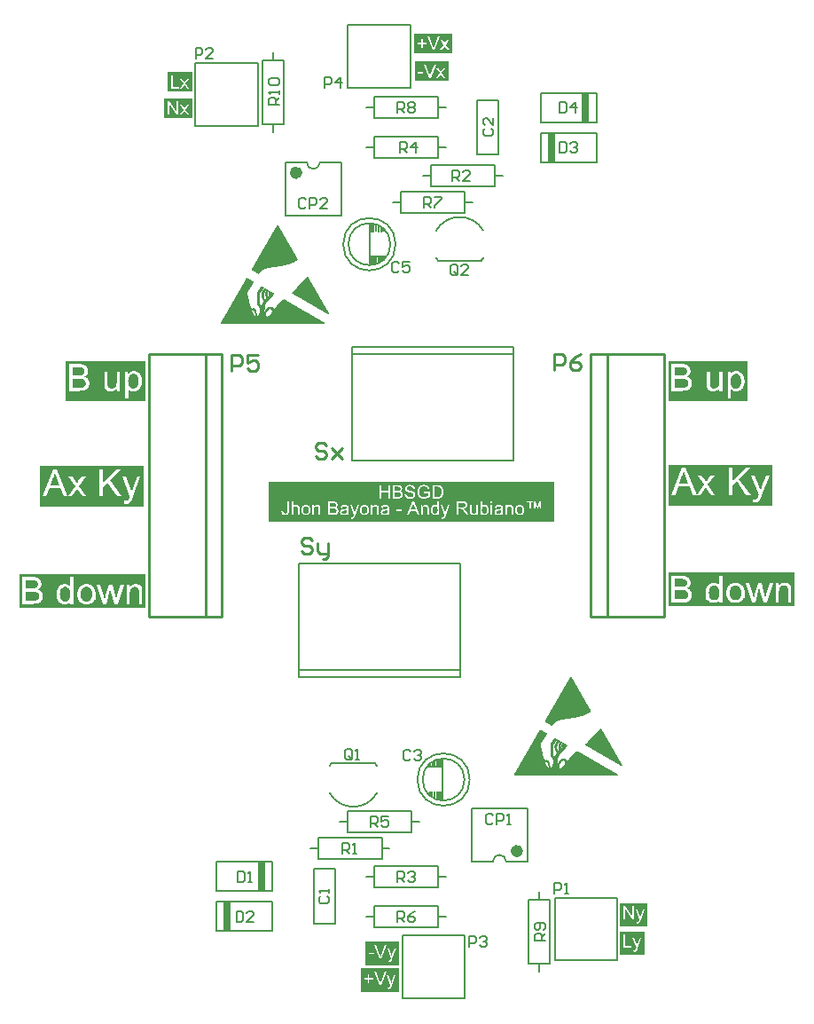
<source format=gto>
G04*
G04 #@! TF.GenerationSoftware,Altium Limited,Altium Designer,23.9.2 (47)*
G04*
G04 Layer_Color=65535*
%FSLAX24Y24*%
%MOIN*%
G70*
G04*
G04 #@! TF.SameCoordinates,AAFFF98D-1960-493D-9132-569EA71A65ED*
G04*
G04*
G04 #@! TF.FilePolarity,Positive*
G04*
G01*
G75*
%ADD10C,0.0059*%
%ADD11C,0.0079*%
%ADD12C,0.0236*%
%ADD13C,0.0003*%
%ADD14C,0.0100*%
%ADD15R,0.0072X0.0200*%
%ADD16R,0.0100X0.0259*%
%ADD17R,0.0100X0.0298*%
%ADD18R,0.0150X0.0318*%
%ADD19R,0.0050X0.1600*%
%ADD20R,0.0094X0.0050*%
%ADD21R,0.0100X0.0150*%
%ADD22R,0.0300X0.0250*%
%ADD23R,0.0613X0.0050*%
%ADD24R,0.0150X0.0050*%
%ADD25R,0.0150X0.0150*%
%ADD26R,0.0082X0.0060*%
%ADD27R,0.0078X0.0150*%
%ADD28R,0.0050X0.0100*%
%ADD29R,0.0030X0.0050*%
%ADD30R,0.0315X0.1102*%
G36*
X20207Y18880D02*
Y18008D01*
X9459D01*
Y18880D01*
Y19522D01*
X20207D01*
Y18880D01*
D02*
G37*
G36*
X4763Y18567D02*
X854D01*
Y20108D01*
X4763D01*
Y18567D01*
D02*
G37*
G36*
X6593Y34173D02*
X5669D01*
Y34914D01*
X6593D01*
Y34173D01*
D02*
G37*
G36*
X6589Y33189D02*
X5551D01*
Y33930D01*
X6589D01*
Y33189D01*
D02*
G37*
G36*
X23715Y2805D02*
X22677D01*
Y3693D01*
X23715D01*
Y2805D01*
D02*
G37*
G36*
X23600Y1742D02*
X22677D01*
Y2630D01*
X23600D01*
Y1742D01*
D02*
G37*
G36*
X14376Y1348D02*
X13110D01*
Y2237D01*
X14376D01*
Y1348D01*
D02*
G37*
G36*
X16227Y34567D02*
X14961D01*
Y35308D01*
X16227D01*
Y34567D01*
D02*
G37*
G36*
X16374Y35623D02*
X14947D01*
Y36364D01*
X16374D01*
Y35623D01*
D02*
G37*
G36*
X14363Y1232D02*
Y343D01*
X12937D01*
Y1232D01*
X14363D01*
D02*
G37*
G36*
X28406Y18617D02*
X24497D01*
Y20158D01*
X28406D01*
Y18617D01*
D02*
G37*
G36*
X29236Y14847D02*
X24497D01*
Y16108D01*
X29236D01*
Y14847D01*
D02*
G37*
G36*
X27475Y22533D02*
X24497D01*
Y24058D01*
X27475D01*
Y22533D01*
D02*
G37*
G36*
X4836Y14797D02*
X97D01*
Y16058D01*
X4836D01*
Y14797D01*
D02*
G37*
G36*
X4825Y22533D02*
X1847D01*
Y24058D01*
X4825D01*
Y22533D01*
D02*
G37*
%LPC*%
G36*
X14786Y19402D02*
X14777D01*
X14758Y19402D01*
X14741Y19399D01*
X14725Y19397D01*
X14711Y19394D01*
X14700Y19391D01*
X14695Y19389D01*
X14692Y19388D01*
X14689Y19386D01*
X14687Y19386D01*
X14685Y19385D01*
X14684D01*
X14670Y19378D01*
X14657Y19370D01*
X14646Y19361D01*
X14637Y19353D01*
X14630Y19346D01*
X14625Y19340D01*
X14622Y19335D01*
X14621Y19335D01*
Y19334D01*
X14614Y19321D01*
X14609Y19309D01*
X14605Y19297D01*
X14603Y19286D01*
X14601Y19276D01*
X14600Y19269D01*
Y19266D01*
Y19264D01*
Y19263D01*
Y19262D01*
X14600Y19250D01*
X14603Y19238D01*
X14606Y19227D01*
X14609Y19218D01*
X14611Y19211D01*
X14614Y19205D01*
X14617Y19201D01*
X14617Y19200D01*
X14625Y19190D01*
X14633Y19180D01*
X14642Y19172D01*
X14651Y19165D01*
X14658Y19160D01*
X14665Y19156D01*
X14669Y19153D01*
X14670Y19152D01*
X14670D01*
X14676Y19149D01*
X14683Y19147D01*
X14697Y19141D01*
X14714Y19136D01*
X14730Y19131D01*
X14745Y19127D01*
X14751Y19125D01*
X14757Y19124D01*
X14762Y19122D01*
X14765Y19122D01*
X14767Y19121D01*
X14768D01*
X14781Y19118D01*
X14792Y19115D01*
X14802Y19112D01*
X14811Y19110D01*
X14820Y19108D01*
X14827Y19106D01*
X14834Y19104D01*
X14839Y19102D01*
X14844Y19101D01*
X14848Y19100D01*
X14853Y19098D01*
X14857Y19097D01*
X14858Y19096D01*
X14869Y19092D01*
X14878Y19087D01*
X14886Y19082D01*
X14892Y19077D01*
X14897Y19073D01*
X14900Y19070D01*
X14902Y19068D01*
X14903Y19067D01*
X14908Y19060D01*
X14912Y19053D01*
X14914Y19046D01*
X14916Y19040D01*
X14917Y19034D01*
X14918Y19030D01*
Y19026D01*
Y19025D01*
X14917Y19017D01*
X14915Y19009D01*
X14913Y19001D01*
X14910Y18996D01*
X14907Y18990D01*
X14905Y18986D01*
X14904Y18983D01*
X14903Y18982D01*
X14897Y18975D01*
X14890Y18969D01*
X14883Y18964D01*
X14876Y18959D01*
X14869Y18956D01*
X14864Y18953D01*
X14861Y18952D01*
X14859Y18951D01*
X14848Y18947D01*
X14837Y18945D01*
X14825Y18943D01*
X14815Y18942D01*
X14806Y18941D01*
X14799Y18940D01*
X14792D01*
X14776Y18941D01*
X14762Y18942D01*
X14748Y18945D01*
X14737Y18947D01*
X14727Y18950D01*
X14720Y18953D01*
X14718Y18953D01*
X14716Y18954D01*
X14715Y18955D01*
X14714D01*
X14703Y18961D01*
X14692Y18967D01*
X14684Y18974D01*
X14676Y18980D01*
X14670Y18985D01*
X14667Y18990D01*
X14665Y18993D01*
X14664Y18994D01*
X14659Y19004D01*
X14654Y19014D01*
X14651Y19025D01*
X14648Y19034D01*
X14646Y19044D01*
X14644Y19050D01*
Y19053D01*
X14643Y19055D01*
Y19056D01*
Y19057D01*
X14581Y19051D01*
X14582Y19033D01*
X14585Y19015D01*
X14590Y19000D01*
X14595Y18986D01*
X14600Y18975D01*
X14602Y18971D01*
X14603Y18967D01*
X14606Y18964D01*
X14606Y18962D01*
X14608Y18961D01*
Y18960D01*
X14619Y18946D01*
X14630Y18934D01*
X14643Y18923D01*
X14654Y18915D01*
X14665Y18908D01*
X14673Y18904D01*
X14676Y18902D01*
X14678Y18901D01*
X14680Y18900D01*
X14681D01*
X14699Y18894D01*
X14718Y18888D01*
X14737Y18886D01*
X14755Y18883D01*
X14764Y18882D01*
X14771Y18881D01*
X14778D01*
X14783Y18880D01*
X14795D01*
X14815Y18881D01*
X14833Y18883D01*
X14850Y18887D01*
X14864Y18891D01*
X14875Y18894D01*
X14880Y18896D01*
X14885Y18897D01*
X14888Y18899D01*
X14890Y18899D01*
X14891Y18900D01*
X14892D01*
X14907Y18908D01*
X14921Y18917D01*
X14932Y18926D01*
X14942Y18935D01*
X14949Y18942D01*
X14954Y18949D01*
X14958Y18953D01*
X14958Y18954D01*
Y18955D01*
X14966Y18969D01*
X14972Y18982D01*
X14976Y18994D01*
X14979Y19006D01*
X14980Y19016D01*
X14982Y19024D01*
Y19031D01*
X14981Y19045D01*
X14979Y19059D01*
X14975Y19071D01*
X14972Y19082D01*
X14967Y19090D01*
X14964Y19097D01*
X14961Y19101D01*
X14961Y19102D01*
X14952Y19113D01*
X14942Y19123D01*
X14931Y19132D01*
X14920Y19140D01*
X14910Y19146D01*
X14902Y19150D01*
X14899Y19152D01*
X14897Y19153D01*
X14896Y19154D01*
X14895D01*
X14889Y19157D01*
X14882Y19159D01*
X14874Y19162D01*
X14865Y19165D01*
X14847Y19170D01*
X14828Y19175D01*
X14819Y19177D01*
X14811Y19179D01*
X14803Y19181D01*
X14797Y19183D01*
X14791Y19184D01*
X14787Y19185D01*
X14784Y19186D01*
X14783D01*
X14769Y19190D01*
X14756Y19192D01*
X14744Y19196D01*
X14734Y19199D01*
X14724Y19203D01*
X14716Y19206D01*
X14709Y19208D01*
X14703Y19211D01*
X14697Y19214D01*
X14693Y19216D01*
X14690Y19217D01*
X14687Y19219D01*
X14684Y19222D01*
X14683Y19222D01*
X14676Y19230D01*
X14672Y19237D01*
X14668Y19244D01*
X14666Y19251D01*
X14665Y19257D01*
X14664Y19262D01*
Y19265D01*
Y19267D01*
X14665Y19278D01*
X14668Y19289D01*
X14673Y19297D01*
X14678Y19305D01*
X14682Y19311D01*
X14687Y19316D01*
X14689Y19319D01*
X14691Y19320D01*
X14697Y19324D01*
X14703Y19327D01*
X14716Y19333D01*
X14731Y19337D01*
X14746Y19340D01*
X14759Y19341D01*
X14765Y19342D01*
X14769Y19343D01*
X14779D01*
X14800Y19342D01*
X14818Y19339D01*
X14832Y19335D01*
X14845Y19330D01*
X14854Y19326D01*
X14861Y19321D01*
X14865Y19319D01*
X14867Y19318D01*
X14877Y19308D01*
X14885Y19297D01*
X14891Y19285D01*
X14896Y19273D01*
X14899Y19262D01*
X14901Y19254D01*
X14902Y19251D01*
X14902Y19249D01*
Y19247D01*
Y19246D01*
X14966Y19251D01*
X14965Y19268D01*
X14961Y19282D01*
X14958Y19296D01*
X14953Y19308D01*
X14948Y19317D01*
X14945Y19324D01*
X14943Y19327D01*
X14942Y19329D01*
X14941Y19329D01*
Y19330D01*
X14931Y19343D01*
X14921Y19354D01*
X14910Y19363D01*
X14899Y19370D01*
X14890Y19377D01*
X14883Y19381D01*
X14880Y19382D01*
X14878Y19383D01*
X14876Y19384D01*
X14875D01*
X14859Y19390D01*
X14842Y19394D01*
X14826Y19398D01*
X14810Y19400D01*
X14797Y19402D01*
X14791D01*
X14786Y19402D01*
D02*
G37*
G36*
X15318D02*
X15295D01*
X15281Y19401D01*
X15256Y19397D01*
X15244Y19395D01*
X15233Y19392D01*
X15223Y19390D01*
X15214Y19387D01*
X15205Y19384D01*
X15198Y19381D01*
X15191Y19378D01*
X15185Y19376D01*
X15181Y19374D01*
X15178Y19373D01*
X15176Y19372D01*
X15175Y19371D01*
X15165Y19364D01*
X15155Y19358D01*
X15137Y19343D01*
X15122Y19327D01*
X15109Y19311D01*
X15099Y19297D01*
X15095Y19292D01*
X15093Y19286D01*
X15090Y19281D01*
X15088Y19278D01*
X15087Y19276D01*
X15087Y19276D01*
X15077Y19251D01*
X15069Y19227D01*
X15063Y19204D01*
X15062Y19193D01*
X15060Y19183D01*
X15059Y19173D01*
X15058Y19165D01*
X15057Y19157D01*
Y19151D01*
X15056Y19146D01*
Y19138D01*
X15058Y19112D01*
X15061Y19086D01*
X15063Y19074D01*
X15066Y19063D01*
X15069Y19052D01*
X15071Y19043D01*
X15074Y19034D01*
X15077Y19027D01*
X15079Y19020D01*
X15082Y19015D01*
X15084Y19009D01*
X15085Y19007D01*
X15087Y19004D01*
Y19004D01*
X15100Y18982D01*
X15114Y18964D01*
X15130Y18948D01*
X15144Y18935D01*
X15158Y18925D01*
X15163Y18921D01*
X15168Y18918D01*
X15173Y18915D01*
X15176Y18913D01*
X15178Y18913D01*
X15179Y18912D01*
X15190Y18906D01*
X15202Y18902D01*
X15225Y18894D01*
X15248Y18888D01*
X15269Y18884D01*
X15278Y18883D01*
X15287Y18882D01*
X15295Y18881D01*
X15302D01*
X15307Y18880D01*
X15314D01*
X15335Y18881D01*
X15354Y18883D01*
X15373Y18887D01*
X15389Y18891D01*
X15395Y18892D01*
X15402Y18894D01*
X15407Y18896D01*
X15413Y18897D01*
X15416Y18899D01*
X15419Y18899D01*
X15421Y18900D01*
X15421D01*
X15441Y18908D01*
X15459Y18918D01*
X15477Y18928D01*
X15492Y18937D01*
X15499Y18942D01*
X15505Y18946D01*
X15510Y18950D01*
X15515Y18953D01*
X15518Y18956D01*
X15521Y18958D01*
X15523Y18958D01*
X15523Y18959D01*
Y19147D01*
X15309D01*
Y19087D01*
X15458D01*
Y18992D01*
X15449Y18985D01*
X15439Y18978D01*
X15428Y18972D01*
X15418Y18967D01*
X15409Y18963D01*
X15401Y18959D01*
X15398Y18958D01*
X15397Y18957D01*
X15395Y18956D01*
X15394D01*
X15379Y18951D01*
X15364Y18947D01*
X15350Y18944D01*
X15337Y18942D01*
X15326Y18941D01*
X15321D01*
X15317Y18940D01*
X15310D01*
X15292Y18941D01*
X15274Y18944D01*
X15258Y18947D01*
X15243Y18951D01*
X15232Y18956D01*
X15227Y18957D01*
X15223Y18958D01*
X15219Y18960D01*
X15217Y18961D01*
X15216Y18962D01*
X15215D01*
X15200Y18972D01*
X15186Y18982D01*
X15174Y18993D01*
X15165Y19004D01*
X15157Y19014D01*
X15152Y19022D01*
X15149Y19025D01*
X15149Y19027D01*
X15147Y19028D01*
Y19029D01*
X15140Y19047D01*
X15134Y19066D01*
X15130Y19085D01*
X15128Y19103D01*
X15127Y19112D01*
X15126Y19119D01*
X15125Y19126D01*
Y19132D01*
X15125Y19136D01*
Y19140D01*
Y19142D01*
Y19143D01*
X15125Y19163D01*
X15128Y19181D01*
X15130Y19199D01*
X15134Y19214D01*
X15136Y19221D01*
X15138Y19227D01*
X15139Y19232D01*
X15141Y19236D01*
X15142Y19240D01*
X15143Y19242D01*
X15144Y19243D01*
Y19244D01*
X15149Y19254D01*
X15154Y19264D01*
X15159Y19273D01*
X15164Y19280D01*
X15168Y19286D01*
X15172Y19291D01*
X15175Y19294D01*
X15176Y19294D01*
X15184Y19303D01*
X15192Y19310D01*
X15202Y19316D01*
X15211Y19321D01*
X15218Y19325D01*
X15224Y19329D01*
X15228Y19330D01*
X15230Y19331D01*
X15243Y19336D01*
X15256Y19340D01*
X15270Y19342D01*
X15282Y19344D01*
X15293Y19345D01*
X15297D01*
X15301Y19346D01*
X15309D01*
X15323Y19345D01*
X15336Y19343D01*
X15348Y19341D01*
X15358Y19339D01*
X15367Y19336D01*
X15373Y19334D01*
X15377Y19332D01*
X15378Y19332D01*
X15389Y19327D01*
X15399Y19321D01*
X15407Y19315D01*
X15414Y19309D01*
X15419Y19304D01*
X15424Y19300D01*
X15426Y19297D01*
X15426Y19297D01*
X15433Y19288D01*
X15438Y19278D01*
X15443Y19268D01*
X15448Y19258D01*
X15451Y19249D01*
X15453Y19243D01*
X15453Y19240D01*
X15454Y19238D01*
X15455Y19237D01*
Y19236D01*
X15515Y19252D01*
X15510Y19270D01*
X15504Y19286D01*
X15497Y19301D01*
X15491Y19313D01*
X15486Y19322D01*
X15481Y19329D01*
X15478Y19333D01*
X15477Y19335D01*
X15467Y19346D01*
X15456Y19356D01*
X15444Y19364D01*
X15433Y19372D01*
X15423Y19377D01*
X15415Y19381D01*
X15412Y19383D01*
X15410Y19383D01*
X15408Y19384D01*
X15407D01*
X15391Y19390D01*
X15373Y19394D01*
X15357Y19398D01*
X15342Y19400D01*
X15328Y19402D01*
X15322D01*
X15318Y19402D01*
D02*
G37*
G36*
X14022Y19394D02*
X13955D01*
Y19187D01*
X13694D01*
Y19394D01*
X13627D01*
Y18889D01*
X13694D01*
Y19127D01*
X13955D01*
Y18889D01*
X14022D01*
Y19394D01*
D02*
G37*
G36*
X15816D02*
X15622D01*
Y18889D01*
X15803D01*
X15820Y18890D01*
X15835Y18891D01*
X15849Y18892D01*
X15861Y18894D01*
X15871Y18895D01*
X15878Y18896D01*
X15881Y18896D01*
X15883Y18897D01*
X15884D01*
X15897Y18901D01*
X15909Y18905D01*
X15919Y18909D01*
X15928Y18913D01*
X15935Y18917D01*
X15940Y18920D01*
X15943Y18922D01*
X15945Y18923D01*
X15954Y18929D01*
X15962Y18937D01*
X15970Y18945D01*
X15977Y18952D01*
X15983Y18958D01*
X15987Y18964D01*
X15990Y18967D01*
X15991Y18969D01*
X15998Y18980D01*
X16005Y18993D01*
X16011Y19004D01*
X16015Y19016D01*
X16020Y19026D01*
X16023Y19034D01*
X16023Y19037D01*
X16024Y19039D01*
X16025Y19041D01*
Y19042D01*
X16029Y19059D01*
X16033Y19077D01*
X16035Y19093D01*
X16037Y19109D01*
X16038Y19123D01*
Y19129D01*
X16039Y19134D01*
Y19144D01*
X16038Y19168D01*
X16036Y19191D01*
X16032Y19211D01*
X16031Y19221D01*
X16029Y19229D01*
X16026Y19237D01*
X16025Y19243D01*
X16023Y19249D01*
X16021Y19254D01*
X16021Y19259D01*
X16019Y19262D01*
X16018Y19263D01*
Y19264D01*
X16010Y19283D01*
X16001Y19300D01*
X15991Y19314D01*
X15981Y19327D01*
X15972Y19337D01*
X15965Y19344D01*
X15962Y19346D01*
X15960Y19348D01*
X15959Y19349D01*
X15959Y19350D01*
X15947Y19359D01*
X15935Y19367D01*
X15922Y19373D01*
X15911Y19378D01*
X15900Y19382D01*
X15892Y19384D01*
X15889Y19386D01*
X15887D01*
X15886Y19386D01*
X15885D01*
X15873Y19389D01*
X15858Y19391D01*
X15843Y19392D01*
X15829Y19393D01*
X15816Y19394D01*
D02*
G37*
G36*
X14329D02*
X14130D01*
Y18889D01*
X14323D01*
X14340Y18890D01*
X14356Y18891D01*
X14369Y18892D01*
X14381Y18894D01*
X14391Y18895D01*
X14398Y18896D01*
X14402Y18897D01*
X14404D01*
X14416Y18901D01*
X14426Y18904D01*
X14436Y18909D01*
X14444Y18913D01*
X14450Y18916D01*
X14455Y18919D01*
X14458Y18921D01*
X14459Y18922D01*
X14467Y18929D01*
X14474Y18937D01*
X14480Y18945D01*
X14486Y18952D01*
X14490Y18959D01*
X14493Y18964D01*
X14496Y18968D01*
X14496Y18969D01*
X14501Y18981D01*
X14505Y18993D01*
X14508Y19004D01*
X14509Y19014D01*
X14511Y19023D01*
X14512Y19030D01*
Y19036D01*
X14511Y19052D01*
X14508Y19066D01*
X14504Y19079D01*
X14499Y19090D01*
X14495Y19099D01*
X14490Y19106D01*
X14488Y19110D01*
X14487Y19112D01*
X14477Y19123D01*
X14466Y19133D01*
X14453Y19141D01*
X14442Y19147D01*
X14432Y19152D01*
X14423Y19155D01*
X14420Y19157D01*
X14418Y19157D01*
X14417Y19158D01*
X14416D01*
X14428Y19165D01*
X14439Y19173D01*
X14448Y19181D01*
X14455Y19188D01*
X14461Y19194D01*
X14466Y19200D01*
X14468Y19203D01*
X14469Y19204D01*
X14474Y19215D01*
X14479Y19225D01*
X14482Y19235D01*
X14485Y19245D01*
X14486Y19253D01*
X14487Y19260D01*
Y19263D01*
Y19265D01*
X14486Y19277D01*
X14484Y19289D01*
X14480Y19300D01*
X14477Y19311D01*
X14473Y19319D01*
X14469Y19325D01*
X14467Y19329D01*
X14466Y19331D01*
X14458Y19342D01*
X14450Y19352D01*
X14440Y19360D01*
X14431Y19367D01*
X14424Y19372D01*
X14418Y19375D01*
X14413Y19378D01*
X14412Y19378D01*
X14412D01*
X14398Y19383D01*
X14383Y19387D01*
X14367Y19390D01*
X14353Y19391D01*
X14340Y19393D01*
X14334D01*
X14329Y19394D01*
D02*
G37*
G36*
X17880Y18780D02*
X17818D01*
Y18709D01*
X17880D01*
Y18780D01*
D02*
G37*
G36*
X15877D02*
X15815D01*
Y18599D01*
X15808Y18607D01*
X15801Y18613D01*
X15795Y18620D01*
X15787Y18625D01*
X15781Y18629D01*
X15777Y18632D01*
X15774Y18634D01*
X15773Y18634D01*
X15763Y18640D01*
X15753Y18643D01*
X15743Y18645D01*
X15733Y18648D01*
X15725Y18648D01*
X15720Y18649D01*
X15714D01*
X15698Y18648D01*
X15682Y18645D01*
X15668Y18642D01*
X15657Y18637D01*
X15647Y18632D01*
X15639Y18629D01*
X15636Y18627D01*
X15634Y18626D01*
X15633Y18625D01*
X15633D01*
X15620Y18615D01*
X15609Y18604D01*
X15599Y18593D01*
X15592Y18582D01*
X15586Y18572D01*
X15582Y18564D01*
X15580Y18561D01*
X15579Y18559D01*
X15578Y18557D01*
Y18556D01*
X15572Y18540D01*
X15568Y18522D01*
X15564Y18505D01*
X15562Y18490D01*
X15561Y18477D01*
Y18471D01*
X15560Y18467D01*
Y18457D01*
X15561Y18437D01*
X15563Y18418D01*
X15566Y18401D01*
X15570Y18387D01*
X15572Y18380D01*
X15573Y18375D01*
X15575Y18370D01*
X15577Y18365D01*
X15578Y18363D01*
X15579Y18360D01*
X15580Y18359D01*
Y18358D01*
X15588Y18343D01*
X15597Y18330D01*
X15607Y18318D01*
X15616Y18309D01*
X15624Y18301D01*
X15631Y18295D01*
X15635Y18293D01*
X15636Y18291D01*
X15636D01*
X15650Y18283D01*
X15664Y18277D01*
X15678Y18273D01*
X15690Y18270D01*
X15701Y18269D01*
X15709Y18268D01*
X15712Y18267D01*
X15717D01*
X15729Y18268D01*
X15741Y18269D01*
X15752Y18272D01*
X15761Y18276D01*
X15771Y18279D01*
X15779Y18284D01*
X15787Y18289D01*
X15793Y18294D01*
X15800Y18299D01*
X15805Y18304D01*
X15809Y18309D01*
X15813Y18312D01*
X15816Y18316D01*
X15818Y18319D01*
X15819Y18320D01*
X15819Y18321D01*
Y18275D01*
X15877D01*
Y18780D01*
D02*
G37*
G36*
X18544Y18649D02*
X18538D01*
X18524Y18648D01*
X18511Y18646D01*
X18499Y18643D01*
X18488Y18640D01*
X18477Y18635D01*
X18468Y18630D01*
X18459Y18624D01*
X18452Y18619D01*
X18445Y18613D01*
X18439Y18607D01*
X18434Y18602D01*
X18429Y18598D01*
X18426Y18594D01*
X18424Y18591D01*
X18423Y18589D01*
X18422Y18589D01*
Y18641D01*
X18367D01*
Y18275D01*
X18428D01*
Y18474D01*
Y18486D01*
X18430Y18499D01*
X18431Y18509D01*
X18433Y18519D01*
X18435Y18527D01*
X18437Y18535D01*
X18440Y18543D01*
X18443Y18548D01*
X18445Y18554D01*
X18448Y18558D01*
X18450Y18562D01*
X18453Y18564D01*
X18455Y18568D01*
X18457Y18570D01*
X18468Y18578D01*
X18479Y18584D01*
X18491Y18589D01*
X18501Y18592D01*
X18511Y18594D01*
X18518Y18594D01*
X18521Y18595D01*
X18525D01*
X18533Y18594D01*
X18542Y18594D01*
X18549Y18591D01*
X18555Y18589D01*
X18560Y18587D01*
X18565Y18586D01*
X18567Y18584D01*
X18568Y18583D01*
X18574Y18579D01*
X18580Y18574D01*
X18584Y18569D01*
X18588Y18564D01*
X18590Y18560D01*
X18592Y18556D01*
X18594Y18554D01*
Y18554D01*
X18596Y18546D01*
X18598Y18537D01*
X18600Y18527D01*
X18601Y18518D01*
X18601Y18510D01*
Y18503D01*
Y18498D01*
Y18497D01*
Y18497D01*
Y18275D01*
X18663D01*
Y18515D01*
X18662Y18527D01*
X18662Y18537D01*
Y18546D01*
X18661Y18552D01*
X18660Y18556D01*
X18660Y18559D01*
Y18560D01*
X18657Y18570D01*
X18654Y18578D01*
X18651Y18586D01*
X18648Y18593D01*
X18644Y18598D01*
X18642Y18602D01*
X18641Y18605D01*
X18640Y18605D01*
X18634Y18613D01*
X18627Y18618D01*
X18621Y18624D01*
X18614Y18629D01*
X18608Y18632D01*
X18603Y18634D01*
X18600Y18636D01*
X18598Y18637D01*
X18588Y18641D01*
X18577Y18644D01*
X18567Y18646D01*
X18557Y18648D01*
X18549Y18648D01*
X18544Y18649D01*
D02*
G37*
G36*
X15368D02*
X15362D01*
X15348Y18648D01*
X15335Y18646D01*
X15324Y18643D01*
X15312Y18640D01*
X15302Y18635D01*
X15292Y18630D01*
X15284Y18624D01*
X15276Y18619D01*
X15269Y18613D01*
X15263Y18607D01*
X15258Y18602D01*
X15254Y18598D01*
X15251Y18594D01*
X15249Y18591D01*
X15247Y18589D01*
X15246Y18589D01*
Y18641D01*
X15191D01*
Y18275D01*
X15253D01*
Y18474D01*
Y18486D01*
X15254Y18499D01*
X15256Y18509D01*
X15257Y18519D01*
X15260Y18527D01*
X15262Y18535D01*
X15265Y18543D01*
X15268Y18548D01*
X15270Y18554D01*
X15273Y18558D01*
X15275Y18562D01*
X15277Y18564D01*
X15280Y18568D01*
X15281Y18570D01*
X15292Y18578D01*
X15304Y18584D01*
X15316Y18589D01*
X15326Y18592D01*
X15335Y18594D01*
X15343Y18594D01*
X15346Y18595D01*
X15349D01*
X15358Y18594D01*
X15367Y18594D01*
X15374Y18591D01*
X15380Y18589D01*
X15385Y18587D01*
X15389Y18586D01*
X15391Y18584D01*
X15392Y18583D01*
X15399Y18579D01*
X15405Y18574D01*
X15409Y18569D01*
X15413Y18564D01*
X15415Y18560D01*
X15417Y18556D01*
X15418Y18554D01*
Y18554D01*
X15421Y18546D01*
X15423Y18537D01*
X15424Y18527D01*
X15425Y18518D01*
X15426Y18510D01*
Y18503D01*
Y18498D01*
Y18497D01*
Y18497D01*
Y18275D01*
X15488D01*
Y18515D01*
X15487Y18527D01*
X15486Y18537D01*
Y18546D01*
X15486Y18552D01*
X15485Y18556D01*
X15484Y18559D01*
Y18560D01*
X15482Y18570D01*
X15478Y18578D01*
X15475Y18586D01*
X15472Y18593D01*
X15469Y18598D01*
X15467Y18602D01*
X15465Y18605D01*
X15464Y18605D01*
X15459Y18613D01*
X15452Y18618D01*
X15445Y18624D01*
X15438Y18629D01*
X15432Y18632D01*
X15427Y18634D01*
X15424Y18636D01*
X15423Y18637D01*
X15413Y18641D01*
X15402Y18644D01*
X15391Y18646D01*
X15382Y18648D01*
X15374Y18648D01*
X15368Y18649D01*
D02*
G37*
G36*
X13487D02*
X13481D01*
X13467Y18648D01*
X13454Y18646D01*
X13442Y18643D01*
X13430Y18640D01*
X13420Y18635D01*
X13411Y18630D01*
X13402Y18624D01*
X13395Y18619D01*
X13387Y18613D01*
X13382Y18607D01*
X13376Y18602D01*
X13372Y18598D01*
X13369Y18594D01*
X13367Y18591D01*
X13366Y18589D01*
X13365Y18589D01*
Y18641D01*
X13309D01*
Y18275D01*
X13371D01*
Y18474D01*
Y18486D01*
X13373Y18499D01*
X13374Y18509D01*
X13376Y18519D01*
X13378Y18527D01*
X13380Y18535D01*
X13383Y18543D01*
X13386Y18548D01*
X13388Y18554D01*
X13391Y18558D01*
X13393Y18562D01*
X13395Y18564D01*
X13398Y18568D01*
X13400Y18570D01*
X13411Y18578D01*
X13422Y18584D01*
X13434Y18589D01*
X13444Y18592D01*
X13454Y18594D01*
X13461Y18594D01*
X13464Y18595D01*
X13468D01*
X13476Y18594D01*
X13485Y18594D01*
X13492Y18591D01*
X13498Y18589D01*
X13503Y18587D01*
X13508Y18586D01*
X13510Y18584D01*
X13511Y18583D01*
X13517Y18579D01*
X13523Y18574D01*
X13527Y18569D01*
X13531Y18564D01*
X13533Y18560D01*
X13535Y18556D01*
X13537Y18554D01*
Y18554D01*
X13539Y18546D01*
X13541Y18537D01*
X13543Y18527D01*
X13543Y18518D01*
X13544Y18510D01*
Y18503D01*
Y18498D01*
Y18497D01*
Y18497D01*
Y18275D01*
X13606D01*
Y18515D01*
X13605Y18527D01*
X13605Y18537D01*
Y18546D01*
X13604Y18552D01*
X13603Y18556D01*
X13602Y18559D01*
Y18560D01*
X13600Y18570D01*
X13597Y18578D01*
X13594Y18586D01*
X13591Y18593D01*
X13587Y18598D01*
X13585Y18602D01*
X13584Y18605D01*
X13583Y18605D01*
X13577Y18613D01*
X13570Y18618D01*
X13564Y18624D01*
X13557Y18629D01*
X13551Y18632D01*
X13546Y18634D01*
X13543Y18636D01*
X13541Y18637D01*
X13531Y18641D01*
X13520Y18644D01*
X13510Y18646D01*
X13500Y18648D01*
X13492Y18648D01*
X13487Y18649D01*
D02*
G37*
G36*
X11291D02*
X11285D01*
X11271Y18648D01*
X11258Y18646D01*
X11246Y18643D01*
X11235Y18640D01*
X11224Y18635D01*
X11215Y18630D01*
X11206Y18624D01*
X11199Y18619D01*
X11192Y18613D01*
X11186Y18607D01*
X11181Y18602D01*
X11176Y18598D01*
X11173Y18594D01*
X11171Y18591D01*
X11170Y18589D01*
X11169Y18589D01*
Y18641D01*
X11114D01*
Y18275D01*
X11176D01*
Y18474D01*
Y18486D01*
X11177Y18499D01*
X11179Y18509D01*
X11180Y18519D01*
X11182Y18527D01*
X11184Y18535D01*
X11187Y18543D01*
X11190Y18548D01*
X11192Y18554D01*
X11195Y18558D01*
X11198Y18562D01*
X11200Y18564D01*
X11203Y18568D01*
X11204Y18570D01*
X11215Y18578D01*
X11227Y18584D01*
X11238Y18589D01*
X11249Y18592D01*
X11258Y18594D01*
X11265Y18594D01*
X11268Y18595D01*
X11272D01*
X11281Y18594D01*
X11289Y18594D01*
X11297Y18591D01*
X11302Y18589D01*
X11308Y18587D01*
X11312Y18586D01*
X11314Y18584D01*
X11315Y18583D01*
X11321Y18579D01*
X11327Y18574D01*
X11332Y18569D01*
X11335Y18564D01*
X11337Y18560D01*
X11340Y18556D01*
X11341Y18554D01*
Y18554D01*
X11343Y18546D01*
X11346Y18537D01*
X11347Y18527D01*
X11348Y18518D01*
X11348Y18510D01*
Y18503D01*
Y18498D01*
Y18497D01*
Y18497D01*
Y18275D01*
X11410D01*
Y18515D01*
X11410Y18527D01*
X11409Y18537D01*
Y18546D01*
X11408Y18552D01*
X11407Y18556D01*
X11407Y18559D01*
Y18560D01*
X11405Y18570D01*
X11401Y18578D01*
X11398Y18586D01*
X11395Y18593D01*
X11391Y18598D01*
X11389Y18602D01*
X11388Y18605D01*
X11387Y18605D01*
X11381Y18613D01*
X11375Y18618D01*
X11368Y18624D01*
X11361Y18629D01*
X11355Y18632D01*
X11350Y18634D01*
X11347Y18636D01*
X11346Y18637D01*
X11335Y18641D01*
X11324Y18644D01*
X11314Y18646D01*
X11305Y18648D01*
X11297Y18648D01*
X11291Y18649D01*
D02*
G37*
G36*
X19718Y18780D02*
X19650D01*
X19582Y18555D01*
X19511Y18780D01*
X19443D01*
Y18499D01*
X19486D01*
Y18738D01*
X19561Y18499D01*
X19603D01*
X19675Y18734D01*
Y18499D01*
X19718D01*
Y18780D01*
D02*
G37*
G36*
X19412D02*
X19182D01*
Y18738D01*
X19273D01*
Y18499D01*
X19319D01*
Y18738D01*
X19412D01*
Y18780D01*
D02*
G37*
G36*
X14457Y18489D02*
X14265D01*
Y18427D01*
X14457D01*
Y18489D01*
D02*
G37*
G36*
X16275Y18641D02*
X16213D01*
X16134Y18427D01*
X16128Y18412D01*
X16124Y18398D01*
X16119Y18383D01*
X16115Y18371D01*
X16112Y18360D01*
X16111Y18355D01*
X16110Y18352D01*
X16110Y18349D01*
X16109Y18347D01*
X16108Y18345D01*
Y18344D01*
X16104Y18361D01*
X16099Y18376D01*
X16095Y18391D01*
X16091Y18403D01*
X16087Y18414D01*
X16085Y18418D01*
X16084Y18422D01*
X16083Y18425D01*
X16083Y18427D01*
X16082Y18428D01*
Y18429D01*
X16005Y18641D01*
X15940D01*
X16078Y18275D01*
X16075Y18269D01*
X16074Y18263D01*
X16072Y18260D01*
Y18260D01*
X16068Y18247D01*
X16064Y18237D01*
X16061Y18228D01*
X16058Y18223D01*
X16056Y18218D01*
X16055Y18215D01*
X16053Y18214D01*
Y18213D01*
X16048Y18205D01*
X16041Y18199D01*
X16038Y18197D01*
X16036Y18196D01*
X16034Y18194D01*
X16034D01*
X16029Y18192D01*
X16023Y18190D01*
X16013Y18188D01*
X16008D01*
X16005Y18187D01*
X16001D01*
X15989Y18188D01*
X15978Y18190D01*
X15973Y18191D01*
X15970Y18192D01*
X15967Y18193D01*
X15966D01*
X15972Y18135D01*
X15980Y18132D01*
X15988Y18131D01*
X15994Y18129D01*
X16000Y18128D01*
X16005D01*
X16009Y18127D01*
X16012D01*
X16023Y18128D01*
X16032Y18129D01*
X16041Y18131D01*
X16048Y18134D01*
X16055Y18137D01*
X16059Y18139D01*
X16062Y18141D01*
X16063Y18142D01*
X16071Y18147D01*
X16077Y18155D01*
X16084Y18162D01*
X16090Y18169D01*
X16094Y18176D01*
X16098Y18181D01*
X16100Y18185D01*
X16101Y18186D01*
X16103Y18191D01*
X16106Y18196D01*
X16112Y18209D01*
X16118Y18223D01*
X16123Y18236D01*
X16128Y18249D01*
X16130Y18255D01*
X16132Y18260D01*
X16134Y18263D01*
X16135Y18266D01*
X16136Y18269D01*
Y18269D01*
X16275Y18641D01*
D02*
G37*
G36*
X12864D02*
X12802D01*
X12723Y18427D01*
X12717Y18412D01*
X12713Y18398D01*
X12708Y18383D01*
X12704Y18371D01*
X12701Y18360D01*
X12700Y18355D01*
X12699Y18352D01*
X12699Y18349D01*
X12698Y18347D01*
X12697Y18345D01*
Y18344D01*
X12693Y18361D01*
X12688Y18376D01*
X12684Y18391D01*
X12680Y18403D01*
X12676Y18414D01*
X12674Y18418D01*
X12673Y18422D01*
X12672Y18425D01*
X12672Y18427D01*
X12671Y18428D01*
Y18429D01*
X12594Y18641D01*
X12529D01*
X12667Y18275D01*
X12664Y18269D01*
X12663Y18263D01*
X12661Y18260D01*
Y18260D01*
X12657Y18247D01*
X12653Y18237D01*
X12650Y18228D01*
X12647Y18223D01*
X12645Y18218D01*
X12644Y18215D01*
X12642Y18214D01*
Y18213D01*
X12637Y18205D01*
X12630Y18199D01*
X12627Y18197D01*
X12625Y18196D01*
X12623Y18194D01*
X12623D01*
X12618Y18192D01*
X12613Y18190D01*
X12602Y18188D01*
X12597D01*
X12594Y18187D01*
X12590D01*
X12578Y18188D01*
X12567Y18190D01*
X12562Y18191D01*
X12559Y18192D01*
X12556Y18193D01*
X12555D01*
X12561Y18135D01*
X12570Y18132D01*
X12577Y18131D01*
X12583Y18129D01*
X12589Y18128D01*
X12594D01*
X12598Y18127D01*
X12601D01*
X12612Y18128D01*
X12621Y18129D01*
X12630Y18131D01*
X12637Y18134D01*
X12644Y18137D01*
X12648Y18139D01*
X12651Y18141D01*
X12652Y18142D01*
X12660Y18147D01*
X12666Y18155D01*
X12673Y18162D01*
X12679Y18169D01*
X12683Y18176D01*
X12687Y18181D01*
X12689Y18185D01*
X12690Y18186D01*
X12692Y18191D01*
X12695Y18196D01*
X12701Y18209D01*
X12707Y18223D01*
X12712Y18236D01*
X12717Y18249D01*
X12719Y18255D01*
X12721Y18260D01*
X12723Y18263D01*
X12724Y18266D01*
X12725Y18269D01*
Y18269D01*
X12864Y18641D01*
D02*
G37*
G36*
X10228Y18780D02*
X10161D01*
Y18432D01*
Y18416D01*
X10159Y18403D01*
X10159Y18392D01*
X10157Y18384D01*
X10156Y18377D01*
X10155Y18372D01*
X10154Y18369D01*
Y18368D01*
X10151Y18361D01*
X10147Y18355D01*
X10143Y18350D01*
X10139Y18345D01*
X10135Y18342D01*
X10132Y18339D01*
X10130Y18338D01*
X10129Y18337D01*
X10122Y18333D01*
X10114Y18330D01*
X10107Y18329D01*
X10100Y18328D01*
X10094Y18327D01*
X10089Y18326D01*
X10085D01*
X10073Y18327D01*
X10062Y18330D01*
X10054Y18333D01*
X10046Y18337D01*
X10040Y18341D01*
X10035Y18344D01*
X10033Y18347D01*
X10032Y18347D01*
X10028Y18352D01*
X10025Y18357D01*
X10021Y18368D01*
X10017Y18381D01*
X10014Y18395D01*
X10012Y18407D01*
Y18412D01*
X10011Y18416D01*
X10011Y18421D01*
Y18424D01*
Y18425D01*
Y18426D01*
X9950Y18417D01*
Y18403D01*
X9951Y18391D01*
X9953Y18379D01*
X9955Y18368D01*
X9957Y18357D01*
X9960Y18349D01*
X9963Y18340D01*
X9966Y18333D01*
X9970Y18326D01*
X9973Y18320D01*
X9976Y18315D01*
X9979Y18312D01*
X9981Y18309D01*
X9982Y18306D01*
X9983Y18305D01*
X9984Y18304D01*
X9991Y18298D01*
X9998Y18292D01*
X10006Y18287D01*
X10015Y18282D01*
X10032Y18276D01*
X10048Y18271D01*
X10063Y18269D01*
X10069Y18268D01*
X10075Y18267D01*
X10079Y18266D01*
X10086D01*
X10102Y18267D01*
X10116Y18269D01*
X10130Y18272D01*
X10141Y18276D01*
X10151Y18279D01*
X10157Y18282D01*
X10162Y18284D01*
X10163Y18285D01*
X10175Y18292D01*
X10185Y18301D01*
X10193Y18309D01*
X10200Y18317D01*
X10205Y18325D01*
X10209Y18331D01*
X10211Y18336D01*
X10212Y18336D01*
Y18337D01*
X10217Y18352D01*
X10221Y18367D01*
X10224Y18384D01*
X10226Y18400D01*
X10227Y18414D01*
Y18419D01*
X10228Y18425D01*
Y18780D01*
D02*
G37*
G36*
X17328Y18641D02*
X17266D01*
Y18445D01*
X17266Y18428D01*
X17265Y18414D01*
X17264Y18401D01*
X17261Y18391D01*
X17259Y18383D01*
X17258Y18377D01*
X17257Y18374D01*
X17256Y18373D01*
X17252Y18364D01*
X17247Y18357D01*
X17241Y18350D01*
X17235Y18344D01*
X17230Y18340D01*
X17226Y18337D01*
X17223Y18335D01*
X17221Y18334D01*
X17212Y18330D01*
X17202Y18326D01*
X17194Y18324D01*
X17186Y18322D01*
X17179Y18321D01*
X17174Y18320D01*
X17169D01*
X17159Y18321D01*
X17150Y18322D01*
X17142Y18325D01*
X17135Y18328D01*
X17129Y18330D01*
X17126Y18332D01*
X17123Y18333D01*
X17122Y18334D01*
X17116Y18340D01*
X17110Y18346D01*
X17106Y18352D01*
X17102Y18358D01*
X17100Y18364D01*
X17099Y18368D01*
X17097Y18371D01*
Y18372D01*
X17096Y18380D01*
X17095Y18390D01*
X17094Y18400D01*
Y18411D01*
X17094Y18422D01*
Y18430D01*
Y18433D01*
Y18435D01*
Y18437D01*
Y18438D01*
Y18641D01*
X17032D01*
Y18400D01*
X17032Y18388D01*
X17033Y18379D01*
X17034Y18370D01*
Y18364D01*
X17035Y18360D01*
X17035Y18357D01*
Y18356D01*
X17038Y18347D01*
X17040Y18338D01*
X17043Y18330D01*
X17047Y18323D01*
X17050Y18317D01*
X17052Y18314D01*
X17054Y18311D01*
X17054Y18310D01*
X17060Y18303D01*
X17067Y18298D01*
X17073Y18293D01*
X17081Y18288D01*
X17086Y18285D01*
X17091Y18282D01*
X17094Y18280D01*
X17096Y18279D01*
X17107Y18275D01*
X17117Y18272D01*
X17127Y18270D01*
X17137Y18269D01*
X17145Y18268D01*
X17151Y18267D01*
X17156D01*
X17169Y18268D01*
X17183Y18270D01*
X17194Y18273D01*
X17206Y18277D01*
X17216Y18282D01*
X17226Y18287D01*
X17234Y18292D01*
X17242Y18298D01*
X17250Y18303D01*
X17256Y18309D01*
X17261Y18314D01*
X17265Y18319D01*
X17269Y18322D01*
X17271Y18325D01*
X17272Y18328D01*
X17273Y18328D01*
Y18275D01*
X17328D01*
Y18641D01*
D02*
G37*
G36*
X18137Y18649D02*
X18129D01*
X18111Y18648D01*
X18096Y18647D01*
X18081Y18645D01*
X18070Y18642D01*
X18060Y18640D01*
X18052Y18638D01*
X18049Y18637D01*
X18047Y18637D01*
X18046Y18636D01*
X18046D01*
X18033Y18631D01*
X18022Y18624D01*
X18013Y18618D01*
X18005Y18613D01*
X17999Y18607D01*
X17995Y18602D01*
X17992Y18599D01*
X17991Y18599D01*
X17985Y18589D01*
X17979Y18579D01*
X17974Y18569D01*
X17971Y18559D01*
X17968Y18550D01*
X17966Y18543D01*
X17965Y18540D01*
Y18538D01*
X17964Y18537D01*
Y18537D01*
X18025Y18529D01*
X18029Y18542D01*
X18033Y18554D01*
X18038Y18563D01*
X18043Y18570D01*
X18047Y18576D01*
X18051Y18580D01*
X18054Y18582D01*
X18054Y18583D01*
X18063Y18588D01*
X18073Y18591D01*
X18084Y18594D01*
X18095Y18596D01*
X18105Y18597D01*
X18112Y18598D01*
X18119D01*
X18136Y18597D01*
X18151Y18595D01*
X18162Y18591D01*
X18173Y18588D01*
X18180Y18583D01*
X18186Y18581D01*
X18189Y18578D01*
X18190Y18577D01*
X18196Y18570D01*
X18200Y18562D01*
X18204Y18554D01*
X18206Y18545D01*
X18208Y18537D01*
X18208Y18529D01*
Y18525D01*
Y18524D01*
Y18524D01*
Y18522D01*
Y18519D01*
Y18514D01*
X18208Y18510D01*
Y18508D01*
Y18508D01*
X18200Y18505D01*
X18192Y18503D01*
X18176Y18499D01*
X18157Y18495D01*
X18139Y18492D01*
X18130Y18490D01*
X18122Y18489D01*
X18115Y18488D01*
X18109Y18487D01*
X18104Y18486D01*
X18100D01*
X18097Y18486D01*
X18097D01*
X18084Y18484D01*
X18073Y18482D01*
X18063Y18481D01*
X18056Y18479D01*
X18050Y18478D01*
X18046Y18477D01*
X18043Y18476D01*
X18042D01*
X18033Y18473D01*
X18025Y18470D01*
X18017Y18467D01*
X18010Y18464D01*
X18004Y18461D01*
X18001Y18458D01*
X17998Y18457D01*
X17997Y18456D01*
X17990Y18451D01*
X17984Y18445D01*
X17978Y18439D01*
X17974Y18433D01*
X17970Y18428D01*
X17967Y18424D01*
X17966Y18421D01*
X17965Y18420D01*
X17961Y18412D01*
X17958Y18403D01*
X17956Y18395D01*
X17955Y18387D01*
X17954Y18381D01*
X17953Y18376D01*
Y18371D01*
X17954Y18363D01*
X17955Y18355D01*
X17958Y18340D01*
X17963Y18328D01*
X17969Y18317D01*
X17975Y18308D01*
X17980Y18301D01*
X17984Y18298D01*
X17985Y18296D01*
X17998Y18287D01*
X18013Y18279D01*
X18029Y18274D01*
X18044Y18271D01*
X18057Y18269D01*
X18063Y18268D01*
X18068D01*
X18072Y18267D01*
X18078D01*
X18091Y18268D01*
X18104Y18269D01*
X18116Y18271D01*
X18126Y18273D01*
X18134Y18275D01*
X18141Y18277D01*
X18145Y18278D01*
X18146Y18279D01*
X18159Y18284D01*
X18170Y18290D01*
X18181Y18298D01*
X18192Y18304D01*
X18201Y18311D01*
X18208Y18316D01*
X18212Y18320D01*
X18213Y18321D01*
X18213D01*
X18215Y18312D01*
X18216Y18303D01*
X18218Y18295D01*
X18220Y18288D01*
X18222Y18282D01*
X18224Y18279D01*
X18224Y18276D01*
X18225Y18275D01*
X18290D01*
X18286Y18283D01*
X18283Y18291D01*
X18280Y18298D01*
X18278Y18305D01*
X18276Y18311D01*
X18275Y18315D01*
X18275Y18318D01*
Y18319D01*
X18274Y18324D01*
X18273Y18330D01*
Y18338D01*
X18272Y18346D01*
X18272Y18364D01*
Y18382D01*
X18271Y18400D01*
Y18408D01*
Y18414D01*
Y18420D01*
Y18425D01*
Y18427D01*
Y18428D01*
Y18511D01*
Y18525D01*
X18270Y18537D01*
X18270Y18547D01*
Y18555D01*
X18269Y18561D01*
X18268Y18565D01*
X18267Y18567D01*
Y18568D01*
X18265Y18578D01*
X18262Y18586D01*
X18259Y18592D01*
X18256Y18599D01*
X18253Y18603D01*
X18251Y18607D01*
X18249Y18609D01*
X18248Y18610D01*
X18243Y18615D01*
X18236Y18621D01*
X18229Y18626D01*
X18221Y18630D01*
X18215Y18633D01*
X18210Y18635D01*
X18206Y18637D01*
X18205Y18637D01*
X18193Y18641D01*
X18181Y18644D01*
X18168Y18646D01*
X18156Y18648D01*
X18145Y18648D01*
X18137Y18649D01*
D02*
G37*
G36*
X17880Y18641D02*
X17818D01*
Y18275D01*
X17880D01*
Y18641D01*
D02*
G37*
G36*
X16767Y18780D02*
X16533D01*
Y18275D01*
X16600D01*
Y18499D01*
X16686D01*
X16694Y18498D01*
X16700D01*
X16705Y18497D01*
X16709Y18497D01*
X16712D01*
X16713Y18496D01*
X16714D01*
X16726Y18492D01*
X16731Y18490D01*
X16735Y18488D01*
X16739Y18486D01*
X16742Y18484D01*
X16744Y18484D01*
X16744Y18483D01*
X16750Y18478D01*
X16756Y18473D01*
X16767Y18462D01*
X16772Y18457D01*
X16776Y18453D01*
X16778Y18450D01*
X16779Y18449D01*
X16786Y18439D01*
X16794Y18428D01*
X16802Y18416D01*
X16810Y18406D01*
X16817Y18395D01*
X16822Y18387D01*
X16824Y18384D01*
X16825Y18382D01*
X16827Y18381D01*
Y18380D01*
X16893Y18275D01*
X16976D01*
X16890Y18412D01*
X16879Y18427D01*
X16870Y18440D01*
X16860Y18451D01*
X16852Y18461D01*
X16845Y18468D01*
X16839Y18474D01*
X16836Y18478D01*
X16834Y18479D01*
X16828Y18484D01*
X16822Y18489D01*
X16809Y18497D01*
X16803Y18500D01*
X16798Y18503D01*
X16796Y18504D01*
X16794Y18505D01*
X16807Y18507D01*
X16820Y18509D01*
X16831Y18513D01*
X16841Y18516D01*
X16851Y18519D01*
X16860Y18524D01*
X16868Y18527D01*
X16875Y18531D01*
X16881Y18535D01*
X16887Y18539D01*
X16891Y18542D01*
X16895Y18545D01*
X16898Y18547D01*
X16900Y18549D01*
X16900Y18550D01*
X16901Y18551D01*
X16907Y18558D01*
X16913Y18565D01*
X16922Y18581D01*
X16927Y18596D01*
X16932Y18610D01*
X16935Y18623D01*
X16935Y18628D01*
Y18633D01*
X16936Y18637D01*
Y18640D01*
Y18641D01*
Y18642D01*
X16935Y18657D01*
X16933Y18671D01*
X16930Y18684D01*
X16926Y18695D01*
X16922Y18704D01*
X16919Y18712D01*
X16916Y18716D01*
X16915Y18717D01*
Y18718D01*
X16906Y18729D01*
X16898Y18739D01*
X16888Y18748D01*
X16879Y18755D01*
X16871Y18760D01*
X16865Y18763D01*
X16860Y18765D01*
X16860Y18766D01*
X16859D01*
X16852Y18768D01*
X16844Y18770D01*
X16828Y18774D01*
X16811Y18776D01*
X16795Y18778D01*
X16779Y18779D01*
X16773D01*
X16767Y18780D01*
D02*
G37*
G36*
X14939D02*
X14866D01*
X14673Y18275D01*
X14744D01*
X14799Y18428D01*
X15010D01*
X15069Y18275D01*
X15145D01*
X14939Y18780D01*
D02*
G37*
G36*
X13864Y18649D02*
X13856D01*
X13839Y18648D01*
X13823Y18647D01*
X13809Y18645D01*
X13797Y18642D01*
X13787Y18640D01*
X13780Y18638D01*
X13777Y18637D01*
X13775Y18637D01*
X13774Y18636D01*
X13773D01*
X13761Y18631D01*
X13750Y18624D01*
X13740Y18618D01*
X13732Y18613D01*
X13726Y18607D01*
X13722Y18602D01*
X13719Y18599D01*
X13718Y18599D01*
X13712Y18589D01*
X13706Y18579D01*
X13702Y18569D01*
X13698Y18559D01*
X13695Y18550D01*
X13693Y18543D01*
X13692Y18540D01*
Y18538D01*
X13691Y18537D01*
Y18537D01*
X13752Y18529D01*
X13756Y18542D01*
X13761Y18554D01*
X13766Y18563D01*
X13770Y18570D01*
X13775Y18576D01*
X13778Y18580D01*
X13781Y18582D01*
X13782Y18583D01*
X13791Y18588D01*
X13801Y18591D01*
X13812Y18594D01*
X13822Y18596D01*
X13832Y18597D01*
X13839Y18598D01*
X13847D01*
X13863Y18597D01*
X13878Y18595D01*
X13890Y18591D01*
X13900Y18588D01*
X13907Y18583D01*
X13913Y18581D01*
X13917Y18578D01*
X13917Y18577D01*
X13923Y18570D01*
X13928Y18562D01*
X13931Y18554D01*
X13933Y18545D01*
X13935Y18537D01*
X13936Y18529D01*
Y18525D01*
Y18524D01*
Y18524D01*
Y18522D01*
Y18519D01*
Y18514D01*
X13935Y18510D01*
Y18508D01*
Y18508D01*
X13928Y18505D01*
X13920Y18503D01*
X13903Y18499D01*
X13884Y18495D01*
X13866Y18492D01*
X13858Y18490D01*
X13850Y18489D01*
X13842Y18488D01*
X13836Y18487D01*
X13831Y18486D01*
X13828D01*
X13825Y18486D01*
X13824D01*
X13811Y18484D01*
X13800Y18482D01*
X13791Y18481D01*
X13783Y18479D01*
X13777Y18478D01*
X13773Y18477D01*
X13770Y18476D01*
X13769D01*
X13760Y18473D01*
X13752Y18470D01*
X13744Y18467D01*
X13737Y18464D01*
X13732Y18461D01*
X13728Y18458D01*
X13725Y18457D01*
X13724Y18456D01*
X13717Y18451D01*
X13711Y18445D01*
X13705Y18439D01*
X13701Y18433D01*
X13697Y18428D01*
X13694Y18424D01*
X13693Y18421D01*
X13692Y18420D01*
X13689Y18412D01*
X13686Y18403D01*
X13683Y18395D01*
X13682Y18387D01*
X13681Y18381D01*
X13680Y18376D01*
Y18371D01*
X13681Y18363D01*
X13682Y18355D01*
X13686Y18340D01*
X13691Y18328D01*
X13697Y18317D01*
X13702Y18308D01*
X13707Y18301D01*
X13711Y18298D01*
X13713Y18296D01*
X13726Y18287D01*
X13740Y18279D01*
X13756Y18274D01*
X13771Y18271D01*
X13784Y18269D01*
X13790Y18268D01*
X13795D01*
X13799Y18267D01*
X13805D01*
X13818Y18268D01*
X13831Y18269D01*
X13843Y18271D01*
X13853Y18273D01*
X13861Y18275D01*
X13868Y18277D01*
X13872Y18278D01*
X13874Y18279D01*
X13886Y18284D01*
X13898Y18290D01*
X13909Y18298D01*
X13920Y18304D01*
X13928Y18311D01*
X13935Y18316D01*
X13939Y18320D01*
X13940Y18321D01*
X13941D01*
X13942Y18312D01*
X13944Y18303D01*
X13945Y18295D01*
X13947Y18288D01*
X13949Y18282D01*
X13951Y18279D01*
X13952Y18276D01*
X13952Y18275D01*
X14017D01*
X14014Y18283D01*
X14010Y18291D01*
X14007Y18298D01*
X14006Y18305D01*
X14003Y18311D01*
X14003Y18315D01*
X14002Y18318D01*
Y18319D01*
X14001Y18324D01*
X14001Y18330D01*
Y18338D01*
X14000Y18346D01*
X13999Y18364D01*
Y18382D01*
X13998Y18400D01*
Y18408D01*
Y18414D01*
Y18420D01*
Y18425D01*
Y18427D01*
Y18428D01*
Y18511D01*
Y18525D01*
X13998Y18537D01*
X13997Y18547D01*
Y18555D01*
X13996Y18561D01*
X13995Y18565D01*
X13995Y18567D01*
Y18568D01*
X13993Y18578D01*
X13990Y18586D01*
X13987Y18592D01*
X13983Y18599D01*
X13980Y18603D01*
X13978Y18607D01*
X13976Y18609D01*
X13976Y18610D01*
X13970Y18615D01*
X13963Y18621D01*
X13956Y18626D01*
X13949Y18630D01*
X13942Y18633D01*
X13937Y18635D01*
X13933Y18637D01*
X13932Y18637D01*
X13920Y18641D01*
X13908Y18644D01*
X13896Y18646D01*
X13883Y18648D01*
X13872Y18648D01*
X13864Y18649D01*
D02*
G37*
G36*
X12335D02*
X12327D01*
X12309Y18648D01*
X12294Y18647D01*
X12279Y18645D01*
X12268Y18642D01*
X12257Y18640D01*
X12250Y18638D01*
X12247Y18637D01*
X12245Y18637D01*
X12244Y18636D01*
X12244D01*
X12231Y18631D01*
X12220Y18624D01*
X12211Y18618D01*
X12203Y18613D01*
X12197Y18607D01*
X12193Y18602D01*
X12190Y18599D01*
X12189Y18599D01*
X12182Y18589D01*
X12177Y18579D01*
X12172Y18569D01*
X12169Y18559D01*
X12166Y18550D01*
X12163Y18543D01*
X12163Y18540D01*
Y18538D01*
X12162Y18537D01*
Y18537D01*
X12222Y18529D01*
X12227Y18542D01*
X12231Y18554D01*
X12236Y18563D01*
X12241Y18570D01*
X12245Y18576D01*
X12249Y18580D01*
X12252Y18582D01*
X12252Y18583D01*
X12261Y18588D01*
X12271Y18591D01*
X12282Y18594D01*
X12292Y18596D01*
X12303Y18597D01*
X12310Y18598D01*
X12317D01*
X12334Y18597D01*
X12349Y18595D01*
X12360Y18591D01*
X12370Y18588D01*
X12378Y18583D01*
X12384Y18581D01*
X12387Y18578D01*
X12388Y18577D01*
X12394Y18570D01*
X12398Y18562D01*
X12402Y18554D01*
X12404Y18545D01*
X12405Y18537D01*
X12406Y18529D01*
Y18525D01*
Y18524D01*
Y18524D01*
Y18522D01*
Y18519D01*
Y18514D01*
X12405Y18510D01*
Y18508D01*
Y18508D01*
X12398Y18505D01*
X12390Y18503D01*
X12373Y18499D01*
X12354Y18495D01*
X12337Y18492D01*
X12328Y18490D01*
X12320Y18489D01*
X12313Y18488D01*
X12307Y18487D01*
X12302Y18486D01*
X12298D01*
X12295Y18486D01*
X12295D01*
X12282Y18484D01*
X12271Y18482D01*
X12261Y18481D01*
X12254Y18479D01*
X12248Y18478D01*
X12244Y18477D01*
X12241Y18476D01*
X12240D01*
X12231Y18473D01*
X12222Y18470D01*
X12214Y18467D01*
X12208Y18464D01*
X12202Y18461D01*
X12198Y18458D01*
X12196Y18457D01*
X12195Y18456D01*
X12188Y18451D01*
X12182Y18445D01*
X12176Y18439D01*
X12171Y18433D01*
X12168Y18428D01*
X12165Y18424D01*
X12163Y18421D01*
X12163Y18420D01*
X12159Y18412D01*
X12156Y18403D01*
X12154Y18395D01*
X12153Y18387D01*
X12152Y18381D01*
X12151Y18376D01*
Y18371D01*
X12152Y18363D01*
X12153Y18355D01*
X12156Y18340D01*
X12161Y18328D01*
X12167Y18317D01*
X12173Y18308D01*
X12178Y18301D01*
X12182Y18298D01*
X12183Y18296D01*
X12196Y18287D01*
X12211Y18279D01*
X12227Y18274D01*
X12241Y18271D01*
X12255Y18269D01*
X12260Y18268D01*
X12265D01*
X12270Y18267D01*
X12276D01*
X12289Y18268D01*
X12302Y18269D01*
X12314Y18271D01*
X12324Y18273D01*
X12332Y18275D01*
X12338Y18277D01*
X12343Y18278D01*
X12344Y18279D01*
X12357Y18284D01*
X12368Y18290D01*
X12379Y18298D01*
X12390Y18304D01*
X12399Y18311D01*
X12405Y18316D01*
X12410Y18320D01*
X12411Y18321D01*
X12411D01*
X12413Y18312D01*
X12414Y18303D01*
X12416Y18295D01*
X12418Y18288D01*
X12420Y18282D01*
X12422Y18279D01*
X12422Y18276D01*
X12423Y18275D01*
X12488D01*
X12484Y18283D01*
X12481Y18291D01*
X12478Y18298D01*
X12476Y18305D01*
X12474Y18311D01*
X12473Y18315D01*
X12473Y18318D01*
Y18319D01*
X12472Y18324D01*
X12471Y18330D01*
Y18338D01*
X12470Y18346D01*
X12470Y18364D01*
Y18382D01*
X12469Y18400D01*
Y18408D01*
Y18414D01*
Y18420D01*
Y18425D01*
Y18427D01*
Y18428D01*
Y18511D01*
Y18525D01*
X12468Y18537D01*
X12467Y18547D01*
Y18555D01*
X12467Y18561D01*
X12466Y18565D01*
X12465Y18567D01*
Y18568D01*
X12463Y18578D01*
X12460Y18586D01*
X12457Y18592D01*
X12454Y18599D01*
X12451Y18603D01*
X12448Y18607D01*
X12447Y18609D01*
X12446Y18610D01*
X12440Y18615D01*
X12434Y18621D01*
X12427Y18626D01*
X12419Y18630D01*
X12413Y18633D01*
X12408Y18635D01*
X12404Y18637D01*
X12403Y18637D01*
X12391Y18641D01*
X12378Y18644D01*
X12366Y18646D01*
X12354Y18648D01*
X12343Y18648D01*
X12335Y18649D01*
D02*
G37*
G36*
X11905Y18780D02*
X11707D01*
Y18275D01*
X11900D01*
X11917Y18276D01*
X11932Y18277D01*
X11946Y18278D01*
X11958Y18279D01*
X11967Y18281D01*
X11975Y18282D01*
X11979Y18283D01*
X11980D01*
X11993Y18287D01*
X12003Y18290D01*
X12013Y18295D01*
X12021Y18299D01*
X12027Y18302D01*
X12032Y18305D01*
X12035Y18307D01*
X12036Y18308D01*
X12044Y18314D01*
X12051Y18322D01*
X12057Y18330D01*
X12063Y18338D01*
X12067Y18345D01*
X12070Y18350D01*
X12072Y18354D01*
X12073Y18355D01*
X12078Y18367D01*
X12082Y18379D01*
X12085Y18390D01*
X12086Y18400D01*
X12088Y18408D01*
X12088Y18416D01*
Y18422D01*
X12088Y18438D01*
X12085Y18452D01*
X12080Y18465D01*
X12076Y18476D01*
X12072Y18485D01*
X12067Y18492D01*
X12064Y18496D01*
X12064Y18497D01*
X12053Y18509D01*
X12042Y18519D01*
X12030Y18527D01*
X12019Y18533D01*
X12009Y18538D01*
X12000Y18541D01*
X11997Y18543D01*
X11995Y18543D01*
X11994Y18544D01*
X11993D01*
X12005Y18551D01*
X12016Y18559D01*
X12025Y18567D01*
X12032Y18574D01*
X12038Y18580D01*
X12042Y18586D01*
X12045Y18589D01*
X12045Y18590D01*
X12051Y18601D01*
X12056Y18611D01*
X12059Y18621D01*
X12061Y18631D01*
X12063Y18639D01*
X12064Y18645D01*
Y18649D01*
Y18650D01*
X12063Y18663D01*
X12061Y18675D01*
X12057Y18686D01*
X12053Y18696D01*
X12050Y18705D01*
X12046Y18711D01*
X12044Y18715D01*
X12043Y18717D01*
X12035Y18728D01*
X12026Y18738D01*
X12017Y18746D01*
X12008Y18753D01*
X12001Y18758D01*
X11994Y18761D01*
X11990Y18763D01*
X11989Y18764D01*
X11988D01*
X11975Y18769D01*
X11959Y18773D01*
X11944Y18776D01*
X11929Y18777D01*
X11916Y18779D01*
X11910D01*
X11905Y18780D01*
D02*
G37*
G36*
X10391D02*
X10329D01*
Y18275D01*
X10391D01*
Y18475D01*
X10392Y18490D01*
X10393Y18503D01*
X10394Y18515D01*
X10396Y18524D01*
X10399Y18532D01*
X10400Y18537D01*
X10401Y18540D01*
X10401Y18542D01*
X10406Y18551D01*
X10411Y18559D01*
X10417Y18565D01*
X10423Y18571D01*
X10428Y18575D01*
X10432Y18578D01*
X10435Y18581D01*
X10436Y18581D01*
X10445Y18586D01*
X10454Y18590D01*
X10463Y18592D01*
X10470Y18594D01*
X10477Y18595D01*
X10482Y18596D01*
X10487D01*
X10500Y18595D01*
X10512Y18592D01*
X10521Y18589D01*
X10529Y18585D01*
X10536Y18581D01*
X10540Y18578D01*
X10543Y18575D01*
X10544Y18574D01*
X10550Y18565D01*
X10555Y18554D01*
X10559Y18543D01*
X10562Y18532D01*
X10563Y18522D01*
X10564Y18514D01*
Y18511D01*
Y18509D01*
Y18508D01*
Y18507D01*
Y18275D01*
X10626D01*
Y18506D01*
X10625Y18525D01*
X10624Y18542D01*
X10622Y18556D01*
X10619Y18567D01*
X10617Y18577D01*
X10615Y18583D01*
X10614Y18587D01*
X10613Y18589D01*
X10607Y18599D01*
X10600Y18607D01*
X10593Y18615D01*
X10587Y18621D01*
X10580Y18626D01*
X10575Y18630D01*
X10571Y18632D01*
X10570Y18633D01*
X10558Y18638D01*
X10547Y18642D01*
X10535Y18645D01*
X10524Y18647D01*
X10514Y18648D01*
X10506Y18649D01*
X10500D01*
X10488Y18648D01*
X10477Y18647D01*
X10466Y18645D01*
X10455Y18641D01*
X10436Y18633D01*
X10428Y18629D01*
X10421Y18624D01*
X10415Y18619D01*
X10408Y18615D01*
X10403Y18610D01*
X10399Y18607D01*
X10396Y18603D01*
X10393Y18601D01*
X10392Y18599D01*
X10391Y18599D01*
Y18780D01*
D02*
G37*
G36*
X18914Y18649D02*
X18907D01*
X18894Y18648D01*
X18883Y18648D01*
X18860Y18642D01*
X18840Y18636D01*
X18832Y18632D01*
X18824Y18629D01*
X18816Y18625D01*
X18810Y18621D01*
X18805Y18618D01*
X18800Y18615D01*
X18797Y18612D01*
X18794Y18610D01*
X18792Y18609D01*
X18792Y18608D01*
X18781Y18599D01*
X18773Y18588D01*
X18765Y18576D01*
X18759Y18564D01*
X18754Y18552D01*
X18749Y18539D01*
X18746Y18527D01*
X18743Y18515D01*
X18740Y18503D01*
X18738Y18493D01*
X18737Y18483D01*
X18736Y18475D01*
Y18468D01*
X18735Y18462D01*
Y18458D01*
X18736Y18441D01*
X18738Y18425D01*
X18740Y18411D01*
X18743Y18397D01*
X18746Y18384D01*
X18750Y18373D01*
X18754Y18362D01*
X18759Y18352D01*
X18763Y18344D01*
X18767Y18336D01*
X18771Y18330D01*
X18775Y18325D01*
X18778Y18321D01*
X18780Y18318D01*
X18781Y18317D01*
X18782Y18316D01*
X18792Y18307D01*
X18801Y18300D01*
X18811Y18293D01*
X18821Y18287D01*
X18832Y18283D01*
X18843Y18279D01*
X18862Y18273D01*
X18871Y18271D01*
X18880Y18270D01*
X18887Y18269D01*
X18894Y18268D01*
X18899Y18267D01*
X18907D01*
X18924Y18268D01*
X18940Y18271D01*
X18956Y18274D01*
X18968Y18278D01*
X18979Y18282D01*
X18983Y18284D01*
X18987Y18285D01*
X18991Y18287D01*
X18993Y18288D01*
X18993Y18289D01*
X18994D01*
X19009Y18298D01*
X19021Y18309D01*
X19032Y18319D01*
X19041Y18329D01*
X19047Y18338D01*
X19052Y18345D01*
X19054Y18348D01*
X19055Y18350D01*
X19056Y18351D01*
Y18352D01*
X19063Y18368D01*
X19069Y18387D01*
X19073Y18405D01*
X19075Y18423D01*
X19077Y18431D01*
Y18438D01*
X19077Y18446D01*
X19078Y18451D01*
Y18463D01*
X19077Y18479D01*
X19076Y18494D01*
X19074Y18508D01*
X19071Y18521D01*
X19067Y18533D01*
X19063Y18544D01*
X19058Y18555D01*
X19054Y18564D01*
X19050Y18572D01*
X19045Y18579D01*
X19041Y18586D01*
X19037Y18591D01*
X19034Y18594D01*
X19032Y18597D01*
X19031Y18599D01*
X19030Y18599D01*
X19020Y18608D01*
X19011Y18615D01*
X19001Y18623D01*
X18991Y18628D01*
X18980Y18633D01*
X18970Y18637D01*
X18950Y18643D01*
X18941Y18645D01*
X18933Y18646D01*
X18926Y18648D01*
X18919Y18648D01*
X18914Y18649D01*
D02*
G37*
G36*
X17486Y18780D02*
X17424D01*
Y18275D01*
X17481D01*
Y18321D01*
X17489Y18312D01*
X17496Y18303D01*
X17504Y18296D01*
X17513Y18290D01*
X17521Y18285D01*
X17530Y18280D01*
X17538Y18277D01*
X17546Y18274D01*
X17560Y18270D01*
X17567Y18269D01*
X17572Y18268D01*
X17576D01*
X17580Y18267D01*
X17583D01*
X17594Y18268D01*
X17606Y18269D01*
X17617Y18271D01*
X17627Y18275D01*
X17647Y18283D01*
X17655Y18288D01*
X17663Y18293D01*
X17670Y18298D01*
X17676Y18302D01*
X17681Y18306D01*
X17686Y18310D01*
X17690Y18314D01*
X17692Y18316D01*
X17694Y18317D01*
X17694Y18318D01*
X17702Y18328D01*
X17710Y18339D01*
X17716Y18350D01*
X17721Y18363D01*
X17726Y18374D01*
X17729Y18387D01*
X17735Y18410D01*
X17737Y18421D01*
X17739Y18431D01*
X17740Y18440D01*
X17740Y18448D01*
X17741Y18454D01*
Y18463D01*
X17740Y18478D01*
X17740Y18492D01*
X17737Y18504D01*
X17735Y18515D01*
X17733Y18524D01*
X17732Y18532D01*
X17731Y18534D01*
X17730Y18536D01*
X17729Y18537D01*
Y18537D01*
X17725Y18550D01*
X17720Y18562D01*
X17715Y18572D01*
X17710Y18581D01*
X17705Y18587D01*
X17702Y18592D01*
X17699Y18596D01*
X17699Y18597D01*
X17691Y18605D01*
X17683Y18613D01*
X17675Y18620D01*
X17667Y18625D01*
X17660Y18629D01*
X17654Y18633D01*
X17651Y18634D01*
X17649Y18635D01*
X17638Y18640D01*
X17627Y18643D01*
X17616Y18645D01*
X17606Y18648D01*
X17598Y18648D01*
X17592Y18649D01*
X17586D01*
X17575Y18648D01*
X17564Y18647D01*
X17554Y18645D01*
X17544Y18641D01*
X17527Y18634D01*
X17513Y18624D01*
X17507Y18620D01*
X17501Y18615D01*
X17497Y18611D01*
X17493Y18607D01*
X17490Y18604D01*
X17487Y18602D01*
X17487Y18600D01*
X17486Y18599D01*
Y18780D01*
D02*
G37*
G36*
X13073Y18649D02*
X13065D01*
X13053Y18648D01*
X13041Y18648D01*
X13019Y18642D01*
X12999Y18636D01*
X12990Y18632D01*
X12982Y18629D01*
X12975Y18625D01*
X12969Y18621D01*
X12963Y18618D01*
X12959Y18615D01*
X12955Y18612D01*
X12952Y18610D01*
X12951Y18609D01*
X12950Y18608D01*
X12940Y18599D01*
X12932Y18588D01*
X12924Y18576D01*
X12918Y18564D01*
X12912Y18552D01*
X12908Y18539D01*
X12904Y18527D01*
X12901Y18515D01*
X12898Y18503D01*
X12897Y18493D01*
X12895Y18483D01*
X12895Y18475D01*
Y18468D01*
X12894Y18462D01*
Y18458D01*
X12895Y18441D01*
X12896Y18425D01*
X12898Y18411D01*
X12901Y18397D01*
X12905Y18384D01*
X12908Y18373D01*
X12913Y18362D01*
X12917Y18352D01*
X12922Y18344D01*
X12926Y18336D01*
X12930Y18330D01*
X12933Y18325D01*
X12936Y18321D01*
X12938Y18318D01*
X12940Y18317D01*
X12941Y18316D01*
X12950Y18307D01*
X12960Y18300D01*
X12970Y18293D01*
X12980Y18287D01*
X12990Y18283D01*
X13001Y18279D01*
X13021Y18273D01*
X13030Y18271D01*
X13038Y18270D01*
X13046Y18269D01*
X13052Y18268D01*
X13058Y18267D01*
X13065D01*
X13083Y18268D01*
X13099Y18271D01*
X13114Y18274D01*
X13126Y18278D01*
X13137Y18282D01*
X13142Y18284D01*
X13145Y18285D01*
X13149Y18287D01*
X13151Y18288D01*
X13152Y18289D01*
X13153D01*
X13167Y18298D01*
X13180Y18309D01*
X13191Y18319D01*
X13199Y18329D01*
X13206Y18338D01*
X13211Y18345D01*
X13212Y18348D01*
X13214Y18350D01*
X13215Y18351D01*
Y18352D01*
X13222Y18368D01*
X13227Y18387D01*
X13231Y18405D01*
X13234Y18423D01*
X13235Y18431D01*
Y18438D01*
X13236Y18446D01*
X13237Y18451D01*
Y18463D01*
X13236Y18479D01*
X13234Y18494D01*
X13232Y18508D01*
X13229Y18521D01*
X13226Y18533D01*
X13221Y18544D01*
X13217Y18555D01*
X13212Y18564D01*
X13208Y18572D01*
X13204Y18579D01*
X13199Y18586D01*
X13196Y18591D01*
X13193Y18594D01*
X13191Y18597D01*
X13189Y18599D01*
X13188Y18599D01*
X13179Y18608D01*
X13169Y18615D01*
X13159Y18623D01*
X13149Y18628D01*
X13139Y18633D01*
X13129Y18637D01*
X13109Y18643D01*
X13099Y18645D01*
X13091Y18646D01*
X13084Y18648D01*
X13078Y18648D01*
X13073Y18649D01*
D02*
G37*
G36*
X10877D02*
X10869D01*
X10857Y18648D01*
X10845Y18648D01*
X10823Y18642D01*
X10803Y18636D01*
X10794Y18632D01*
X10786Y18629D01*
X10779Y18625D01*
X10773Y18621D01*
X10767Y18618D01*
X10763Y18615D01*
X10759Y18612D01*
X10756Y18610D01*
X10755Y18609D01*
X10754Y18608D01*
X10744Y18599D01*
X10736Y18588D01*
X10728Y18576D01*
X10722Y18564D01*
X10716Y18552D01*
X10712Y18539D01*
X10708Y18527D01*
X10705Y18515D01*
X10703Y18503D01*
X10701Y18493D01*
X10700Y18483D01*
X10699Y18475D01*
Y18468D01*
X10698Y18462D01*
Y18458D01*
X10699Y18441D01*
X10700Y18425D01*
X10703Y18411D01*
X10705Y18397D01*
X10709Y18384D01*
X10713Y18373D01*
X10717Y18362D01*
X10721Y18352D01*
X10726Y18344D01*
X10730Y18336D01*
X10734Y18330D01*
X10738Y18325D01*
X10740Y18321D01*
X10743Y18318D01*
X10744Y18317D01*
X10745Y18316D01*
X10754Y18307D01*
X10764Y18300D01*
X10774Y18293D01*
X10784Y18287D01*
X10794Y18283D01*
X10805Y18279D01*
X10825Y18273D01*
X10834Y18271D01*
X10842Y18270D01*
X10850Y18269D01*
X10856Y18268D01*
X10862Y18267D01*
X10869D01*
X10887Y18268D01*
X10903Y18271D01*
X10918Y18274D01*
X10931Y18278D01*
X10942Y18282D01*
X10946Y18284D01*
X10950Y18285D01*
X10953Y18287D01*
X10955Y18288D01*
X10956Y18289D01*
X10957D01*
X10972Y18298D01*
X10984Y18309D01*
X10995Y18319D01*
X11004Y18329D01*
X11010Y18338D01*
X11015Y18345D01*
X11017Y18348D01*
X11018Y18350D01*
X11019Y18351D01*
Y18352D01*
X11026Y18368D01*
X11031Y18387D01*
X11036Y18405D01*
X11038Y18423D01*
X11039Y18431D01*
Y18438D01*
X11040Y18446D01*
X11041Y18451D01*
Y18463D01*
X11040Y18479D01*
X11039Y18494D01*
X11036Y18508D01*
X11033Y18521D01*
X11030Y18533D01*
X11025Y18544D01*
X11021Y18555D01*
X11017Y18564D01*
X11012Y18572D01*
X11008Y18579D01*
X11004Y18586D01*
X11000Y18591D01*
X10997Y18594D01*
X10995Y18597D01*
X10993Y18599D01*
X10993Y18599D01*
X10983Y18608D01*
X10974Y18615D01*
X10964Y18623D01*
X10953Y18628D01*
X10943Y18633D01*
X10933Y18637D01*
X10913Y18643D01*
X10904Y18645D01*
X10896Y18646D01*
X10888Y18648D01*
X10882Y18648D01*
X10877Y18649D01*
D02*
G37*
%LPD*%
G36*
X15815Y19333D02*
X15824D01*
X15833Y19332D01*
X15848Y19330D01*
X15859Y19329D01*
X15869Y19327D01*
X15876Y19324D01*
X15879Y19324D01*
X15881Y19323D01*
X15894Y19316D01*
X15906Y19308D01*
X15917Y19299D01*
X15927Y19289D01*
X15934Y19281D01*
X15940Y19273D01*
X15941Y19270D01*
X15943Y19268D01*
X15944Y19267D01*
Y19266D01*
X15948Y19258D01*
X15953Y19249D01*
X15959Y19230D01*
X15964Y19209D01*
X15967Y19190D01*
X15968Y19181D01*
X15969Y19172D01*
X15970Y19165D01*
Y19158D01*
X15970Y19152D01*
Y19149D01*
Y19146D01*
Y19145D01*
X15970Y19125D01*
X15968Y19106D01*
X15966Y19089D01*
X15964Y19074D01*
X15962Y19068D01*
X15961Y19063D01*
X15959Y19058D01*
X15959Y19055D01*
X15958Y19052D01*
X15957Y19050D01*
X15956Y19048D01*
Y19047D01*
X15951Y19034D01*
X15946Y19021D01*
X15939Y19010D01*
X15933Y19001D01*
X15928Y18993D01*
X15924Y18988D01*
X15921Y18985D01*
X15920Y18984D01*
X15913Y18978D01*
X15905Y18973D01*
X15898Y18969D01*
X15891Y18964D01*
X15884Y18961D01*
X15879Y18959D01*
X15876Y18958D01*
X15874Y18958D01*
X15863Y18955D01*
X15850Y18953D01*
X15837Y18951D01*
X15824Y18950D01*
X15814Y18950D01*
X15808Y18949D01*
X15689D01*
Y19334D01*
X15806D01*
X15815Y19333D01*
D02*
G37*
G36*
X14333Y19332D02*
X14345Y19332D01*
X14356Y19330D01*
X14364Y19329D01*
X14369Y19328D01*
X14373Y19327D01*
X14374D01*
X14382Y19324D01*
X14389Y19319D01*
X14395Y19315D01*
X14400Y19311D01*
X14404Y19307D01*
X14407Y19303D01*
X14408Y19301D01*
X14409Y19300D01*
X14413Y19293D01*
X14416Y19286D01*
X14418Y19278D01*
X14420Y19271D01*
X14420Y19265D01*
X14421Y19261D01*
Y19258D01*
Y19257D01*
X14420Y19247D01*
X14419Y19238D01*
X14417Y19231D01*
X14415Y19225D01*
X14412Y19220D01*
X14410Y19216D01*
X14409Y19214D01*
X14408Y19213D01*
X14403Y19207D01*
X14396Y19201D01*
X14390Y19197D01*
X14384Y19194D01*
X14378Y19191D01*
X14374Y19189D01*
X14371Y19188D01*
X14369Y19187D01*
X14361Y19186D01*
X14351Y19184D01*
X14341Y19184D01*
X14331Y19183D01*
X14321Y19182D01*
X14197D01*
Y19334D01*
X14317D01*
X14333Y19332D01*
D02*
G37*
G36*
X14345Y19121D02*
X14358Y19120D01*
X14368Y19118D01*
X14376Y19117D01*
X14383Y19115D01*
X14385Y19114D01*
X14387Y19114D01*
X14396Y19110D01*
X14404Y19106D01*
X14412Y19101D01*
X14418Y19095D01*
X14422Y19091D01*
X14425Y19087D01*
X14427Y19085D01*
X14428Y19084D01*
X14433Y19076D01*
X14436Y19068D01*
X14439Y19060D01*
X14441Y19052D01*
X14442Y19046D01*
X14443Y19040D01*
Y19037D01*
Y19036D01*
X14442Y19027D01*
X14442Y19018D01*
X14440Y19011D01*
X14438Y19005D01*
X14436Y19000D01*
X14434Y18996D01*
X14434Y18993D01*
X14433Y18993D01*
X14428Y18986D01*
X14425Y18980D01*
X14420Y18976D01*
X14416Y18972D01*
X14412Y18969D01*
X14409Y18966D01*
X14407Y18965D01*
X14407Y18964D01*
X14394Y18958D01*
X14382Y18954D01*
X14377Y18953D01*
X14372Y18952D01*
X14369Y18951D01*
X14369D01*
X14363Y18950D01*
X14356Y18950D01*
X14341Y18949D01*
X14197D01*
Y19122D01*
X14330D01*
X14345Y19121D01*
D02*
G37*
G36*
X15728Y18597D02*
X15736Y18597D01*
X15749Y18592D01*
X15762Y18587D01*
X15772Y18581D01*
X15780Y18574D01*
X15787Y18568D01*
X15790Y18564D01*
X15792Y18563D01*
Y18562D01*
X15797Y18555D01*
X15801Y18548D01*
X15808Y18530D01*
X15814Y18512D01*
X15817Y18494D01*
X15819Y18486D01*
X15819Y18478D01*
X15820Y18470D01*
Y18465D01*
X15821Y18460D01*
Y18456D01*
Y18453D01*
Y18452D01*
Y18440D01*
X15819Y18428D01*
X15818Y18418D01*
X15816Y18408D01*
X15814Y18399D01*
X15811Y18390D01*
X15809Y18383D01*
X15806Y18376D01*
X15803Y18371D01*
X15801Y18365D01*
X15798Y18361D01*
X15796Y18357D01*
X15795Y18355D01*
X15793Y18352D01*
X15792Y18352D01*
Y18351D01*
X15787Y18345D01*
X15781Y18340D01*
X15769Y18332D01*
X15757Y18326D01*
X15746Y18322D01*
X15737Y18320D01*
X15729Y18319D01*
X15726Y18318D01*
X15722D01*
X15715Y18319D01*
X15708Y18320D01*
X15695Y18323D01*
X15682Y18329D01*
X15672Y18336D01*
X15664Y18341D01*
X15658Y18347D01*
X15654Y18351D01*
X15653Y18352D01*
X15652D01*
X15647Y18360D01*
X15643Y18367D01*
X15636Y18384D01*
X15631Y18401D01*
X15627Y18418D01*
X15625Y18433D01*
X15624Y18440D01*
Y18446D01*
X15623Y18451D01*
Y18454D01*
Y18457D01*
Y18457D01*
Y18470D01*
X15625Y18483D01*
X15626Y18494D01*
X15628Y18505D01*
X15630Y18514D01*
X15632Y18523D01*
X15634Y18531D01*
X15637Y18538D01*
X15640Y18544D01*
X15642Y18549D01*
X15644Y18554D01*
X15647Y18557D01*
X15649Y18560D01*
X15650Y18562D01*
X15651Y18563D01*
Y18564D01*
X15656Y18570D01*
X15662Y18575D01*
X15674Y18583D01*
X15685Y18590D01*
X15696Y18594D01*
X15706Y18597D01*
X15714Y18597D01*
X15717Y18598D01*
X15720D01*
X15728Y18597D01*
D02*
G37*
G36*
X18208Y18435D02*
X18207Y18421D01*
X18206Y18408D01*
X18205Y18398D01*
X18202Y18390D01*
X18200Y18383D01*
X18199Y18378D01*
X18198Y18375D01*
X18197Y18374D01*
X18192Y18365D01*
X18186Y18356D01*
X18178Y18349D01*
X18172Y18343D01*
X18166Y18338D01*
X18161Y18334D01*
X18158Y18332D01*
X18157Y18331D01*
X18146Y18326D01*
X18135Y18322D01*
X18124Y18320D01*
X18114Y18318D01*
X18106Y18317D01*
X18099Y18316D01*
X18093D01*
X18080Y18317D01*
X18069Y18318D01*
X18060Y18321D01*
X18052Y18324D01*
X18046Y18327D01*
X18041Y18330D01*
X18038Y18331D01*
X18038Y18332D01*
X18032Y18338D01*
X18028Y18346D01*
X18024Y18352D01*
X18022Y18359D01*
X18020Y18365D01*
X18019Y18369D01*
Y18373D01*
Y18373D01*
X18020Y18379D01*
X18021Y18385D01*
X18022Y18390D01*
X18024Y18394D01*
X18025Y18398D01*
X18026Y18400D01*
X18028Y18402D01*
Y18403D01*
X18035Y18411D01*
X18044Y18417D01*
X18046Y18419D01*
X18049Y18421D01*
X18052Y18422D01*
X18052D01*
X18060Y18425D01*
X18068Y18427D01*
X18076Y18430D01*
X18085Y18431D01*
X18093Y18433D01*
X18100Y18434D01*
X18105Y18435D01*
X18106D01*
X18119Y18437D01*
X18130Y18438D01*
X18141Y18441D01*
X18151Y18443D01*
X18160Y18445D01*
X18168Y18447D01*
X18176Y18449D01*
X18183Y18451D01*
X18189Y18452D01*
X18194Y18454D01*
X18198Y18455D01*
X18202Y18457D01*
X18205Y18457D01*
X18207Y18458D01*
X18208Y18459D01*
X18208D01*
X18208Y18435D01*
D02*
G37*
G36*
X16779Y18723D02*
X16796Y18720D01*
X16810Y18716D01*
X16821Y18712D01*
X16831Y18707D01*
X16836Y18704D01*
X16840Y18701D01*
X16841Y18700D01*
X16850Y18691D01*
X16857Y18681D01*
X16861Y18671D01*
X16865Y18662D01*
X16866Y18653D01*
X16867Y18647D01*
X16868Y18642D01*
Y18642D01*
Y18641D01*
X16867Y18632D01*
X16865Y18624D01*
X16863Y18616D01*
X16861Y18610D01*
X16858Y18604D01*
X16856Y18599D01*
X16855Y18597D01*
X16854Y18596D01*
X16849Y18589D01*
X16842Y18582D01*
X16836Y18577D01*
X16829Y18572D01*
X16823Y18570D01*
X16819Y18567D01*
X16816Y18566D01*
X16814Y18565D01*
X16804Y18562D01*
X16793Y18560D01*
X16781Y18559D01*
X16769Y18558D01*
X16759Y18557D01*
X16750Y18556D01*
X16600D01*
Y18723D01*
X16759D01*
X16779Y18723D01*
D02*
G37*
G36*
X14906Y18710D02*
X14912Y18693D01*
X14918Y18675D01*
X14923Y18659D01*
X14926Y18651D01*
X14929Y18644D01*
X14931Y18637D01*
X14933Y18632D01*
X14934Y18628D01*
X14936Y18624D01*
X14937Y18622D01*
Y18621D01*
X14989Y18483D01*
X14818D01*
X14873Y18630D01*
X14880Y18648D01*
X14885Y18666D01*
X14890Y18682D01*
X14894Y18696D01*
X14896Y18709D01*
X14898Y18714D01*
X14899Y18719D01*
X14900Y18722D01*
Y18725D01*
X14901Y18726D01*
Y18727D01*
X14906Y18710D01*
D02*
G37*
G36*
X13935Y18435D02*
X13934Y18421D01*
X13933Y18408D01*
X13932Y18398D01*
X13930Y18390D01*
X13928Y18383D01*
X13926Y18378D01*
X13925Y18375D01*
X13925Y18374D01*
X13919Y18365D01*
X13913Y18356D01*
X13906Y18349D01*
X13899Y18343D01*
X13893Y18338D01*
X13888Y18334D01*
X13885Y18332D01*
X13884Y18331D01*
X13873Y18326D01*
X13862Y18322D01*
X13852Y18320D01*
X13842Y18318D01*
X13834Y18317D01*
X13826Y18316D01*
X13820D01*
X13807Y18317D01*
X13796Y18318D01*
X13787Y18321D01*
X13779Y18324D01*
X13773Y18327D01*
X13769Y18330D01*
X13766Y18331D01*
X13765Y18332D01*
X13759Y18338D01*
X13755Y18346D01*
X13751Y18352D01*
X13749Y18359D01*
X13748Y18365D01*
X13747Y18369D01*
Y18373D01*
Y18373D01*
X13748Y18379D01*
X13748Y18385D01*
X13750Y18390D01*
X13751Y18394D01*
X13753Y18398D01*
X13753Y18400D01*
X13755Y18402D01*
Y18403D01*
X13762Y18411D01*
X13771Y18417D01*
X13774Y18419D01*
X13777Y18421D01*
X13779Y18422D01*
X13780D01*
X13787Y18425D01*
X13795Y18427D01*
X13804Y18430D01*
X13812Y18431D01*
X13820Y18433D01*
X13828Y18434D01*
X13832Y18435D01*
X13834D01*
X13846Y18437D01*
X13858Y18438D01*
X13868Y18441D01*
X13878Y18443D01*
X13888Y18445D01*
X13896Y18447D01*
X13904Y18449D01*
X13910Y18451D01*
X13916Y18452D01*
X13921Y18454D01*
X13925Y18455D01*
X13929Y18457D01*
X13932Y18457D01*
X13934Y18458D01*
X13935Y18459D01*
X13936D01*
X13935Y18435D01*
D02*
G37*
G36*
X12405D02*
X12405Y18421D01*
X12404Y18408D01*
X12403Y18398D01*
X12400Y18390D01*
X12398Y18383D01*
X12397Y18378D01*
X12396Y18375D01*
X12395Y18374D01*
X12389Y18365D01*
X12384Y18356D01*
X12376Y18349D01*
X12370Y18343D01*
X12364Y18338D01*
X12359Y18334D01*
X12356Y18332D01*
X12354Y18331D01*
X12344Y18326D01*
X12333Y18322D01*
X12322Y18320D01*
X12312Y18318D01*
X12304Y18317D01*
X12297Y18316D01*
X12291D01*
X12278Y18317D01*
X12267Y18318D01*
X12257Y18321D01*
X12249Y18324D01*
X12244Y18327D01*
X12239Y18330D01*
X12236Y18331D01*
X12236Y18332D01*
X12230Y18338D01*
X12225Y18346D01*
X12222Y18352D01*
X12220Y18359D01*
X12218Y18365D01*
X12217Y18369D01*
Y18373D01*
Y18373D01*
X12218Y18379D01*
X12219Y18385D01*
X12220Y18390D01*
X12222Y18394D01*
X12223Y18398D01*
X12224Y18400D01*
X12225Y18402D01*
Y18403D01*
X12233Y18411D01*
X12241Y18417D01*
X12244Y18419D01*
X12247Y18421D01*
X12249Y18422D01*
X12250D01*
X12257Y18425D01*
X12265Y18427D01*
X12274Y18430D01*
X12283Y18431D01*
X12291Y18433D01*
X12298Y18434D01*
X12303Y18435D01*
X12304D01*
X12317Y18437D01*
X12328Y18438D01*
X12338Y18441D01*
X12349Y18443D01*
X12358Y18445D01*
X12366Y18447D01*
X12374Y18449D01*
X12381Y18451D01*
X12387Y18452D01*
X12392Y18454D01*
X12396Y18455D01*
X12400Y18457D01*
X12403Y18457D01*
X12405Y18458D01*
X12405Y18459D01*
X12406D01*
X12405Y18435D01*
D02*
G37*
G36*
X11910Y18718D02*
X11922Y18718D01*
X11933Y18716D01*
X11941Y18715D01*
X11946Y18714D01*
X11950Y18712D01*
X11951D01*
X11959Y18710D01*
X11966Y18705D01*
X11972Y18701D01*
X11977Y18696D01*
X11980Y18693D01*
X11983Y18689D01*
X11985Y18687D01*
X11986Y18686D01*
X11990Y18679D01*
X11993Y18672D01*
X11995Y18664D01*
X11997Y18657D01*
X11997Y18651D01*
X11998Y18647D01*
Y18644D01*
Y18642D01*
X11997Y18633D01*
X11996Y18624D01*
X11994Y18617D01*
X11991Y18611D01*
X11989Y18606D01*
X11987Y18602D01*
X11986Y18599D01*
X11985Y18599D01*
X11980Y18593D01*
X11973Y18587D01*
X11967Y18583D01*
X11961Y18580D01*
X11955Y18577D01*
X11951Y18575D01*
X11948Y18574D01*
X11946Y18573D01*
X11938Y18572D01*
X11928Y18570D01*
X11918Y18570D01*
X11908Y18569D01*
X11898Y18568D01*
X11774D01*
Y18720D01*
X11894D01*
X11910Y18718D01*
D02*
G37*
G36*
X11922Y18507D02*
X11935Y18505D01*
X11945Y18504D01*
X11953Y18503D01*
X11959Y18501D01*
X11962Y18500D01*
X11964Y18500D01*
X11973Y18496D01*
X11981Y18492D01*
X11988Y18486D01*
X11994Y18481D01*
X11999Y18477D01*
X12002Y18473D01*
X12004Y18470D01*
X12005Y18470D01*
X12010Y18462D01*
X12013Y18454D01*
X12016Y18446D01*
X12018Y18438D01*
X12019Y18432D01*
X12020Y18426D01*
Y18423D01*
Y18422D01*
X12019Y18413D01*
X12018Y18404D01*
X12017Y18397D01*
X12015Y18391D01*
X12013Y18386D01*
X12011Y18381D01*
X12010Y18379D01*
X12010Y18379D01*
X12005Y18372D01*
X12002Y18366D01*
X11997Y18362D01*
X11993Y18357D01*
X11989Y18355D01*
X11986Y18352D01*
X11984Y18351D01*
X11983Y18350D01*
X11971Y18344D01*
X11959Y18340D01*
X11953Y18338D01*
X11949Y18338D01*
X11946Y18337D01*
X11945D01*
X11940Y18336D01*
X11933Y18336D01*
X11918Y18335D01*
X11774D01*
Y18508D01*
X11907D01*
X11922Y18507D01*
D02*
G37*
G36*
X18915Y18597D02*
X18923Y18597D01*
X18938Y18593D01*
X18951Y18587D01*
X18962Y18581D01*
X18971Y18574D01*
X18977Y18569D01*
X18982Y18564D01*
X18983Y18564D01*
Y18563D01*
X18989Y18556D01*
X18993Y18548D01*
X19001Y18532D01*
X19007Y18515D01*
X19011Y18499D01*
X19013Y18484D01*
X19014Y18477D01*
Y18471D01*
X19015Y18467D01*
Y18463D01*
Y18461D01*
Y18460D01*
Y18447D01*
X19013Y18435D01*
X19012Y18424D01*
X19009Y18413D01*
X19007Y18403D01*
X19004Y18395D01*
X19002Y18387D01*
X18999Y18379D01*
X18996Y18373D01*
X18993Y18368D01*
X18991Y18363D01*
X18988Y18360D01*
X18986Y18357D01*
X18985Y18355D01*
X18984Y18354D01*
X18983Y18353D01*
X18977Y18347D01*
X18971Y18341D01*
X18958Y18333D01*
X18945Y18327D01*
X18934Y18322D01*
X18923Y18320D01*
X18915Y18319D01*
X18911Y18318D01*
X18907D01*
X18898Y18319D01*
X18890Y18320D01*
X18875Y18323D01*
X18862Y18329D01*
X18851Y18336D01*
X18842Y18341D01*
X18835Y18347D01*
X18831Y18351D01*
X18830Y18352D01*
X18829D01*
X18824Y18360D01*
X18819Y18367D01*
X18812Y18384D01*
X18806Y18401D01*
X18802Y18419D01*
X18800Y18434D01*
X18800Y18441D01*
Y18446D01*
X18799Y18451D01*
Y18455D01*
Y18457D01*
Y18458D01*
X18800Y18470D01*
X18800Y18483D01*
X18802Y18494D01*
X18804Y18504D01*
X18806Y18513D01*
X18808Y18522D01*
X18811Y18529D01*
X18814Y18537D01*
X18817Y18543D01*
X18820Y18548D01*
X18822Y18553D01*
X18824Y18556D01*
X18827Y18559D01*
X18828Y18562D01*
X18829Y18562D01*
Y18563D01*
X18835Y18569D01*
X18842Y18575D01*
X18854Y18583D01*
X18867Y18589D01*
X18880Y18594D01*
X18891Y18597D01*
X18899Y18597D01*
X18902Y18598D01*
X18907D01*
X18915Y18597D01*
D02*
G37*
G36*
X17594Y18597D02*
X17608Y18593D01*
X17620Y18587D01*
X17630Y18581D01*
X17638Y18575D01*
X17644Y18569D01*
X17648Y18565D01*
X17649Y18564D01*
Y18564D01*
X17654Y18557D01*
X17659Y18549D01*
X17666Y18533D01*
X17671Y18515D01*
X17674Y18498D01*
X17676Y18483D01*
X17677Y18476D01*
Y18470D01*
X17678Y18465D01*
Y18461D01*
Y18459D01*
Y18458D01*
Y18446D01*
X17676Y18433D01*
X17675Y18422D01*
X17673Y18412D01*
X17671Y18403D01*
X17668Y18394D01*
X17665Y18387D01*
X17663Y18379D01*
X17660Y18373D01*
X17657Y18368D01*
X17655Y18363D01*
X17652Y18360D01*
X17651Y18357D01*
X17649Y18355D01*
X17648Y18354D01*
Y18353D01*
X17642Y18347D01*
X17636Y18341D01*
X17624Y18333D01*
X17613Y18327D01*
X17602Y18322D01*
X17592Y18320D01*
X17584Y18319D01*
X17581Y18318D01*
X17578D01*
X17568Y18319D01*
X17560Y18320D01*
X17551Y18322D01*
X17544Y18325D01*
X17530Y18333D01*
X17519Y18342D01*
X17510Y18350D01*
X17503Y18358D01*
X17501Y18361D01*
X17500Y18363D01*
X17498Y18365D01*
Y18365D01*
X17495Y18371D01*
X17492Y18378D01*
X17488Y18392D01*
X17485Y18408D01*
X17483Y18424D01*
X17481Y18438D01*
Y18444D01*
X17481Y18449D01*
Y18454D01*
Y18457D01*
Y18460D01*
Y18460D01*
Y18473D01*
X17482Y18484D01*
X17484Y18494D01*
X17485Y18505D01*
X17487Y18513D01*
X17490Y18522D01*
X17492Y18529D01*
X17495Y18537D01*
X17498Y18543D01*
X17500Y18548D01*
X17503Y18552D01*
X17506Y18556D01*
X17507Y18559D01*
X17508Y18561D01*
X17510Y18562D01*
Y18562D01*
X17516Y18569D01*
X17522Y18574D01*
X17527Y18579D01*
X17533Y18583D01*
X17545Y18589D01*
X17556Y18594D01*
X17565Y18596D01*
X17573Y18597D01*
X17576Y18598D01*
X17587D01*
X17594Y18597D01*
D02*
G37*
G36*
X13074Y18597D02*
X13082Y18597D01*
X13097Y18593D01*
X13110Y18587D01*
X13121Y18581D01*
X13129Y18574D01*
X13136Y18569D01*
X13140Y18564D01*
X13142Y18564D01*
Y18563D01*
X13148Y18556D01*
X13152Y18548D01*
X13160Y18532D01*
X13166Y18515D01*
X13169Y18499D01*
X13172Y18484D01*
X13172Y18477D01*
Y18471D01*
X13173Y18467D01*
Y18463D01*
Y18461D01*
Y18460D01*
Y18447D01*
X13172Y18435D01*
X13170Y18424D01*
X13168Y18413D01*
X13166Y18403D01*
X13163Y18395D01*
X13161Y18387D01*
X13158Y18379D01*
X13155Y18373D01*
X13152Y18368D01*
X13149Y18363D01*
X13147Y18360D01*
X13145Y18357D01*
X13143Y18355D01*
X13142Y18354D01*
X13142Y18353D01*
X13136Y18347D01*
X13129Y18341D01*
X13117Y18333D01*
X13104Y18327D01*
X13092Y18322D01*
X13081Y18320D01*
X13073Y18319D01*
X13070Y18318D01*
X13065D01*
X13056Y18319D01*
X13048Y18320D01*
X13033Y18323D01*
X13020Y18329D01*
X13009Y18336D01*
X13000Y18341D01*
X12994Y18347D01*
X12989Y18351D01*
X12989Y18352D01*
X12988D01*
X12983Y18360D01*
X12978Y18367D01*
X12970Y18384D01*
X12965Y18401D01*
X12961Y18419D01*
X12959Y18434D01*
X12958Y18441D01*
Y18446D01*
X12957Y18451D01*
Y18455D01*
Y18457D01*
Y18458D01*
X12958Y18470D01*
X12959Y18483D01*
X12960Y18494D01*
X12962Y18504D01*
X12965Y18513D01*
X12967Y18522D01*
X12970Y18529D01*
X12973Y18537D01*
X12976Y18543D01*
X12978Y18548D01*
X12981Y18553D01*
X12983Y18556D01*
X12985Y18559D01*
X12986Y18562D01*
X12988Y18562D01*
Y18563D01*
X12994Y18569D01*
X13000Y18575D01*
X13013Y18583D01*
X13026Y18589D01*
X13038Y18594D01*
X13049Y18597D01*
X13057Y18597D01*
X13061Y18598D01*
X13065D01*
X13074Y18597D01*
D02*
G37*
G36*
X10878D02*
X10886Y18597D01*
X10901Y18593D01*
X10914Y18587D01*
X10925Y18581D01*
X10934Y18574D01*
X10940Y18569D01*
X10945Y18564D01*
X10946Y18564D01*
Y18563D01*
X10952Y18556D01*
X10956Y18548D01*
X10964Y18532D01*
X10970Y18515D01*
X10974Y18499D01*
X10976Y18484D01*
X10977Y18477D01*
Y18471D01*
X10977Y18467D01*
Y18463D01*
Y18461D01*
Y18460D01*
Y18447D01*
X10976Y18435D01*
X10974Y18424D01*
X10972Y18413D01*
X10970Y18403D01*
X10967Y18395D01*
X10965Y18387D01*
X10962Y18379D01*
X10959Y18373D01*
X10956Y18368D01*
X10953Y18363D01*
X10951Y18360D01*
X10949Y18357D01*
X10947Y18355D01*
X10947Y18354D01*
X10946Y18353D01*
X10940Y18347D01*
X10934Y18341D01*
X10921Y18333D01*
X10908Y18327D01*
X10896Y18322D01*
X10886Y18320D01*
X10877Y18319D01*
X10874Y18318D01*
X10869D01*
X10861Y18319D01*
X10853Y18320D01*
X10837Y18323D01*
X10824Y18329D01*
X10813Y18336D01*
X10805Y18341D01*
X10798Y18347D01*
X10794Y18351D01*
X10793Y18352D01*
X10792D01*
X10787Y18360D01*
X10782Y18367D01*
X10775Y18384D01*
X10769Y18401D01*
X10765Y18419D01*
X10763Y18434D01*
X10762Y18441D01*
Y18446D01*
X10762Y18451D01*
Y18455D01*
Y18457D01*
Y18458D01*
X10762Y18470D01*
X10763Y18483D01*
X10764Y18494D01*
X10767Y18504D01*
X10769Y18513D01*
X10771Y18522D01*
X10774Y18529D01*
X10777Y18537D01*
X10780Y18543D01*
X10783Y18548D01*
X10785Y18553D01*
X10787Y18556D01*
X10789Y18559D01*
X10791Y18562D01*
X10792Y18562D01*
Y18563D01*
X10798Y18569D01*
X10805Y18575D01*
X10817Y18583D01*
X10830Y18589D01*
X10842Y18594D01*
X10853Y18597D01*
X10861Y18597D01*
X10865Y18598D01*
X10869D01*
X10878Y18597D01*
D02*
G37*
%LPC*%
G36*
X3931Y19990D02*
X3748Y19990D01*
X3250Y19488D01*
Y19990D01*
X3643D01*
X3116D01*
Y18981D01*
X3250D01*
Y19331D01*
X3415Y19490D01*
X3773Y18981D01*
X3950Y18981D01*
X3508Y19580D01*
X3931Y19990D01*
D02*
G37*
G36*
X2591Y19713D02*
X2441D01*
X2317Y19539D01*
X2298Y19511D01*
X2289Y19498D01*
X2280Y19485D01*
X2273Y19475D01*
X2267Y19466D01*
X2263Y19460D01*
X2261Y19459D01*
X2254Y19472D01*
X2245Y19485D01*
X2237Y19498D01*
X2229Y19511D01*
X2222Y19522D01*
X2216Y19532D01*
X2212Y19538D01*
X2210Y19539D01*
X2095Y19713D01*
X1943D01*
X2190Y19360D01*
X1923Y18981D01*
D01*
X2608D01*
D01*
X2342Y19360D01*
X2591Y19713D01*
D02*
G37*
G36*
X4645Y19713D02*
X4521D01*
X4364Y19285D01*
X4352Y19255D01*
X4343Y19226D01*
X4333Y19196D01*
X4326Y19172D01*
X4320Y19150D01*
X4317Y19141D01*
X4316Y19134D01*
X4314Y19128D01*
X4313Y19124D01*
X4311Y19121D01*
Y19119D01*
X4303Y19153D01*
X4294Y19183D01*
X4285Y19213D01*
X4276Y19237D01*
X4269Y19258D01*
X4266Y19266D01*
X4263Y19274D01*
X4262Y19281D01*
X4260Y19285D01*
X4259Y19287D01*
Y19288D01*
X4106Y19713D01*
X4345D01*
X3974D01*
D01*
X4251Y18981D01*
X4246Y18968D01*
X4243Y18957D01*
X4240Y18952D01*
Y18950D01*
X4231Y18925D01*
X4222Y18905D01*
X4216Y18887D01*
X4211Y18876D01*
X4208Y18867D01*
X4205Y18861D01*
X4202Y18858D01*
Y18857D01*
X4190Y18841D01*
X4177Y18829D01*
X4171Y18825D01*
X4167Y18822D01*
X4164Y18819D01*
X4163D01*
X4152Y18815D01*
X4142Y18810D01*
X4120Y18806D01*
X4112D01*
X4104Y18804D01*
X4097D01*
X4074Y18806D01*
X4050Y18810D01*
X4042Y18813D01*
X4034Y18815D01*
X4028Y18816D01*
X4027D01*
X4040Y18701D01*
X4056Y18695D01*
X4071Y18692D01*
X4084Y18689D01*
X4095Y18686D01*
X4106D01*
X4113Y18685D01*
X4119D01*
X4141Y18686D01*
X4160Y18689D01*
X4177Y18693D01*
X4192Y18699D01*
X4205Y18705D01*
X4214Y18710D01*
X4219Y18712D01*
X4221Y18714D01*
X4237Y18726D01*
X4250Y18740D01*
X4263Y18755D01*
X4275Y18769D01*
X4284Y18782D01*
X4291Y18793D01*
X4295Y18800D01*
X4297Y18803D01*
X4301Y18813D01*
X4307Y18823D01*
X4319Y18848D01*
X4330Y18876D01*
X4340Y18903D01*
X4351Y18928D01*
X4355Y18940D01*
X4359Y18950D01*
X4362Y18957D01*
X4365Y18963D01*
X4367Y18968D01*
Y18969D01*
X4645Y19713D01*
D02*
G37*
G36*
X1916Y19990D02*
X972D01*
X1357D01*
X972Y18981D01*
X1114D01*
X1223Y19287D01*
X1646D01*
X1764Y18981D01*
X1916D01*
X1503Y19990D01*
X1916D01*
D02*
G37*
%LPD*%
G36*
X2305Y19207D02*
X2457Y18981D01*
X2073D01*
X2270Y19261D01*
X2305Y19207D01*
D02*
G37*
G36*
X1438Y19851D02*
X1449Y19816D01*
X1461Y19781D01*
X1473Y19748D01*
X1478Y19733D01*
X1483Y19718D01*
X1487Y19705D01*
X1491Y19695D01*
X1494Y19686D01*
X1497Y19679D01*
X1499Y19675D01*
Y19673D01*
X1604Y19396D01*
X1263D01*
X1372Y19691D01*
X1385Y19727D01*
X1395Y19762D01*
X1405Y19794D01*
X1413Y19823D01*
X1419Y19848D01*
X1422Y19858D01*
X1423Y19869D01*
X1426Y19874D01*
Y19880D01*
X1427Y19883D01*
Y19885D01*
X1438Y19851D01*
D02*
G37*
%LPC*%
G36*
X6466Y34657D02*
X6391D01*
X6329Y34571D01*
X6320Y34557D01*
X6315Y34550D01*
X6311Y34544D01*
X6307Y34538D01*
X6304Y34534D01*
X6302Y34531D01*
X6301Y34530D01*
X6298Y34537D01*
X6293Y34544D01*
X6289Y34550D01*
X6285Y34557D01*
X6282Y34562D01*
X6279Y34567D01*
X6277Y34570D01*
X6276Y34571D01*
X6218Y34657D01*
X6142D01*
D01*
X6132D01*
X6142D01*
X6266Y34481D01*
X6132Y34291D01*
X6475D01*
X6341Y34481D01*
X6466Y34657D01*
D02*
G37*
G36*
X5854Y34796D02*
X5787D01*
Y34291D01*
X6103D01*
Y34657D01*
Y34351D01*
X5854D01*
Y34796D01*
D02*
G37*
%LPD*%
G36*
X6323Y34404D02*
X6399Y34291D01*
X6207D01*
X6306Y34431D01*
X6323Y34404D01*
D02*
G37*
%LPC*%
G36*
X6462Y33673D02*
X6387D01*
X6325Y33586D01*
X6316Y33572D01*
X6312Y33566D01*
X6307Y33559D01*
X6304Y33554D01*
X6301Y33550D01*
X6298Y33547D01*
X6298Y33546D01*
X6294Y33553D01*
X6290Y33559D01*
X6285Y33566D01*
X6282Y33572D01*
X6278Y33578D01*
X6275Y33583D01*
X6273Y33586D01*
X6272Y33586D01*
X6215Y33673D01*
X6139D01*
D01*
X6129D01*
X6139D01*
X6262Y33497D01*
X6129Y33307D01*
X6471D01*
X6338Y33497D01*
X6462Y33673D01*
D02*
G37*
G36*
X6067Y33812D02*
X5669D01*
Y33307D01*
X5733D01*
Y33703D01*
X5997Y33307D01*
X6067D01*
Y33812D01*
D02*
G37*
%LPD*%
G36*
X6320Y33420D02*
X6395Y33307D01*
X6204D01*
X6302Y33447D01*
X6320Y33420D01*
D02*
G37*
G36*
X6002Y33415D02*
X5738Y33812D01*
X6002D01*
Y33415D01*
D02*
G37*
%LPC*%
G36*
X23193Y3575D02*
X23128D01*
Y3179D01*
X22864Y3575D01*
X22795D01*
Y3071D01*
X23193D01*
Y3575D01*
D02*
G37*
G36*
X23596Y3437D02*
X23534D01*
X23456Y3223D01*
X23450Y3208D01*
X23446Y3193D01*
X23440Y3179D01*
X23437Y3166D01*
X23434Y3155D01*
X23432Y3151D01*
X23432Y3147D01*
X23431Y3144D01*
X23430Y3142D01*
X23430Y3141D01*
Y3140D01*
X23425Y3157D01*
X23421Y3172D01*
X23416Y3187D01*
X23412Y3199D01*
X23408Y3209D01*
X23407Y3214D01*
X23405Y3217D01*
X23405Y3221D01*
X23404Y3223D01*
X23403Y3224D01*
Y3225D01*
X23327Y3437D01*
X23446D01*
X23261D01*
D01*
X23400Y3071D01*
X23397Y3064D01*
X23395Y3059D01*
X23394Y3056D01*
Y3056D01*
X23389Y3043D01*
X23385Y3033D01*
X23382Y3024D01*
X23379Y3018D01*
X23378Y3014D01*
X23376Y3011D01*
X23375Y3010D01*
Y3009D01*
X23369Y3001D01*
X23362Y2995D01*
X23360Y2993D01*
X23357Y2991D01*
X23356Y2990D01*
X23355D01*
X23350Y2988D01*
X23345Y2986D01*
X23334Y2983D01*
X23330D01*
X23326Y2983D01*
X23322D01*
X23311Y2983D01*
X23299Y2986D01*
X23295Y2987D01*
X23291Y2988D01*
X23288Y2988D01*
X23287D01*
X23294Y2931D01*
X23302Y2928D01*
X23309Y2927D01*
X23316Y2925D01*
X23322Y2924D01*
X23327D01*
X23330Y2923D01*
X23333D01*
X23344Y2924D01*
X23354Y2925D01*
X23362Y2927D01*
X23370Y2930D01*
X23376Y2933D01*
X23381Y2935D01*
X23384Y2937D01*
X23384Y2937D01*
X23392Y2943D01*
X23399Y2951D01*
X23405Y2958D01*
X23411Y2965D01*
X23416Y2972D01*
X23419Y2977D01*
X23421Y2980D01*
X23422Y2982D01*
X23424Y2987D01*
X23427Y2992D01*
X23433Y3005D01*
X23439Y3018D01*
X23444Y3032D01*
X23449Y3045D01*
X23451Y3050D01*
X23454Y3056D01*
X23455Y3059D01*
X23456Y3062D01*
X23457Y3064D01*
Y3065D01*
X23596Y3437D01*
D02*
G37*
%LPD*%
G36*
X23123Y3071D02*
X22859D01*
Y3467D01*
X23123Y3071D01*
D02*
G37*
%LPC*%
G36*
X23482Y2374D02*
X23420D01*
X23341Y2160D01*
X23335Y2145D01*
X23331Y2130D01*
X23326Y2116D01*
X23322Y2103D01*
X23319Y2092D01*
X23318Y2088D01*
X23317Y2084D01*
X23317Y2081D01*
X23316Y2079D01*
X23315Y2078D01*
Y2077D01*
X23311Y2094D01*
X23306Y2109D01*
X23302Y2124D01*
X23298Y2136D01*
X23294Y2146D01*
X23292Y2151D01*
X23291Y2154D01*
X23290Y2158D01*
X23290Y2160D01*
X23289Y2161D01*
Y2162D01*
X23212Y2374D01*
X23147D01*
X23285Y2008D01*
X23282Y2001D01*
X23281Y1996D01*
X23279Y1993D01*
Y1993D01*
X23275Y1980D01*
X23271Y1970D01*
X23268Y1961D01*
X23265Y1955D01*
X23263Y1951D01*
X23262Y1948D01*
X23260Y1947D01*
Y1946D01*
X23255Y1938D01*
X23248Y1932D01*
X23245Y1930D01*
X23243Y1928D01*
X23241Y1927D01*
X23241D01*
X23236Y1925D01*
X23230Y1923D01*
X23220Y1920D01*
X23215D01*
X23212Y1920D01*
X23208D01*
X23196Y1920D01*
X23185Y1923D01*
X23180Y1924D01*
X23177Y1925D01*
X23174Y1926D01*
X23173D01*
X23179Y1868D01*
X23187Y1865D01*
X23195Y1864D01*
X23201Y1862D01*
X23207Y1861D01*
X23212D01*
X23216Y1860D01*
X23147D01*
X23482D01*
X23219D01*
X23230Y1861D01*
X23239Y1862D01*
X23248Y1864D01*
X23255Y1867D01*
X23262Y1870D01*
X23266Y1872D01*
X23269Y1874D01*
X23270Y1874D01*
X23278Y1880D01*
X23284Y1888D01*
X23291Y1895D01*
X23297Y1902D01*
X23301Y1909D01*
X23305Y1914D01*
X23307Y1917D01*
X23308Y1919D01*
X23310Y1924D01*
X23313Y1929D01*
X23319Y1942D01*
X23325Y1955D01*
X23330Y1969D01*
X23335Y1982D01*
X23337Y1987D01*
X23339Y1993D01*
X23341Y1996D01*
X23342Y1999D01*
X23343Y2001D01*
Y2002D01*
X23482Y2374D01*
D02*
G37*
G36*
X23111Y2512D02*
Y2068D01*
X22862D01*
Y2512D01*
X22795D01*
Y2008D01*
X23111D01*
Y2512D01*
D02*
G37*
G36*
X13420Y1828D02*
X13228D01*
Y1766D01*
X13420D01*
Y1828D01*
D02*
G37*
G36*
X13906Y2119D02*
X13443D01*
D01*
X13639Y1614D01*
X13709D01*
X13906Y2119D01*
D02*
G37*
G36*
X14258Y1980D02*
X13922D01*
D01*
X14061Y1614D01*
X14058Y1608D01*
X14056Y1603D01*
X14055Y1600D01*
Y1599D01*
X14051Y1586D01*
X14046Y1576D01*
X14043Y1568D01*
X14040Y1562D01*
X14039Y1557D01*
X14038Y1554D01*
X14036Y1553D01*
Y1552D01*
X14030Y1544D01*
X14024Y1538D01*
X14021Y1536D01*
X14019Y1535D01*
X14017Y1533D01*
X14016D01*
X14011Y1531D01*
X14006Y1529D01*
X13995Y1527D01*
X13991D01*
X13987Y1526D01*
X13984D01*
X13972Y1527D01*
X13960Y1529D01*
X13956Y1530D01*
X13952Y1531D01*
X13949Y1532D01*
X13949D01*
X13955Y1474D01*
X13963Y1471D01*
X13970Y1470D01*
X13977Y1468D01*
X13983Y1467D01*
X13988D01*
X13992Y1466D01*
X13995D01*
X14005Y1467D01*
X14015Y1468D01*
X14024Y1471D01*
X14031Y1473D01*
X14038Y1476D01*
X14042Y1479D01*
X14045Y1480D01*
X14046Y1481D01*
X14054Y1487D01*
X14060Y1494D01*
X14067Y1501D01*
X14073Y1508D01*
X14077Y1515D01*
X14081Y1520D01*
X14083Y1524D01*
X14083Y1525D01*
X14086Y1530D01*
X14089Y1535D01*
X14094Y1548D01*
X14100Y1562D01*
X14105Y1576D01*
X14110Y1588D01*
X14113Y1594D01*
X14115Y1599D01*
X14116Y1603D01*
X14118Y1605D01*
X14118Y1608D01*
Y1608D01*
X14258Y1980D01*
D01*
D02*
G37*
%LPD*%
G36*
X13701Y1752D02*
X13695Y1737D01*
X13690Y1722D01*
X13685Y1708D01*
X13682Y1696D01*
X13678Y1685D01*
X13676Y1677D01*
X13675Y1674D01*
X13674Y1672D01*
X13674Y1670D01*
Y1670D01*
X13665Y1699D01*
X13661Y1713D01*
X13656Y1725D01*
X13653Y1736D01*
X13651Y1740D01*
X13650Y1745D01*
X13649Y1748D01*
X13648Y1750D01*
X13648Y1751D01*
Y1752D01*
X13516Y2119D01*
X13838D01*
X13701Y1752D01*
D02*
G37*
G36*
X14117Y1767D02*
X14111Y1751D01*
X14107Y1737D01*
X14102Y1722D01*
X14098Y1710D01*
X14095Y1699D01*
X14094Y1694D01*
X14093Y1691D01*
X14092Y1688D01*
X14091Y1686D01*
X14091Y1684D01*
Y1683D01*
X14086Y1700D01*
X14082Y1716D01*
X14078Y1730D01*
X14073Y1742D01*
X14070Y1753D01*
X14068Y1757D01*
X14067Y1761D01*
X14066Y1764D01*
X14065Y1767D01*
X14065Y1767D01*
Y1768D01*
X13988Y1980D01*
X14196D01*
X14117Y1767D01*
D02*
G37*
%LPC*%
G36*
X16100Y35051D02*
X16025D01*
X15963Y34964D01*
X15954Y34950D01*
X15949Y34944D01*
X15945Y34937D01*
X15941Y34932D01*
X15938Y34928D01*
X15936Y34925D01*
X15935Y34924D01*
X15932Y34931D01*
X15927Y34937D01*
X15923Y34944D01*
X15919Y34950D01*
X15916Y34955D01*
X15913Y34961D01*
X15911Y34964D01*
X15910Y34964D01*
X15852Y35051D01*
X15776D01*
X15900Y34875D01*
X15766Y34685D01*
X16109D01*
X15975Y34875D01*
X16100Y35051D01*
D02*
G37*
G36*
X15270Y34899D02*
X15079D01*
Y34837D01*
X15270D01*
Y34899D01*
D02*
G37*
G36*
X15756Y35190D02*
X15688D01*
X15551Y34823D01*
X15545Y34808D01*
X15540Y34793D01*
X15536Y34779D01*
X15532Y34767D01*
X15529Y34756D01*
X15526Y34748D01*
X15526Y34745D01*
X15525Y34743D01*
X15524Y34741D01*
Y34740D01*
X15515Y34770D01*
X15511Y34783D01*
X15507Y34796D01*
X15503Y34807D01*
X15502Y34811D01*
X15501Y34816D01*
X15499Y34818D01*
X15499Y34821D01*
X15498Y34822D01*
Y34823D01*
X15367Y35190D01*
X15294D01*
X15489Y34685D01*
X15294D01*
X15559D01*
X15756Y35190D01*
D02*
G37*
%LPD*%
G36*
X15957Y34798D02*
X16033Y34685D01*
X15841D01*
X15940Y34825D01*
X15957Y34798D01*
D02*
G37*
%LPC*%
G36*
X16247Y36107D02*
X16172D01*
X16110Y36021D01*
X16101Y36007D01*
X16096Y36000D01*
X16092Y35994D01*
X16088Y35988D01*
X16085Y35984D01*
X16083Y35981D01*
X16082Y35980D01*
X16079Y35987D01*
X16074Y35994D01*
X16070Y36000D01*
X16066Y36007D01*
X16063Y36012D01*
X16060Y36017D01*
X16058Y36020D01*
X16057Y36021D01*
X15999Y36107D01*
X15923D01*
D01*
X15913D01*
X15923D01*
X16047Y35931D01*
X15913Y35741D01*
X16256D01*
X16122Y35931D01*
X16247Y36107D01*
D02*
G37*
G36*
X15398Y36156D02*
X15065D01*
X15202D01*
Y36019D01*
X15065D01*
Y35961D01*
X15202D01*
Y35823D01*
X15261D01*
Y35961D01*
X15398D01*
Y36019D01*
X15261D01*
Y36156D01*
X15398D01*
D02*
G37*
G36*
X15903Y36246D02*
X15835D01*
X15698Y35879D01*
X15692Y35864D01*
X15687Y35849D01*
X15683Y35835D01*
X15679Y35823D01*
X15676Y35812D01*
X15673Y35804D01*
X15673Y35801D01*
X15672Y35799D01*
X15671Y35797D01*
Y35797D01*
X15662Y35826D01*
X15658Y35840D01*
X15654Y35852D01*
X15650Y35863D01*
X15649Y35867D01*
X15648Y35872D01*
X15646Y35875D01*
X15646Y35877D01*
X15645Y35878D01*
Y35879D01*
X15514Y36246D01*
X15441D01*
X15636Y35741D01*
X15441D01*
X15706D01*
X15903Y36246D01*
D02*
G37*
%LPD*%
G36*
X16104Y35854D02*
X16180Y35741D01*
X15988D01*
X16087Y35881D01*
X16104Y35854D01*
D02*
G37*
%LPC*%
G36*
X13388Y1024D02*
X13056D01*
X13193D01*
Y887D01*
X13056D01*
Y830D01*
X13193D01*
Y691D01*
X13251D01*
Y830D01*
X13388D01*
Y975D01*
Y887D01*
X13251D01*
Y1024D01*
X13388D01*
D01*
D02*
G37*
G36*
X13893Y1114D02*
X13825D01*
X13688Y747D01*
X13682Y732D01*
X13677Y717D01*
X13673Y703D01*
X13669Y691D01*
X13666Y680D01*
X13664Y672D01*
X13663Y669D01*
X13662Y667D01*
X13661Y666D01*
Y665D01*
X13653Y694D01*
X13648Y708D01*
X13644Y720D01*
X13640Y731D01*
X13639Y736D01*
X13638Y740D01*
X13637Y743D01*
X13636Y745D01*
X13635Y746D01*
Y747D01*
X13504Y1114D01*
X13665D01*
X13431D01*
X13626Y609D01*
X13431D01*
X13696D01*
X13893Y1114D01*
D02*
G37*
G36*
X14245Y975D02*
X13910D01*
X14048Y609D01*
X14045Y603D01*
X14044Y598D01*
X14043Y595D01*
Y594D01*
X14038Y582D01*
X14034Y572D01*
X14031Y563D01*
X14028Y557D01*
X14027Y553D01*
X14025Y550D01*
X14024Y548D01*
Y547D01*
X14018Y539D01*
X14011Y534D01*
X14008Y531D01*
X14006Y530D01*
X14005Y529D01*
X14004D01*
X13999Y526D01*
X13994Y524D01*
X13983Y522D01*
X13978D01*
X13975Y521D01*
X13971D01*
X13959Y522D01*
X13948Y524D01*
X13943Y526D01*
X13940Y526D01*
X13937Y527D01*
X13936D01*
X13943Y469D01*
X13951Y467D01*
X13958Y465D01*
X13965Y464D01*
X13970Y462D01*
X13976D01*
X13979Y461D01*
X13910D01*
X13982D01*
X13993Y462D01*
X14002Y464D01*
X14011Y466D01*
X14019Y469D01*
X14025Y472D01*
X14029Y474D01*
X14032Y475D01*
X14033Y476D01*
X14041Y482D01*
X14048Y489D01*
X14054Y496D01*
X14060Y504D01*
X14064Y510D01*
X14068Y515D01*
X14070Y519D01*
X14071Y521D01*
X14073Y526D01*
X14076Y531D01*
X14082Y543D01*
X14088Y557D01*
X14093Y571D01*
X14098Y583D01*
X14100Y589D01*
X14102Y594D01*
X14104Y598D01*
X14105Y601D01*
X14106Y603D01*
Y604D01*
X14245Y975D01*
D02*
G37*
%LPD*%
G36*
X14105Y762D02*
X14099Y746D01*
X14094Y732D01*
X14089Y717D01*
X14086Y705D01*
X14083Y694D01*
X14081Y690D01*
X14080Y686D01*
X14080Y683D01*
X14079Y681D01*
X14078Y679D01*
Y679D01*
X14074Y695D01*
X14070Y711D01*
X14065Y725D01*
X14061Y738D01*
X14057Y748D01*
X14056Y752D01*
X14054Y756D01*
X14054Y760D01*
X14053Y762D01*
X14052Y763D01*
Y763D01*
X13976Y975D01*
X14183D01*
X14105Y762D01*
D02*
G37*
%LPC*%
G36*
X27574Y20040D02*
X27391Y20040D01*
X26893Y19538D01*
Y20040D01*
X27286D01*
X26759D01*
Y19031D01*
X26893D01*
Y19381D01*
X27057Y19540D01*
X27416Y19031D01*
X27593Y19031D01*
X27151Y19630D01*
X27574Y20040D01*
D02*
G37*
G36*
X26234Y19763D02*
X26084D01*
X25960Y19589D01*
X25941Y19561D01*
X25932Y19548D01*
X25923Y19535D01*
X25916Y19525D01*
X25910Y19516D01*
X25906Y19510D01*
X25904Y19509D01*
X25897Y19522D01*
X25888Y19535D01*
X25879Y19548D01*
X25872Y19561D01*
X25865Y19572D01*
X25859Y19582D01*
X25855Y19588D01*
X25853Y19589D01*
X25738Y19763D01*
X25586D01*
X25833Y19410D01*
X25566Y19031D01*
D01*
X26251D01*
D01*
X25984Y19410D01*
X26234Y19763D01*
D02*
G37*
G36*
X28288Y19763D02*
X28164D01*
X28007Y19335D01*
X27995Y19305D01*
X27986Y19276D01*
X27976Y19246D01*
X27969Y19222D01*
X27963Y19200D01*
X27960Y19191D01*
X27959Y19184D01*
X27957Y19178D01*
X27956Y19174D01*
X27954Y19171D01*
Y19169D01*
X27945Y19203D01*
X27937Y19233D01*
X27928Y19263D01*
X27919Y19287D01*
X27912Y19308D01*
X27909Y19316D01*
X27906Y19324D01*
X27905Y19331D01*
X27903Y19335D01*
X27902Y19337D01*
Y19338D01*
X27749Y19763D01*
X27617D01*
X27894Y19031D01*
X27889Y19018D01*
X27886Y19007D01*
X27883Y19002D01*
Y19000D01*
X27874Y18975D01*
X27865Y18955D01*
X27859Y18937D01*
X27854Y18926D01*
X27851Y18917D01*
X27848Y18911D01*
X27845Y18908D01*
Y18907D01*
X27833Y18891D01*
X27820Y18879D01*
X27814Y18875D01*
X27810Y18872D01*
X27807Y18869D01*
X27805D01*
X27795Y18865D01*
X27785Y18860D01*
X27763Y18856D01*
X27754D01*
X27747Y18854D01*
X27740D01*
X27717Y18856D01*
X27693Y18860D01*
X27684Y18863D01*
X27677Y18865D01*
X27671Y18866D01*
X27670D01*
X27683Y18751D01*
X27699Y18745D01*
X27714Y18742D01*
X27727Y18739D01*
X27738Y18736D01*
X27749D01*
X27756Y18735D01*
X27617D01*
X28288D01*
D01*
X27762D01*
X27784Y18736D01*
X27803Y18739D01*
X27820Y18743D01*
X27835Y18749D01*
X27848Y18755D01*
X27856Y18760D01*
X27862Y18762D01*
X27864Y18764D01*
X27880Y18776D01*
X27893Y18790D01*
X27906Y18805D01*
X27918Y18819D01*
X27926Y18832D01*
X27934Y18843D01*
X27938Y18850D01*
X27940Y18853D01*
X27944Y18863D01*
X27950Y18873D01*
X27961Y18898D01*
X27973Y18926D01*
X27983Y18953D01*
X27994Y18978D01*
X27998Y18990D01*
X28002Y19000D01*
X28005Y19007D01*
X28008Y19013D01*
X28010Y19018D01*
Y19019D01*
X28288Y19763D01*
D02*
G37*
G36*
X25146Y20040D02*
X25000D01*
X24615Y19031D01*
D01*
X25559D01*
D01*
X25146Y20040D01*
D02*
G37*
%LPD*%
G36*
X25948Y19257D02*
X26100Y19031D01*
X25716D01*
X25913Y19311D01*
X25948Y19257D01*
D02*
G37*
G36*
X25080Y19901D02*
X25092Y19866D01*
X25104Y19831D01*
X25115Y19798D01*
X25121Y19783D01*
X25126Y19768D01*
X25130Y19755D01*
X25134Y19745D01*
X25137Y19736D01*
X25140Y19729D01*
X25142Y19725D01*
Y19723D01*
X25247Y19446D01*
X24906D01*
X25015Y19741D01*
X25028Y19777D01*
X25038Y19812D01*
X25048Y19844D01*
X25056Y19873D01*
X25062Y19898D01*
X25064Y19908D01*
X25066Y19919D01*
X25069Y19924D01*
Y19930D01*
X25070Y19933D01*
Y19935D01*
X25080Y19901D01*
D02*
G37*
G36*
X25407Y19031D02*
X24757D01*
X24866Y19337D01*
X25289D01*
X25407Y19031D01*
D02*
G37*
%LPC*%
G36*
X26525Y15990D02*
X25891D01*
X26401D01*
Y15628D01*
X26388Y15644D01*
X26374Y15657D01*
X26361Y15670D01*
X26346Y15681D01*
X26334Y15688D01*
X26326Y15695D01*
X26320Y15698D01*
X26317Y15699D01*
X26298Y15710D01*
X26277Y15717D01*
X26257Y15721D01*
X26238Y15726D01*
X26222Y15727D01*
X26210Y15729D01*
X26199D01*
X26167Y15727D01*
X26136Y15721D01*
X26108Y15714D01*
X26085Y15705D01*
X26065Y15695D01*
X26050Y15688D01*
X26044Y15685D01*
X26040Y15682D01*
X26038Y15681D01*
X26037D01*
X26011Y15662D01*
X25989Y15638D01*
X25970Y15616D01*
X25955Y15595D01*
X25944Y15574D01*
X25935Y15558D01*
X25932Y15552D01*
X25929Y15548D01*
X25928Y15545D01*
Y15544D01*
X25916Y15510D01*
X25907Y15475D01*
X25900Y15441D01*
X25895Y15411D01*
X25893Y15385D01*
Y15373D01*
X25891Y15364D01*
Y14965D01*
Y15345D01*
X25893Y15304D01*
X25897Y15266D01*
X25904Y15233D01*
X25912Y15204D01*
X25914Y15191D01*
X25917Y15180D01*
X25922Y15170D01*
X25925Y15161D01*
X25928Y15156D01*
X25929Y15151D01*
X25930Y15148D01*
Y15147D01*
X25947Y15116D01*
X25965Y15090D01*
X25984Y15067D01*
X26003Y15048D01*
X26019Y15033D01*
X26033Y15022D01*
X26041Y15016D01*
X26043Y15013D01*
X26044D01*
X26072Y14997D01*
X26100Y14985D01*
X26127Y14976D01*
X26152Y14971D01*
X26172Y14968D01*
X26190Y14966D01*
X26196Y14965D01*
X26205D01*
X26229Y14966D01*
X26253Y14969D01*
X26275Y14975D01*
X26294Y14982D01*
X26312Y14989D01*
X26330Y14998D01*
X26345Y15008D01*
X26358Y15019D01*
X26371Y15029D01*
X26381Y15039D01*
X26390Y15048D01*
X26397Y15055D01*
X26403Y15062D01*
X26407Y15068D01*
X26409Y15071D01*
X26410Y15073D01*
Y14981D01*
X26525D01*
D01*
Y15990D01*
D02*
G37*
G36*
X28879Y15729D02*
X28524D01*
X28867D01*
X28839Y15727D01*
X28813Y15723D01*
X28790Y15717D01*
X28766Y15710D01*
X28746Y15701D01*
X28727Y15691D01*
X28709Y15679D01*
X28695Y15669D01*
X28680Y15657D01*
X28669Y15646D01*
X28658Y15635D01*
X28650Y15627D01*
X28644Y15619D01*
X28639Y15613D01*
X28637Y15609D01*
X28635Y15608D01*
Y15713D01*
X28524D01*
Y14981D01*
X28648D01*
Y15379D01*
Y15404D01*
X28651Y15428D01*
X28654Y15449D01*
X28657Y15468D01*
X28661Y15485D01*
X28666Y15501D01*
X28672Y15516D01*
X28677Y15527D01*
X28682Y15538D01*
X28688Y15546D01*
X28692Y15554D01*
X28696Y15560D01*
X28702Y15567D01*
X28705Y15570D01*
X28727Y15587D01*
X28750Y15599D01*
X28774Y15608D01*
X28794Y15615D01*
X28813Y15618D01*
X28828Y15619D01*
X28833Y15621D01*
X28841D01*
X28858Y15619D01*
X28876Y15618D01*
X28890Y15613D01*
X28902Y15609D01*
X28912Y15605D01*
X28921Y15602D01*
X28925Y15599D01*
X28927Y15597D01*
X28940Y15589D01*
X28951Y15578D01*
X28960Y15568D01*
X28967Y15560D01*
X28972Y15551D01*
X28976Y15544D01*
X28979Y15539D01*
Y15538D01*
X28984Y15522D01*
X28988Y15504D01*
X28991Y15485D01*
X28992Y15466D01*
X28994Y15450D01*
Y15437D01*
Y15427D01*
Y15425D01*
Y15424D01*
Y14981D01*
X28821D01*
X29118D01*
Y15460D01*
X29116Y15485D01*
X29115Y15506D01*
Y15523D01*
X29113Y15535D01*
X29112Y15544D01*
X29110Y15549D01*
Y15551D01*
X29106Y15570D01*
X29099Y15587D01*
X29093Y15602D01*
X29087Y15616D01*
X29080Y15627D01*
X29075Y15634D01*
X29072Y15640D01*
X29071Y15641D01*
X29059Y15656D01*
X29046Y15667D01*
X29033Y15679D01*
X29019Y15688D01*
X29007Y15695D01*
X28997Y15699D01*
X28991Y15702D01*
X28988Y15704D01*
X28967Y15713D01*
X28946Y15718D01*
X28925Y15723D01*
X28906Y15726D01*
X28890Y15727D01*
X28879Y15729D01*
D02*
G37*
G36*
X28419Y15713D02*
X28298D01*
X28173Y15288D01*
X28131Y15147D01*
X28094Y15287D01*
X27985Y15713D01*
X27999D01*
X27416Y15713D01*
X27638Y14981D01*
X27769D01*
D01*
X27822D01*
X27769D01*
X27916Y15544D01*
X27945Y15418D01*
X28062Y14981D01*
X28189D01*
X28419Y15713D01*
D02*
G37*
G36*
X27361Y15729D02*
X26676D01*
X27018D01*
X26993Y15727D01*
X26970Y15726D01*
X26925Y15716D01*
X26885Y15702D01*
X26868Y15695D01*
X26852Y15688D01*
X26837Y15681D01*
X26826Y15673D01*
X26814Y15666D01*
X26805Y15660D01*
X26798Y15654D01*
X26792Y15650D01*
X26789Y15648D01*
X26788Y15647D01*
X26767Y15628D01*
X26751Y15606D01*
X26735Y15583D01*
X26724Y15560D01*
X26712Y15535D01*
X26703Y15509D01*
X26696Y15484D01*
X26690Y15460D01*
X26684Y15437D01*
X26681Y15417D01*
X26678Y15396D01*
X26677Y15380D01*
Y15366D01*
X26676Y15355D01*
Y15347D01*
X26677Y15313D01*
X26680Y15281D01*
X26684Y15252D01*
X26690Y15224D01*
X26697Y15199D01*
X26705Y15176D01*
X26713Y15154D01*
X26722Y15135D01*
X26731Y15118D01*
X26740Y15103D01*
X26747Y15092D01*
X26754Y15081D01*
X26760Y15073D01*
X26764Y15067D01*
X26767Y15064D01*
X26769Y15062D01*
X26788Y15045D01*
X26807Y15030D01*
X26827Y15017D01*
X26848Y15006D01*
X26868Y14997D01*
X26890Y14988D01*
X26929Y14976D01*
X26947Y14973D01*
X26964Y14971D01*
X26979Y14968D01*
X26992Y14966D01*
X27004Y14965D01*
X27018D01*
X27053Y14966D01*
X27085Y14972D01*
X27116Y14979D01*
X27141Y14987D01*
X27162Y14995D01*
X27171Y14998D01*
X27179Y15001D01*
X27186Y15004D01*
X27190Y15007D01*
X27192Y15008D01*
X27193D01*
X27222Y15027D01*
X27247Y15048D01*
X27269Y15068D01*
X27286Y15089D01*
X27300Y15106D01*
X27310Y15121D01*
X27313Y15127D01*
X27316Y15131D01*
X27317Y15132D01*
Y15134D01*
X27332Y15167D01*
X27342Y15204D01*
X27351Y15240D01*
X27355Y15277D01*
X27358Y15293D01*
Y15307D01*
X27359Y15322D01*
X27361Y15334D01*
Y14981D01*
Y15334D01*
Y15357D01*
X27359Y15389D01*
X27356Y15418D01*
X27352Y15446D01*
X27346Y15472D01*
X27339Y15497D01*
X27330Y15519D01*
X27321Y15541D01*
X27313Y15558D01*
X27304Y15574D01*
X27295Y15589D01*
X27286Y15602D01*
X27279Y15612D01*
X27273Y15619D01*
X27269Y15625D01*
X27266Y15628D01*
X27265Y15630D01*
X27246Y15647D01*
X27227Y15662D01*
X27206Y15676D01*
X27186Y15686D01*
X27165Y15697D01*
X27145Y15704D01*
X27106Y15717D01*
X27087Y15720D01*
X27071Y15723D01*
X27056Y15726D01*
X27043Y15727D01*
X27033Y15729D01*
X27361D01*
D01*
D02*
G37*
G36*
X25012Y15990D02*
X24615D01*
Y14981D01*
X25378D01*
Y15274D01*
X25376Y15306D01*
X25371Y15335D01*
X25362Y15360D01*
X25353Y15383D01*
X25344Y15401D01*
X25336Y15414D01*
X25330Y15422D01*
X25328Y15425D01*
X25308Y15449D01*
X25286Y15468D01*
X25261Y15484D01*
X25239Y15497D01*
X25219Y15507D01*
X25201Y15513D01*
X25196Y15516D01*
X25191Y15517D01*
X25188Y15519D01*
X25187D01*
X25212Y15533D01*
X25234Y15548D01*
X25251Y15564D01*
X25266Y15578D01*
X25277Y15590D01*
X25286Y15602D01*
X25290Y15608D01*
X25292Y15611D01*
X25304Y15632D01*
X25312Y15653D01*
X25320Y15673D01*
X25324Y15692D01*
X25327Y15708D01*
X25328Y15721D01*
Y15729D01*
Y15732D01*
X25327Y15756D01*
X25322Y15781D01*
X25315Y15803D01*
X25308Y15823D01*
X25301Y15841D01*
X25293Y15853D01*
X25289Y15861D01*
X25287Y15864D01*
X25271Y15886D01*
X25254Y15907D01*
X25235Y15923D01*
X25218Y15936D01*
X25203Y15946D01*
X25190Y15953D01*
X25181Y15958D01*
X25180Y15959D01*
X25178D01*
X25150Y15969D01*
X25120Y15977D01*
X25089Y15982D01*
X25060Y15985D01*
X25034Y15988D01*
X25022D01*
X25012Y15990D01*
D02*
G37*
%LPD*%
G36*
X26228Y15625D02*
X26242Y15624D01*
X26270Y15615D01*
X26295Y15605D01*
X26315Y15592D01*
X26331Y15578D01*
X26345Y15567D01*
X26352Y15558D01*
X26355Y15557D01*
Y15555D01*
X26365Y15541D01*
X26374Y15526D01*
X26388Y15491D01*
X26398Y15455D01*
X26406Y15420D01*
X26409Y15402D01*
X26410Y15386D01*
X26412Y15371D01*
Y15360D01*
X26413Y15350D01*
Y15342D01*
Y15336D01*
Y15335D01*
Y15310D01*
X26410Y15287D01*
X26407Y15266D01*
X26404Y15246D01*
X26400Y15229D01*
X26394Y15211D01*
X26390Y15196D01*
X26384Y15183D01*
X26378Y15172D01*
X26374Y15160D01*
X26368Y15153D01*
X26363Y15145D01*
X26361Y15140D01*
X26358Y15135D01*
X26355Y15134D01*
Y15132D01*
X26345Y15121D01*
X26333Y15110D01*
X26310Y15094D01*
X26286Y15083D01*
X26264Y15075D01*
X26245Y15070D01*
X26229Y15068D01*
X26224Y15067D01*
X26216D01*
X26202Y15068D01*
X26187Y15070D01*
X26161Y15077D01*
X26136Y15089D01*
X26116Y15102D01*
X26100Y15113D01*
X26086Y15125D01*
X26079Y15132D01*
X26078Y15135D01*
X26076D01*
X26066Y15150D01*
X26057Y15164D01*
X26043Y15198D01*
X26033Y15233D01*
X26025Y15266D01*
X26021Y15297D01*
X26019Y15310D01*
Y15322D01*
X26018Y15332D01*
Y15339D01*
Y15344D01*
Y15345D01*
Y15371D01*
X26021Y15396D01*
X26024Y15420D01*
X26027Y15440D01*
X26031Y15459D01*
X26035Y15476D01*
X26040Y15492D01*
X26046Y15507D01*
X26051Y15519D01*
X26056Y15529D01*
X26060Y15538D01*
X26065Y15545D01*
X26069Y15551D01*
X26070Y15555D01*
X26073Y15557D01*
Y15558D01*
X26084Y15570D01*
X26095Y15581D01*
X26119Y15597D01*
X26142Y15611D01*
X26164Y15618D01*
X26183Y15624D01*
X26199Y15625D01*
X26205Y15627D01*
X26212D01*
X26228Y15625D01*
D02*
G37*
G36*
X27741Y15283D02*
X27735Y15258D01*
X27730Y15236D01*
X27725Y15217D01*
X27721Y15201D01*
X27717Y15186D01*
X27714Y15175D01*
X27711Y15164D01*
X27709Y15156D01*
X27708Y15148D01*
X27706Y15144D01*
X27705Y15137D01*
X27703Y15134D01*
Y15132D01*
X27663Y15290D01*
X27546Y15713D01*
X27858D01*
X27741Y15283D01*
D02*
G37*
G36*
X27036Y15625D02*
X27052Y15624D01*
X27081Y15616D01*
X27107Y15605D01*
X27129Y15592D01*
X27146Y15578D01*
X27160Y15568D01*
X27168Y15560D01*
X27171Y15558D01*
Y15557D01*
X27183Y15544D01*
X27192Y15527D01*
X27208Y15495D01*
X27219Y15460D01*
X27227Y15428D01*
X27231Y15398D01*
X27232Y15385D01*
Y15373D01*
X27234Y15364D01*
Y15357D01*
Y15352D01*
Y15351D01*
Y15325D01*
X27231Y15300D01*
X27228Y15278D01*
X27224Y15256D01*
X27219Y15237D01*
X27214Y15220D01*
X27209Y15204D01*
X27203Y15189D01*
X27197Y15178D01*
X27192Y15166D01*
X27186Y15157D01*
X27181Y15150D01*
X27177Y15144D01*
X27174Y15140D01*
X27173Y15138D01*
X27171Y15137D01*
X27160Y15125D01*
X27146Y15113D01*
X27122Y15096D01*
X27095Y15084D01*
X27072Y15075D01*
X27050Y15071D01*
X27034Y15068D01*
X27027Y15067D01*
X27018D01*
X27001Y15068D01*
X26985Y15070D01*
X26954Y15077D01*
X26928Y15089D01*
X26906Y15102D01*
X26888Y15113D01*
X26875Y15125D01*
X26867Y15132D01*
X26865Y15135D01*
X26864D01*
X26853Y15150D01*
X26843Y15164D01*
X26829Y15198D01*
X26817Y15233D01*
X26810Y15268D01*
X26805Y15299D01*
X26804Y15312D01*
Y15323D01*
X26802Y15334D01*
Y15341D01*
Y15345D01*
Y15347D01*
X26804Y15371D01*
X26805Y15396D01*
X26808Y15418D01*
X26813Y15439D01*
X26817Y15457D01*
X26821Y15475D01*
X26827Y15490D01*
X26833Y15504D01*
X26839Y15516D01*
X26845Y15527D01*
X26849Y15536D01*
X26853Y15544D01*
X26858Y15549D01*
X26861Y15554D01*
X26864Y15555D01*
Y15557D01*
X26875Y15568D01*
X26888Y15580D01*
X26913Y15597D01*
X26939Y15609D01*
X26964Y15618D01*
X26986Y15624D01*
X27002Y15625D01*
X27009Y15627D01*
X27018D01*
X27036Y15625D01*
D02*
G37*
G36*
X25021Y15867D02*
X25045Y15866D01*
X25067Y15863D01*
X25083Y15860D01*
X25094Y15858D01*
X25101Y15856D01*
X25102D01*
X25118Y15850D01*
X25133Y15841D01*
X25145Y15832D01*
X25155Y15823D01*
X25162Y15816D01*
X25168Y15809D01*
X25171Y15804D01*
X25172Y15803D01*
X25181Y15788D01*
X25187Y15774D01*
X25191Y15759D01*
X25194Y15745D01*
X25196Y15733D01*
X25197Y15724D01*
Y15718D01*
Y15716D01*
X25196Y15697D01*
X25193Y15679D01*
X25188Y15665D01*
X25184Y15653D01*
X25180Y15643D01*
X25175Y15634D01*
X25172Y15630D01*
X25171Y15628D01*
X25161Y15616D01*
X25148Y15605D01*
X25134Y15596D01*
X25123Y15590D01*
X25111Y15584D01*
X25102Y15580D01*
X25096Y15578D01*
X25094Y15577D01*
X25078Y15574D01*
X25057Y15571D01*
X25037Y15570D01*
X25016Y15568D01*
X24997Y15567D01*
X24749D01*
Y15870D01*
X24989D01*
X25021Y15867D01*
D02*
G37*
G36*
X25045Y15444D02*
X25070Y15441D01*
X25091Y15439D01*
X25107Y15436D01*
X25120Y15433D01*
X25126Y15431D01*
X25129Y15430D01*
X25148Y15422D01*
X25164Y15414D01*
X25178Y15404D01*
X25190Y15393D01*
X25199Y15385D01*
X25204Y15377D01*
X25209Y15371D01*
X25210Y15370D01*
X25220Y15354D01*
X25228Y15338D01*
X25234Y15322D01*
X25236Y15307D01*
X25239Y15294D01*
X25241Y15283D01*
Y15277D01*
Y15274D01*
X25239Y15256D01*
X25238Y15239D01*
X25235Y15224D01*
X25231Y15213D01*
X25226Y15202D01*
X25223Y15194D01*
X25222Y15189D01*
X25220Y15188D01*
X25212Y15175D01*
X25204Y15163D01*
X25194Y15154D01*
X25187Y15145D01*
X25180Y15140D01*
X25174Y15135D01*
X25169Y15132D01*
X25168Y15131D01*
X25143Y15119D01*
X25118Y15110D01*
X25108Y15108D01*
X25099Y15106D01*
X25094Y15105D01*
X25092D01*
X25080Y15103D01*
X25067Y15102D01*
X25037Y15100D01*
X24749D01*
Y15447D01*
X25015D01*
X25045Y15444D01*
D02*
G37*
G36*
X25378Y14981D02*
X25000D01*
X25035Y14982D01*
X25066Y14984D01*
X25094Y14987D01*
X25117Y14989D01*
X25136Y14992D01*
X25150Y14994D01*
X25159Y14997D01*
X25162D01*
X25187Y15004D01*
X25207Y15011D01*
X25226Y15020D01*
X25242Y15029D01*
X25255Y15035D01*
X25266Y15040D01*
X25271Y15045D01*
X25273Y15046D01*
X25289Y15059D01*
X25304Y15075D01*
X25315Y15092D01*
X25327Y15106D01*
X25336Y15121D01*
X25341Y15131D01*
X25346Y15138D01*
X25347Y15141D01*
X25357Y15164D01*
X25365Y15188D01*
X25371Y15210D01*
X25374Y15230D01*
X25376Y15248D01*
X25378Y15262D01*
Y14981D01*
D02*
G37*
%LPC*%
G36*
X27062Y23679D02*
X27046D01*
X27020Y23677D01*
X26996Y23674D01*
X26976Y23670D01*
X26958Y23664D01*
X26944Y23658D01*
X26932Y23654D01*
X26926Y23651D01*
X26923Y23649D01*
X26906Y23638D01*
X26888Y23625D01*
X26874Y23612D01*
X26861Y23597D01*
X26849Y23585D01*
X26842Y23575D01*
X26836Y23569D01*
X26834Y23566D01*
Y23663D01*
X26722D01*
Y22651D01*
X27356D01*
Y23301D01*
X27355Y23339D01*
X27351Y23375D01*
X27345Y23407D01*
X27337Y23437D01*
X27330Y23460D01*
X27327Y23470D01*
X27324Y23479D01*
X27321Y23485D01*
X27320Y23489D01*
X27318Y23492D01*
Y23493D01*
X27304Y23524D01*
X27286Y23552D01*
X27269Y23575D01*
X27251Y23594D01*
X27235Y23609D01*
X27222Y23620D01*
X27214Y23626D01*
X27212Y23629D01*
X27211D01*
X27183Y23645D01*
X27155Y23658D01*
X27127Y23667D01*
X27101Y23673D01*
X27079Y23676D01*
X27069Y23677D01*
X27062Y23679D01*
D02*
G37*
G36*
X26528Y23663D02*
X26404D01*
Y23270D01*
X26403Y23237D01*
X26401Y23208D01*
X26398Y23183D01*
X26394Y23163D01*
X26390Y23146D01*
X26387Y23135D01*
X26385Y23129D01*
X26384Y23126D01*
X26375Y23109D01*
X26365Y23094D01*
X26353Y23081D01*
X26342Y23069D01*
X26331Y23060D01*
X26323Y23055D01*
X26317Y23050D01*
X26314Y23049D01*
X26295Y23040D01*
X26276Y23033D01*
X26259Y23028D01*
X26242Y23024D01*
X26229Y23023D01*
X26219Y23021D01*
X26209D01*
X26189Y23023D01*
X26171Y23025D01*
X26155Y23030D01*
X26142Y23036D01*
X26130Y23040D01*
X26123Y23044D01*
X26117Y23047D01*
X26116Y23049D01*
X26103Y23060D01*
X26092Y23072D01*
X26084Y23085D01*
X26076Y23097D01*
X26072Y23109D01*
X26069Y23117D01*
X26066Y23123D01*
Y23125D01*
X26063Y23141D01*
X26062Y23160D01*
X26060Y23181D01*
Y23203D01*
X26059Y23224D01*
Y23240D01*
Y23247D01*
Y23251D01*
Y23254D01*
Y23256D01*
Y23663D01*
X25935D01*
Y23181D01*
X25936Y23157D01*
X25938Y23138D01*
X25939Y23120D01*
Y23109D01*
X25941Y23100D01*
X25942Y23094D01*
Y23093D01*
X25947Y23074D01*
X25952Y23056D01*
X25958Y23040D01*
X25965Y23027D01*
X25971Y23015D01*
X25976Y23008D01*
X25979Y23002D01*
X25980Y23001D01*
X25992Y22988D01*
X26005Y22976D01*
X26018Y22966D01*
X26033Y22957D01*
X26044Y22950D01*
X26054Y22944D01*
X26060Y22941D01*
X26063Y22939D01*
X26085Y22931D01*
X26105Y22925D01*
X26126Y22920D01*
X26145Y22918D01*
X26161Y22916D01*
X26174Y22915D01*
X25935D01*
D01*
X26528D01*
Y23663D01*
D02*
G37*
G36*
X25378Y23940D02*
X24615D01*
Y22931D01*
X25378D01*
Y23224D01*
X25376Y23256D01*
X25371Y23285D01*
X25362Y23310D01*
X25353Y23333D01*
X25344Y23351D01*
X25336Y23364D01*
X25330Y23372D01*
X25328Y23375D01*
X25308Y23399D01*
X25286Y23418D01*
X25261Y23434D01*
X25239Y23447D01*
X25219Y23457D01*
X25201Y23463D01*
X25196Y23466D01*
X25191Y23467D01*
X25188Y23469D01*
X25187D01*
X25212Y23483D01*
X25234Y23498D01*
X25251Y23514D01*
X25266Y23528D01*
X25277Y23540D01*
X25286Y23552D01*
X25290Y23558D01*
X25292Y23561D01*
X25304Y23582D01*
X25312Y23603D01*
X25320Y23623D01*
X25324Y23642D01*
X25327Y23658D01*
X25328Y23671D01*
Y23679D01*
Y23682D01*
X25327Y23706D01*
X25322Y23731D01*
X25315Y23753D01*
X25308Y23773D01*
X25301Y23791D01*
X25293Y23803D01*
X25289Y23811D01*
X25287Y23814D01*
X25271Y23836D01*
X25254Y23857D01*
X25235Y23873D01*
X25218Y23886D01*
X25203Y23896D01*
X25190Y23903D01*
X25181Y23908D01*
X25180Y23909D01*
X25178D01*
X25150Y23919D01*
X25120Y23927D01*
X25089Y23932D01*
X25060Y23935D01*
X25034Y23938D01*
X25022D01*
X25012Y23940D01*
X25378D01*
D02*
G37*
%LPD*%
G36*
X27049Y23580D02*
X27063Y23578D01*
X27090Y23571D01*
X27113Y23559D01*
X27133Y23546D01*
X27149Y23533D01*
X27161Y23523D01*
X27168Y23514D01*
X27171Y23512D01*
Y23511D01*
X27181Y23498D01*
X27190Y23482D01*
X27205Y23448D01*
X27215Y23415D01*
X27222Y23381D01*
X27227Y23351D01*
X27228Y23337D01*
Y23326D01*
X27230Y23316D01*
Y23308D01*
Y23304D01*
Y23303D01*
Y23276D01*
X27227Y23251D01*
X27224Y23228D01*
X27221Y23206D01*
X27216Y23187D01*
X27211Y23170D01*
X27205Y23152D01*
X27200Y23139D01*
X27195Y23126D01*
X27189Y23116D01*
X27184Y23106D01*
X27179Y23098D01*
X27176Y23093D01*
X27173Y23088D01*
X27170Y23087D01*
Y23085D01*
X27158Y23074D01*
X27146Y23063D01*
X27123Y23046D01*
X27100Y23034D01*
X27078Y23025D01*
X27057Y23021D01*
X27043Y23018D01*
X27037Y23017D01*
X27028D01*
X27014Y23018D01*
X26999Y23020D01*
X26973Y23027D01*
X26950Y23039D01*
X26929Y23050D01*
X26913Y23062D01*
X26902Y23074D01*
X26894Y23081D01*
X26891Y23084D01*
X26881Y23097D01*
X26872Y23112D01*
X26858Y23145D01*
X26849Y23179D01*
X26842Y23214D01*
X26837Y23244D01*
X26836Y23257D01*
Y23269D01*
X26834Y23279D01*
Y23286D01*
Y23291D01*
Y23292D01*
Y23319D01*
X26837Y23342D01*
X26840Y23364D01*
X26843Y23386D01*
X26849Y23405D01*
X26853Y23422D01*
X26859Y23438D01*
X26865Y23453D01*
X26869Y23464D01*
X26875Y23476D01*
X26881Y23485D01*
X26885Y23493D01*
X26888Y23499D01*
X26891Y23504D01*
X26894Y23505D01*
Y23507D01*
X26906Y23520D01*
X26918Y23531D01*
X26929Y23542D01*
X26942Y23550D01*
X26966Y23563D01*
X26988Y23572D01*
X27006Y23577D01*
X27021Y23580D01*
X27027Y23581D01*
X27034D01*
X27049Y23580D01*
D02*
G37*
G36*
X27356Y22651D02*
X26846D01*
Y23007D01*
X26858Y22992D01*
X26871Y22979D01*
X26885Y22967D01*
X26897Y22958D01*
X26909Y22950D01*
X26918Y22944D01*
X26925Y22941D01*
X26926Y22939D01*
X26945Y22931D01*
X26964Y22925D01*
X26983Y22920D01*
X27001Y22918D01*
X27015Y22916D01*
X27027Y22915D01*
X27037D01*
X27068Y22916D01*
X27098Y22922D01*
X27125Y22929D01*
X27149Y22938D01*
X27170Y22947D01*
X27184Y22954D01*
X27190Y22957D01*
X27195Y22960D01*
X27196Y22961D01*
X27197D01*
X27225Y22982D01*
X27248Y23004D01*
X27269Y23025D01*
X27285Y23047D01*
X27298Y23068D01*
X27308Y23084D01*
X27311Y23090D01*
X27314Y23094D01*
X27316Y23097D01*
Y23098D01*
X27329Y23133D01*
X27339Y23168D01*
X27346Y23202D01*
X27352Y23234D01*
X27355Y23260D01*
Y23272D01*
X27356Y23282D01*
Y22651D01*
D02*
G37*
G36*
X26417Y22931D02*
X26528D01*
Y22915D01*
X26184D01*
X26210Y22916D01*
X26237Y22920D01*
X26260Y22926D01*
X26283Y22934D01*
X26304Y22944D01*
X26323Y22954D01*
X26340Y22964D01*
X26356Y22976D01*
X26371Y22988D01*
X26382Y22998D01*
X26393Y23009D01*
X26401Y23018D01*
X26409Y23025D01*
X26413Y23031D01*
X26416Y23036D01*
X26417Y23037D01*
Y22931D01*
D02*
G37*
G36*
X25021Y23817D02*
X25045Y23816D01*
X25067Y23813D01*
X25083Y23810D01*
X25094Y23808D01*
X25101Y23806D01*
X25102D01*
X25118Y23800D01*
X25133Y23791D01*
X25145Y23782D01*
X25155Y23773D01*
X25162Y23766D01*
X25168Y23759D01*
X25171Y23754D01*
X25172Y23753D01*
X25181Y23738D01*
X25187Y23724D01*
X25191Y23709D01*
X25194Y23695D01*
X25196Y23683D01*
X25197Y23674D01*
Y23668D01*
Y23666D01*
X25196Y23647D01*
X25193Y23629D01*
X25188Y23615D01*
X25184Y23603D01*
X25180Y23593D01*
X25175Y23584D01*
X25172Y23580D01*
X25171Y23578D01*
X25161Y23566D01*
X25148Y23555D01*
X25134Y23546D01*
X25123Y23540D01*
X25111Y23534D01*
X25102Y23530D01*
X25096Y23528D01*
X25094Y23527D01*
X25078Y23524D01*
X25057Y23521D01*
X25037Y23520D01*
X25016Y23518D01*
X24997Y23517D01*
X24749D01*
Y23820D01*
X24989D01*
X25021Y23817D01*
D02*
G37*
G36*
X25045Y23394D02*
X25070Y23391D01*
X25091Y23389D01*
X25107Y23386D01*
X25120Y23383D01*
X25126Y23381D01*
X25129Y23380D01*
X25148Y23372D01*
X25164Y23364D01*
X25178Y23354D01*
X25190Y23343D01*
X25199Y23335D01*
X25204Y23327D01*
X25209Y23321D01*
X25210Y23320D01*
X25220Y23304D01*
X25228Y23288D01*
X25234Y23272D01*
X25236Y23257D01*
X25239Y23244D01*
X25241Y23233D01*
Y23227D01*
Y23224D01*
X25239Y23206D01*
X25238Y23189D01*
X25235Y23174D01*
X25231Y23163D01*
X25226Y23152D01*
X25223Y23144D01*
X25222Y23139D01*
X25220Y23138D01*
X25212Y23125D01*
X25204Y23113D01*
X25194Y23104D01*
X25187Y23095D01*
X25180Y23090D01*
X25174Y23085D01*
X25169Y23082D01*
X25168Y23081D01*
X25143Y23069D01*
X25118Y23060D01*
X25108Y23058D01*
X25099Y23056D01*
X25094Y23055D01*
X25092D01*
X25080Y23053D01*
X25067Y23052D01*
X25037Y23050D01*
X24749D01*
Y23397D01*
X25015D01*
X25045Y23394D01*
D02*
G37*
G36*
X25378Y22931D02*
X25000D01*
X25035Y22932D01*
X25066Y22934D01*
X25094Y22937D01*
X25117Y22939D01*
X25136Y22942D01*
X25150Y22944D01*
X25159Y22947D01*
X25162D01*
X25187Y22954D01*
X25207Y22961D01*
X25226Y22970D01*
X25242Y22979D01*
X25255Y22985D01*
X25266Y22990D01*
X25271Y22995D01*
X25273Y22996D01*
X25289Y23009D01*
X25304Y23025D01*
X25315Y23042D01*
X25327Y23056D01*
X25336Y23071D01*
X25341Y23081D01*
X25346Y23088D01*
X25347Y23091D01*
X25357Y23114D01*
X25365Y23138D01*
X25371Y23160D01*
X25374Y23180D01*
X25376Y23198D01*
X25378Y23212D01*
Y22931D01*
D02*
G37*
%LPC*%
G36*
X2125Y15940D02*
X2001D01*
Y15578D01*
X1988Y15594D01*
X1974Y15607D01*
X1961Y15620D01*
X1946Y15631D01*
X1934Y15638D01*
X1926Y15645D01*
X1920Y15648D01*
X1917Y15649D01*
X1898Y15660D01*
X1877Y15667D01*
X1857Y15671D01*
X1838Y15676D01*
X1822Y15677D01*
X1810Y15679D01*
X1799D01*
X1767Y15677D01*
X1736Y15671D01*
X1708Y15664D01*
X1685Y15655D01*
X1665Y15645D01*
X1650Y15638D01*
X1644Y15635D01*
X1640Y15632D01*
X1638Y15631D01*
X1637D01*
X1611Y15612D01*
X1589Y15588D01*
X1570Y15566D01*
X1555Y15545D01*
X1544Y15524D01*
X1535Y15508D01*
X1532Y15502D01*
X1529Y15498D01*
X1528Y15495D01*
Y15494D01*
X1516Y15460D01*
X1507Y15425D01*
X1500Y15391D01*
X1495Y15361D01*
X1493Y15335D01*
Y15323D01*
X1491Y15314D01*
Y15295D01*
X1493Y15254D01*
X1497Y15216D01*
X1504Y15183D01*
X1512Y15154D01*
X1514Y15141D01*
X1517Y15130D01*
X1522Y15120D01*
X1525Y15112D01*
X1528Y15106D01*
X1529Y15101D01*
X1530Y15098D01*
Y15097D01*
X1547Y15066D01*
X1565Y15040D01*
X1584Y15017D01*
X1603Y14998D01*
X1619Y14983D01*
X1633Y14972D01*
X1641Y14966D01*
X1643Y14963D01*
X1644D01*
X1672Y14947D01*
X1700Y14935D01*
X1727Y14926D01*
X1752Y14921D01*
X1772Y14918D01*
X1790Y14916D01*
X1796Y14915D01*
X1491D01*
X2125D01*
X1805D01*
X1829Y14916D01*
X1853Y14919D01*
X1875Y14925D01*
X1894Y14932D01*
X1912Y14939D01*
X1930Y14948D01*
X1945Y14958D01*
X1958Y14969D01*
X1971Y14979D01*
X1981Y14989D01*
X1990Y14998D01*
X1997Y15005D01*
X2003Y15012D01*
X2007Y15018D01*
X2009Y15021D01*
X2010Y15023D01*
Y14931D01*
X2125D01*
Y15940D01*
D02*
G37*
G36*
X2633Y15679D02*
X2618D01*
X2593Y15677D01*
X2570Y15676D01*
X2525Y15666D01*
X2485Y15652D01*
X2468Y15645D01*
X2452Y15638D01*
X2437Y15631D01*
X2426Y15623D01*
X2414Y15616D01*
X2405Y15610D01*
X2398Y15604D01*
X2392Y15600D01*
X2389Y15598D01*
X2388Y15597D01*
X2367Y15578D01*
X2351Y15556D01*
X2335Y15533D01*
X2324Y15510D01*
X2312Y15485D01*
X2303Y15459D01*
X2296Y15434D01*
X2290Y15410D01*
X2284Y15387D01*
X2281Y15367D01*
X2278Y15346D01*
X2277Y15330D01*
Y15316D01*
X2276Y15305D01*
Y15297D01*
X2277Y15263D01*
X2280Y15231D01*
X2284Y15202D01*
X2290Y15174D01*
X2297Y15149D01*
X2305Y15126D01*
X2313Y15104D01*
X2322Y15085D01*
X2331Y15068D01*
X2340Y15053D01*
X2347Y15042D01*
X2354Y15031D01*
X2360Y15023D01*
X2364Y15017D01*
X2367Y15014D01*
X2369Y15012D01*
X2388Y14995D01*
X2407Y14980D01*
X2427Y14967D01*
X2448Y14956D01*
X2468Y14947D01*
X2490Y14938D01*
X2529Y14926D01*
X2547Y14923D01*
X2564Y14921D01*
X2579Y14918D01*
X2592Y14916D01*
X2604Y14915D01*
X2276D01*
X2961D01*
Y15243D01*
Y14915D01*
X2618D01*
X2653Y14916D01*
X2685Y14922D01*
X2716Y14929D01*
X2741Y14937D01*
X2762Y14945D01*
X2771Y14948D01*
X2779Y14951D01*
X2786Y14954D01*
X2790Y14957D01*
X2792Y14958D01*
X2793D01*
X2822Y14977D01*
X2847Y14998D01*
X2869Y15018D01*
X2886Y15039D01*
X2900Y15056D01*
X2910Y15071D01*
X2913Y15077D01*
X2916Y15081D01*
X2917Y15082D01*
Y15084D01*
X2932Y15117D01*
X2942Y15154D01*
X2951Y15190D01*
X2955Y15227D01*
X2958Y15243D01*
Y15257D01*
X2959Y15272D01*
X2961Y15284D01*
Y15243D01*
Y15284D01*
Y15307D01*
X2959Y15339D01*
X2956Y15368D01*
X2952Y15396D01*
X2946Y15422D01*
X2939Y15447D01*
X2930Y15469D01*
X2921Y15491D01*
X2913Y15508D01*
X2904Y15524D01*
X2895Y15539D01*
X2886Y15552D01*
X2879Y15562D01*
X2873Y15569D01*
X2869Y15575D01*
X2866Y15578D01*
X2865Y15580D01*
X2846Y15597D01*
X2827Y15612D01*
X2806Y15626D01*
X2786Y15636D01*
X2765Y15647D01*
X2745Y15654D01*
X2706Y15667D01*
X2687Y15670D01*
X2671Y15673D01*
X2656Y15676D01*
X2643Y15677D01*
X2633Y15679D01*
D02*
G37*
G36*
X4019Y15663D02*
X3898D01*
X3773Y15238D01*
X3731Y15097D01*
X3694Y15237D01*
X3585Y15663D01*
X3599D01*
X3016Y15663D01*
X3238Y14931D01*
X3422D01*
X3369D01*
X3516Y15494D01*
X3545Y15368D01*
X3662Y14931D01*
X3789D01*
X4019Y15663D01*
D02*
G37*
G36*
X4479Y15679D02*
X4124D01*
Y14931D01*
X4248D01*
Y15329D01*
Y15354D01*
X4251Y15378D01*
X4254Y15399D01*
X4257Y15418D01*
X4261Y15435D01*
X4266Y15451D01*
X4272Y15466D01*
X4277Y15477D01*
X4282Y15488D01*
X4288Y15496D01*
X4292Y15504D01*
X4296Y15510D01*
X4302Y15517D01*
X4305Y15520D01*
X4327Y15537D01*
X4350Y15549D01*
X4374Y15558D01*
X4394Y15565D01*
X4413Y15568D01*
X4428Y15569D01*
X4433Y15571D01*
X4441D01*
X4458Y15569D01*
X4476Y15568D01*
X4490Y15563D01*
X4502Y15559D01*
X4512Y15555D01*
X4521Y15552D01*
X4525Y15549D01*
X4527Y15547D01*
X4540Y15539D01*
X4551Y15528D01*
X4560Y15518D01*
X4567Y15510D01*
X4572Y15501D01*
X4576Y15494D01*
X4579Y15489D01*
Y15488D01*
X4584Y15472D01*
X4588Y15454D01*
X4591Y15435D01*
X4592Y15416D01*
X4594Y15400D01*
Y15387D01*
Y15377D01*
Y15375D01*
Y15374D01*
Y14931D01*
X4421D01*
X4718D01*
Y15410D01*
X4716Y15435D01*
X4715Y15456D01*
Y15473D01*
X4713Y15485D01*
X4712Y15494D01*
X4710Y15499D01*
Y15501D01*
X4706Y15520D01*
X4699Y15537D01*
X4693Y15552D01*
X4687Y15566D01*
X4680Y15577D01*
X4675Y15584D01*
X4672Y15590D01*
X4671Y15591D01*
X4659Y15606D01*
X4646Y15617D01*
X4633Y15629D01*
X4619Y15638D01*
X4607Y15645D01*
X4597Y15649D01*
X4591Y15652D01*
X4588Y15654D01*
X4567Y15663D01*
X4546Y15668D01*
X4525Y15673D01*
X4506Y15676D01*
X4490Y15677D01*
X4479Y15679D01*
D02*
G37*
G36*
X612Y15940D02*
X215D01*
Y14931D01*
X978D01*
X600D01*
X635Y14932D01*
X666Y14934D01*
X694Y14937D01*
X717Y14939D01*
X736Y14942D01*
X750Y14944D01*
X759Y14947D01*
X762D01*
X787Y14954D01*
X807Y14961D01*
X826Y14970D01*
X842Y14979D01*
X855Y14985D01*
X866Y14990D01*
X871Y14995D01*
X873Y14996D01*
X889Y15009D01*
X904Y15025D01*
X915Y15042D01*
X927Y15056D01*
X936Y15071D01*
X941Y15081D01*
X946Y15088D01*
X947Y15091D01*
X957Y15114D01*
X965Y15138D01*
X971Y15160D01*
X974Y15180D01*
X976Y15198D01*
X978Y15212D01*
Y15224D01*
X976Y15256D01*
X971Y15285D01*
X962Y15310D01*
X953Y15333D01*
X944Y15351D01*
X936Y15364D01*
X930Y15372D01*
X928Y15375D01*
X908Y15399D01*
X886Y15418D01*
X861Y15434D01*
X839Y15447D01*
X819Y15457D01*
X801Y15463D01*
X796Y15466D01*
X791Y15467D01*
X788Y15469D01*
X787D01*
X812Y15483D01*
X834Y15498D01*
X851Y15514D01*
X866Y15528D01*
X877Y15540D01*
X886Y15552D01*
X890Y15558D01*
X892Y15561D01*
X904Y15582D01*
X912Y15603D01*
X920Y15623D01*
X924Y15642D01*
X927Y15658D01*
X928Y15671D01*
Y15679D01*
Y15682D01*
X927Y15706D01*
X922Y15731D01*
X915Y15753D01*
X908Y15773D01*
X901Y15791D01*
X893Y15803D01*
X889Y15811D01*
X887Y15814D01*
X871Y15836D01*
X854Y15857D01*
X835Y15873D01*
X818Y15886D01*
X803Y15896D01*
X790Y15903D01*
X781Y15908D01*
X780Y15909D01*
X778D01*
X750Y15919D01*
X720Y15927D01*
X689Y15932D01*
X660Y15935D01*
X634Y15938D01*
X622D01*
X612Y15940D01*
D02*
G37*
%LPD*%
G36*
X1828Y15575D02*
X1842Y15574D01*
X1870Y15565D01*
X1895Y15555D01*
X1915Y15542D01*
X1931Y15528D01*
X1945Y15517D01*
X1952Y15508D01*
X1955Y15507D01*
Y15505D01*
X1965Y15491D01*
X1974Y15476D01*
X1988Y15441D01*
X1998Y15405D01*
X2006Y15370D01*
X2009Y15352D01*
X2010Y15336D01*
X2012Y15321D01*
Y15310D01*
X2013Y15300D01*
Y15292D01*
Y15286D01*
Y15285D01*
Y15260D01*
X2010Y15237D01*
X2007Y15216D01*
X2004Y15196D01*
X2000Y15179D01*
X1994Y15161D01*
X1990Y15146D01*
X1984Y15133D01*
X1978Y15122D01*
X1974Y15110D01*
X1968Y15103D01*
X1963Y15095D01*
X1961Y15090D01*
X1958Y15085D01*
X1955Y15084D01*
Y15082D01*
X1945Y15071D01*
X1933Y15060D01*
X1910Y15044D01*
X1886Y15033D01*
X1864Y15025D01*
X1845Y15020D01*
X1829Y15018D01*
X1824Y15017D01*
X1816D01*
X1802Y15018D01*
X1787Y15020D01*
X1761Y15027D01*
X1736Y15039D01*
X1716Y15052D01*
X1700Y15063D01*
X1686Y15075D01*
X1679Y15082D01*
X1678Y15085D01*
X1676D01*
X1666Y15100D01*
X1657Y15114D01*
X1643Y15148D01*
X1633Y15183D01*
X1625Y15216D01*
X1621Y15247D01*
X1619Y15260D01*
Y15272D01*
X1618Y15282D01*
Y15289D01*
Y15294D01*
Y15295D01*
Y15321D01*
X1621Y15346D01*
X1624Y15370D01*
X1627Y15390D01*
X1631Y15409D01*
X1635Y15426D01*
X1640Y15442D01*
X1646Y15457D01*
X1651Y15469D01*
X1656Y15479D01*
X1660Y15488D01*
X1665Y15495D01*
X1669Y15501D01*
X1670Y15505D01*
X1673Y15507D01*
Y15508D01*
X1684Y15520D01*
X1695Y15531D01*
X1719Y15547D01*
X1742Y15561D01*
X1764Y15568D01*
X1783Y15574D01*
X1799Y15575D01*
X1805Y15577D01*
X1812D01*
X1828Y15575D01*
D02*
G37*
G36*
X2636D02*
X2652Y15574D01*
X2681Y15566D01*
X2707Y15555D01*
X2729Y15542D01*
X2746Y15528D01*
X2760Y15518D01*
X2768Y15510D01*
X2771Y15508D01*
Y15507D01*
X2783Y15494D01*
X2792Y15477D01*
X2808Y15445D01*
X2819Y15410D01*
X2827Y15378D01*
X2831Y15348D01*
X2832Y15335D01*
Y15323D01*
X2834Y15314D01*
Y15307D01*
Y15302D01*
Y15301D01*
Y15275D01*
X2831Y15250D01*
X2828Y15228D01*
X2824Y15206D01*
X2819Y15187D01*
X2814Y15170D01*
X2809Y15154D01*
X2803Y15139D01*
X2797Y15128D01*
X2792Y15116D01*
X2786Y15107D01*
X2781Y15100D01*
X2777Y15094D01*
X2774Y15090D01*
X2773Y15088D01*
X2771Y15087D01*
X2760Y15075D01*
X2746Y15063D01*
X2722Y15046D01*
X2695Y15034D01*
X2672Y15025D01*
X2650Y15021D01*
X2634Y15018D01*
X2627Y15017D01*
X2618D01*
X2601Y15018D01*
X2585Y15020D01*
X2554Y15027D01*
X2528Y15039D01*
X2506Y15052D01*
X2488Y15063D01*
X2475Y15075D01*
X2467Y15082D01*
X2465Y15085D01*
X2464D01*
X2453Y15100D01*
X2443Y15114D01*
X2429Y15148D01*
X2417Y15183D01*
X2410Y15218D01*
X2405Y15249D01*
X2404Y15262D01*
Y15273D01*
X2402Y15284D01*
Y15291D01*
Y15295D01*
Y15297D01*
X2404Y15321D01*
X2405Y15346D01*
X2408Y15368D01*
X2413Y15389D01*
X2417Y15407D01*
X2421Y15425D01*
X2427Y15440D01*
X2433Y15454D01*
X2439Y15466D01*
X2445Y15477D01*
X2449Y15486D01*
X2453Y15494D01*
X2458Y15499D01*
X2461Y15504D01*
X2464Y15505D01*
Y15507D01*
X2475Y15518D01*
X2488Y15530D01*
X2513Y15547D01*
X2539Y15559D01*
X2564Y15568D01*
X2586Y15574D01*
X2602Y15575D01*
X2609Y15577D01*
X2618D01*
X2636Y15575D01*
D02*
G37*
G36*
X3341Y15233D02*
X3335Y15208D01*
X3330Y15186D01*
X3325Y15167D01*
X3321Y15151D01*
X3317Y15136D01*
X3314Y15125D01*
X3311Y15114D01*
X3309Y15106D01*
X3308Y15098D01*
X3306Y15094D01*
X3305Y15087D01*
X3303Y15084D01*
Y15082D01*
X3263Y15240D01*
X3146Y15663D01*
X3458D01*
X3341Y15233D01*
D02*
G37*
G36*
X4439Y15677D02*
X4413Y15673D01*
X4390Y15667D01*
X4366Y15660D01*
X4346Y15651D01*
X4327Y15641D01*
X4309Y15629D01*
X4295Y15619D01*
X4280Y15607D01*
X4269Y15596D01*
X4258Y15585D01*
X4250Y15577D01*
X4244Y15569D01*
X4239Y15563D01*
X4237Y15559D01*
X4235Y15558D01*
Y15663D01*
X4124D01*
Y15679D01*
X4467D01*
X4439Y15677D01*
D02*
G37*
G36*
X621Y15817D02*
X645Y15816D01*
X667Y15813D01*
X683Y15810D01*
X694Y15808D01*
X701Y15806D01*
X702D01*
X718Y15800D01*
X733Y15791D01*
X745Y15782D01*
X755Y15773D01*
X762Y15766D01*
X768Y15759D01*
X771Y15754D01*
X772Y15753D01*
X781Y15738D01*
X787Y15724D01*
X791Y15709D01*
X794Y15695D01*
X796Y15683D01*
X797Y15674D01*
Y15668D01*
Y15666D01*
X796Y15647D01*
X793Y15629D01*
X788Y15615D01*
X784Y15603D01*
X780Y15593D01*
X775Y15584D01*
X772Y15580D01*
X771Y15578D01*
X761Y15566D01*
X748Y15555D01*
X734Y15546D01*
X723Y15540D01*
X711Y15534D01*
X702Y15530D01*
X696Y15528D01*
X694Y15527D01*
X678Y15524D01*
X657Y15521D01*
X637Y15520D01*
X616Y15518D01*
X597Y15517D01*
X349D01*
Y15820D01*
X589D01*
X621Y15817D01*
D02*
G37*
G36*
X645Y15394D02*
X670Y15391D01*
X691Y15389D01*
X707Y15386D01*
X720Y15383D01*
X726Y15381D01*
X729Y15380D01*
X748Y15372D01*
X764Y15364D01*
X778Y15354D01*
X790Y15343D01*
X799Y15335D01*
X804Y15327D01*
X809Y15321D01*
X810Y15320D01*
X820Y15304D01*
X828Y15288D01*
X834Y15272D01*
X836Y15257D01*
X839Y15244D01*
X841Y15233D01*
Y15227D01*
Y15224D01*
X839Y15206D01*
X838Y15189D01*
X835Y15174D01*
X831Y15163D01*
X826Y15152D01*
X823Y15144D01*
X822Y15139D01*
X820Y15138D01*
X812Y15125D01*
X804Y15113D01*
X794Y15104D01*
X787Y15095D01*
X780Y15090D01*
X774Y15085D01*
X769Y15082D01*
X768Y15081D01*
X743Y15069D01*
X718Y15060D01*
X708Y15058D01*
X699Y15056D01*
X694Y15055D01*
X692D01*
X680Y15053D01*
X667Y15052D01*
X637Y15050D01*
X349D01*
Y15397D01*
X615D01*
X645Y15394D01*
D02*
G37*
%LPC*%
G36*
X4412Y23679D02*
X4396D01*
X4370Y23677D01*
X4346Y23674D01*
X4326Y23670D01*
X4308Y23664D01*
X4294Y23658D01*
X4282Y23654D01*
X4276Y23651D01*
X4273Y23649D01*
X4256Y23638D01*
X4238Y23625D01*
X4224Y23612D01*
X4211Y23597D01*
X4199Y23585D01*
X4192Y23575D01*
X4186Y23569D01*
X4184Y23566D01*
Y23663D01*
X4072D01*
Y23679D01*
Y22651D01*
X4706D01*
X4196D01*
Y23007D01*
X4208Y22992D01*
X4221Y22979D01*
X4235Y22967D01*
X4247Y22958D01*
X4259Y22950D01*
X4268Y22944D01*
X4275Y22941D01*
X4276Y22939D01*
X4295Y22931D01*
X4314Y22925D01*
X4333Y22920D01*
X4351Y22918D01*
X4365Y22916D01*
X4377Y22915D01*
X4387D01*
X4418Y22916D01*
X4448Y22922D01*
X4475Y22929D01*
X4499Y22938D01*
X4520Y22947D01*
X4534Y22954D01*
X4540Y22957D01*
X4545Y22960D01*
X4546Y22961D01*
X4547D01*
X4575Y22982D01*
X4599Y23004D01*
X4619Y23025D01*
X4635Y23047D01*
X4648Y23068D01*
X4658Y23084D01*
X4661Y23090D01*
X4664Y23094D01*
X4666Y23097D01*
Y23098D01*
X4679Y23133D01*
X4689Y23168D01*
X4696Y23202D01*
X4702Y23234D01*
X4705Y23260D01*
Y23272D01*
X4706Y23282D01*
Y23303D01*
Y23301D01*
X4705Y23339D01*
X4701Y23375D01*
X4695Y23407D01*
X4687Y23437D01*
X4680Y23460D01*
X4677Y23470D01*
X4674Y23479D01*
X4671Y23485D01*
X4670Y23489D01*
X4668Y23492D01*
Y23493D01*
X4654Y23524D01*
X4636Y23552D01*
X4619Y23575D01*
X4601Y23594D01*
X4585Y23609D01*
X4572Y23620D01*
X4564Y23626D01*
X4562Y23629D01*
X4561D01*
X4533Y23645D01*
X4505Y23658D01*
X4477Y23667D01*
X4451Y23673D01*
X4429Y23676D01*
X4419Y23677D01*
X4412Y23679D01*
D02*
G37*
G36*
X3878Y23663D02*
X3285D01*
Y23181D01*
X3286Y23157D01*
X3288Y23138D01*
X3289Y23120D01*
Y23109D01*
X3291Y23100D01*
X3292Y23094D01*
Y23093D01*
X3297Y23074D01*
X3302Y23056D01*
X3308Y23040D01*
X3315Y23027D01*
X3321Y23015D01*
X3326Y23008D01*
X3329Y23002D01*
X3330Y23001D01*
X3342Y22988D01*
X3355Y22976D01*
X3368Y22966D01*
X3383Y22957D01*
X3394Y22950D01*
X3404Y22944D01*
X3410Y22941D01*
X3413Y22939D01*
X3435Y22931D01*
X3455Y22925D01*
X3476Y22920D01*
X3495Y22918D01*
X3511Y22916D01*
X3524Y22915D01*
X3534D01*
X3560Y22916D01*
X3587Y22920D01*
X3610Y22926D01*
X3633Y22934D01*
X3654Y22944D01*
X3673Y22954D01*
X3690Y22964D01*
X3706Y22976D01*
X3721Y22988D01*
X3732Y22998D01*
X3743Y23009D01*
X3751Y23018D01*
X3759Y23025D01*
X3763Y23031D01*
X3766Y23036D01*
X3767Y23037D01*
Y22931D01*
X3878D01*
Y23663D01*
D02*
G37*
G36*
X2728Y23940D02*
X1965D01*
Y22931D01*
X2728D01*
X2350D01*
X2385Y22932D01*
X2416Y22934D01*
X2444Y22937D01*
X2467Y22939D01*
X2486Y22942D01*
X2500Y22944D01*
X2509Y22947D01*
X2512D01*
X2537Y22954D01*
X2557Y22961D01*
X2576Y22970D01*
X2592Y22979D01*
X2605Y22985D01*
X2616Y22990D01*
X2621Y22995D01*
X2623Y22996D01*
X2639Y23009D01*
X2654Y23025D01*
X2665Y23042D01*
X2677Y23056D01*
X2686Y23071D01*
X2691Y23081D01*
X2696Y23088D01*
X2697Y23091D01*
X2707Y23114D01*
X2715Y23138D01*
X2721Y23160D01*
X2724Y23180D01*
X2726Y23198D01*
X2728Y23212D01*
Y23224D01*
X2726Y23256D01*
X2721Y23285D01*
X2712Y23310D01*
X2703Y23333D01*
X2694Y23351D01*
X2686Y23364D01*
X2680Y23372D01*
X2678Y23375D01*
X2658Y23399D01*
X2636Y23418D01*
X2611Y23434D01*
X2589Y23447D01*
X2569Y23457D01*
X2551Y23463D01*
X2546Y23466D01*
X2541Y23467D01*
X2538Y23469D01*
X2537D01*
X2562Y23483D01*
X2584Y23498D01*
X2601Y23514D01*
X2616Y23528D01*
X2627Y23540D01*
X2636Y23552D01*
X2640Y23558D01*
X2642Y23561D01*
X2654Y23582D01*
X2662Y23603D01*
X2670Y23623D01*
X2674Y23642D01*
X2677Y23658D01*
X2678Y23671D01*
Y23679D01*
Y23682D01*
X2677Y23706D01*
X2672Y23731D01*
X2665Y23753D01*
X2658Y23773D01*
X2651Y23791D01*
X2643Y23803D01*
X2639Y23811D01*
X2637Y23814D01*
X2621Y23836D01*
X2604Y23857D01*
X2585Y23873D01*
X2568Y23886D01*
X2553Y23896D01*
X2540Y23903D01*
X2531Y23908D01*
X2530Y23909D01*
X2528D01*
X2500Y23919D01*
X2470Y23927D01*
X2439Y23932D01*
X2410Y23935D01*
X2384Y23938D01*
X2372D01*
X2362Y23940D01*
X2728D01*
D02*
G37*
%LPD*%
G36*
X4399Y23580D02*
X4413Y23578D01*
X4440Y23571D01*
X4463Y23559D01*
X4483Y23546D01*
X4499Y23533D01*
X4511Y23523D01*
X4518Y23514D01*
X4521Y23512D01*
Y23511D01*
X4531Y23498D01*
X4540Y23482D01*
X4555Y23448D01*
X4565Y23415D01*
X4572Y23381D01*
X4577Y23351D01*
X4578Y23337D01*
Y23326D01*
X4580Y23316D01*
Y23308D01*
Y23304D01*
Y23303D01*
Y23276D01*
X4577Y23251D01*
X4574Y23228D01*
X4571Y23206D01*
X4566Y23187D01*
X4561Y23170D01*
X4555Y23152D01*
X4550Y23139D01*
X4545Y23126D01*
X4539Y23116D01*
X4534Y23106D01*
X4529Y23098D01*
X4526Y23093D01*
X4523Y23088D01*
X4520Y23087D01*
Y23085D01*
X4508Y23074D01*
X4496Y23063D01*
X4473Y23046D01*
X4450Y23034D01*
X4428Y23025D01*
X4408Y23021D01*
X4393Y23018D01*
X4387Y23017D01*
X4378D01*
X4364Y23018D01*
X4349Y23020D01*
X4323Y23027D01*
X4300Y23039D01*
X4279Y23050D01*
X4263Y23062D01*
X4252Y23074D01*
X4244Y23081D01*
X4241Y23084D01*
X4231Y23097D01*
X4222Y23112D01*
X4208Y23145D01*
X4199Y23179D01*
X4192Y23214D01*
X4187Y23244D01*
X4186Y23257D01*
Y23269D01*
X4184Y23279D01*
Y23286D01*
Y23291D01*
Y23292D01*
Y23319D01*
X4187Y23342D01*
X4190Y23364D01*
X4193Y23386D01*
X4199Y23405D01*
X4203Y23422D01*
X4209Y23438D01*
X4215Y23453D01*
X4219Y23464D01*
X4225Y23476D01*
X4231Y23485D01*
X4235Y23493D01*
X4238Y23499D01*
X4241Y23504D01*
X4244Y23505D01*
Y23507D01*
X4256Y23520D01*
X4268Y23531D01*
X4279Y23542D01*
X4292Y23550D01*
X4316Y23563D01*
X4338Y23572D01*
X4356Y23577D01*
X4371Y23580D01*
X4377Y23581D01*
X4384D01*
X4399Y23580D01*
D02*
G37*
G36*
X3754Y23270D02*
X3753Y23237D01*
X3751Y23208D01*
X3748Y23183D01*
X3744Y23163D01*
X3740Y23146D01*
X3737Y23135D01*
X3735Y23129D01*
X3734Y23126D01*
X3725Y23109D01*
X3715Y23094D01*
X3703Y23081D01*
X3692Y23069D01*
X3681Y23060D01*
X3673Y23055D01*
X3667Y23050D01*
X3664Y23049D01*
X3645Y23040D01*
X3626Y23033D01*
X3609Y23028D01*
X3592Y23024D01*
X3579Y23023D01*
X3569Y23021D01*
X3559D01*
X3539Y23023D01*
X3521Y23025D01*
X3505Y23030D01*
X3492Y23036D01*
X3480Y23040D01*
X3473Y23044D01*
X3467Y23047D01*
X3466Y23049D01*
X3453Y23060D01*
X3442Y23072D01*
X3434Y23085D01*
X3426Y23097D01*
X3422Y23109D01*
X3419Y23117D01*
X3416Y23123D01*
Y23125D01*
X3413Y23141D01*
X3412Y23160D01*
X3410Y23181D01*
Y23203D01*
X3409Y23224D01*
Y23240D01*
Y23247D01*
Y23251D01*
Y23254D01*
Y23256D01*
Y23663D01*
X3754D01*
Y23270D01*
D02*
G37*
G36*
X2371Y23817D02*
X2395Y23816D01*
X2417Y23813D01*
X2433Y23810D01*
X2444Y23808D01*
X2451Y23806D01*
X2452D01*
X2468Y23800D01*
X2483Y23791D01*
X2495Y23782D01*
X2505Y23773D01*
X2512Y23766D01*
X2518Y23759D01*
X2521Y23754D01*
X2522Y23753D01*
X2531Y23738D01*
X2537Y23724D01*
X2541Y23709D01*
X2544Y23695D01*
X2546Y23683D01*
X2547Y23674D01*
Y23668D01*
Y23666D01*
X2546Y23647D01*
X2543Y23629D01*
X2538Y23615D01*
X2534Y23603D01*
X2530Y23593D01*
X2525Y23584D01*
X2522Y23580D01*
X2521Y23578D01*
X2511Y23566D01*
X2498Y23555D01*
X2484Y23546D01*
X2473Y23540D01*
X2461Y23534D01*
X2452Y23530D01*
X2446Y23528D01*
X2444Y23527D01*
X2428Y23524D01*
X2407Y23521D01*
X2387Y23520D01*
X2366Y23518D01*
X2347Y23517D01*
X2099D01*
Y23820D01*
X2339D01*
X2371Y23817D01*
D02*
G37*
G36*
X2395Y23394D02*
X2420Y23391D01*
X2441Y23389D01*
X2457Y23386D01*
X2470Y23383D01*
X2476Y23381D01*
X2479Y23380D01*
X2498Y23372D01*
X2514Y23364D01*
X2528Y23354D01*
X2540Y23343D01*
X2549Y23335D01*
X2554Y23327D01*
X2559Y23321D01*
X2560Y23320D01*
X2570Y23304D01*
X2578Y23288D01*
X2584Y23272D01*
X2586Y23257D01*
X2589Y23244D01*
X2591Y23233D01*
Y23227D01*
Y23224D01*
X2589Y23206D01*
X2588Y23189D01*
X2585Y23174D01*
X2581Y23163D01*
X2576Y23152D01*
X2573Y23144D01*
X2572Y23139D01*
X2570Y23138D01*
X2562Y23125D01*
X2554Y23113D01*
X2544Y23104D01*
X2537Y23095D01*
X2530Y23090D01*
X2524Y23085D01*
X2519Y23082D01*
X2518Y23081D01*
X2493Y23069D01*
X2468Y23060D01*
X2458Y23058D01*
X2449Y23056D01*
X2444Y23055D01*
X2442D01*
X2430Y23053D01*
X2417Y23052D01*
X2387Y23050D01*
X2099D01*
Y23397D01*
X2365D01*
X2395Y23394D01*
D02*
G37*
D10*
X14238Y28441D02*
G03*
X14238Y28441I-984J0D01*
G01*
X14041D02*
G03*
X14041Y28441I-787J0D01*
G01*
X17025Y8331D02*
G03*
X17025Y8331I-984J0D01*
G01*
X16828D02*
G03*
X16828Y8331I-787J0D01*
G01*
X17310Y31803D02*
Y33850D01*
X18110D01*
X17310Y31803D02*
X18110D01*
Y33850D01*
X11984Y2921D02*
Y4969D01*
X11184Y2921D02*
X11984D01*
X11184Y4969D02*
X11984D01*
X11184Y2921D02*
Y4969D01*
D11*
X17454Y27811D02*
G03*
X17534Y27929I-807J630D01*
G01*
Y28953D02*
G03*
X15761Y28953I-886J-512D01*
G01*
Y27929D02*
G03*
X15841Y27811I886J512D01*
G01*
X11841Y8961D02*
G03*
X11761Y8843I807J-630D01*
G01*
Y7819D02*
G03*
X13534Y7819I886J512D01*
G01*
Y8843D02*
G03*
X13454Y8961I-886J-512D01*
G01*
X10897Y31520D02*
G03*
X11397Y31520I250J0D01*
G01*
X18397Y5252D02*
G03*
X17897Y5252I-250J0D01*
G01*
X12616Y24323D02*
X18679D01*
X12616Y20323D02*
X18679D01*
X12616Y24583D02*
X18679D01*
Y20323D02*
Y24583D01*
X12616Y20323D02*
Y24583D01*
X10616Y12449D02*
X16679D01*
X10616Y16449D02*
X16679D01*
X10616Y12189D02*
X16679D01*
X10616D02*
Y16449D01*
X16679Y12189D02*
Y16449D01*
X13447Y33175D02*
Y33975D01*
X15847D01*
Y33175D02*
Y33975D01*
X13447Y33175D02*
X15847D01*
X13151Y33575D02*
X13447D01*
X15847D02*
X16143D01*
X15847Y32079D02*
X16143D01*
X13151D02*
X13447D01*
Y31679D02*
X15847D01*
Y32479D01*
X13447D02*
X15847D01*
X13447Y31679D02*
Y32479D01*
X15277Y31016D02*
X15573D01*
X17973D02*
X18269D01*
X15573Y31416D02*
X17973D01*
X15573Y30616D02*
Y31416D01*
Y30616D02*
X17973D01*
Y31416D01*
X9647Y35357D02*
Y35654D01*
Y32661D02*
Y32957D01*
X10047D02*
Y35357D01*
X9247D02*
X10047D01*
X9247Y32957D02*
Y35357D01*
Y32957D02*
X10047D01*
X19647Y1118D02*
Y1414D01*
Y3814D02*
Y4110D01*
X19247Y1414D02*
Y3814D01*
Y1414D02*
X20047D01*
Y3814D01*
X19247D02*
X20047D01*
X16847Y30016D02*
X17143D01*
X14151D02*
X14447D01*
Y29616D02*
X16847D01*
Y30416D01*
X14447D02*
X16847D01*
X14447Y29616D02*
Y30416D01*
X15847Y2797D02*
Y3597D01*
X13447Y2797D02*
X15847D01*
X13447D02*
Y3597D01*
X15847D01*
Y3197D02*
X16143D01*
X13151D02*
X13447D01*
X12151Y6756D02*
X12447D01*
X14847D02*
X15143D01*
X12447Y7156D02*
X14847D01*
X12447Y6356D02*
Y7156D01*
Y6356D02*
X14847D01*
Y7156D01*
X13151Y4693D02*
X13447D01*
X15847D02*
X16143D01*
X13447Y5093D02*
X15847D01*
X13447Y4293D02*
Y5093D01*
Y4293D02*
X15847D01*
Y5093D01*
X13721Y5756D02*
X14017D01*
X11025D02*
X11321D01*
Y5356D02*
X13721D01*
Y6156D01*
X11321D02*
X13721D01*
X11321Y5356D02*
Y6156D01*
X15841Y27811D02*
X17454D01*
X11841Y8961D02*
X13454D01*
X14809Y34306D02*
Y36668D01*
X12447Y34306D02*
X14809D01*
X12447D02*
Y36668D01*
X14809D01*
X14485Y104D02*
Y2466D01*
X16847D01*
Y104D02*
Y2466D01*
X14485Y104D02*
X16847D01*
X6713Y32875D02*
Y35237D01*
X9076D01*
Y32875D02*
Y35237D01*
X6713Y32875D02*
X9076D01*
X22581Y1534D02*
Y3896D01*
X20219Y1534D02*
X22581D01*
X20219D02*
Y3896D01*
X22581D01*
X19698Y33024D02*
Y34126D01*
X21785D01*
X19698Y33024D02*
X21785D01*
Y34126D01*
X21785Y31528D02*
Y32630D01*
X19698Y31528D02*
X21785D01*
X19698Y32630D02*
X21785D01*
X19698Y31528D02*
Y32630D01*
X9596Y2646D02*
Y3748D01*
X7509Y2646D02*
X9596D01*
X7509Y3748D02*
X9596D01*
X7509Y2646D02*
Y3748D01*
X7509Y4142D02*
Y5244D01*
X9596D01*
X7509Y4142D02*
X9596D01*
Y5244D01*
X10104Y29512D02*
Y31520D01*
X12191Y29512D02*
Y31520D01*
X10104D02*
X10897D01*
X11397D02*
X12191D01*
X10104Y29512D02*
X12191D01*
X19191Y5252D02*
Y7260D01*
X17104Y5252D02*
Y7260D01*
X18397Y5252D02*
X19191D01*
X17104D02*
X17897D01*
X17104Y7260D02*
X19191D01*
X14315Y33381D02*
Y33774D01*
X14512D01*
X14578Y33709D01*
Y33577D01*
X14512Y33512D01*
X14315D01*
X14447D02*
X14578Y33381D01*
X14709Y33709D02*
X14775Y33774D01*
X14906D01*
X14971Y33709D01*
Y33643D01*
X14906Y33577D01*
X14971Y33512D01*
Y33446D01*
X14906Y33381D01*
X14775D01*
X14709Y33446D01*
Y33512D01*
X14775Y33577D01*
X14709Y33643D01*
Y33709D01*
X14775Y33577D02*
X14906D01*
X14415Y31881D02*
Y32274D01*
X14612D01*
X14678Y32209D01*
Y32078D01*
X14612Y32012D01*
X14415D01*
X14547D02*
X14678Y31881D01*
X15006D02*
Y32274D01*
X14809Y32078D01*
X15071D01*
X16365Y30831D02*
Y31224D01*
X16562D01*
X16628Y31159D01*
Y31028D01*
X16562Y30962D01*
X16365D01*
X16497D02*
X16628Y30831D01*
X17021D02*
X16759D01*
X17021Y31093D01*
Y31159D01*
X16956Y31224D01*
X16825D01*
X16759Y31159D01*
X17587Y32793D02*
X17522Y32727D01*
Y32596D01*
X17587Y32531D01*
X17850D01*
X17915Y32596D01*
Y32727D01*
X17850Y32793D01*
X17915Y33187D02*
Y32924D01*
X17653Y33187D01*
X17587D01*
X17522Y33121D01*
Y32990D01*
X17587Y32924D01*
X11418Y3942D02*
X11352Y3876D01*
Y3745D01*
X11418Y3679D01*
X11680D01*
X11746Y3745D01*
Y3876D01*
X11680Y3942D01*
X11746Y4073D02*
Y4204D01*
Y4138D01*
X11352D01*
X11418Y4073D01*
X14378Y27709D02*
X14312Y27774D01*
X14181D01*
X14115Y27709D01*
Y27446D01*
X14181Y27381D01*
X14312D01*
X14378Y27446D01*
X14771Y27774D02*
X14509D01*
Y27578D01*
X14640Y27643D01*
X14706D01*
X14771Y27578D01*
Y27446D01*
X14706Y27381D01*
X14575D01*
X14509Y27446D01*
X14810Y9371D02*
X14744Y9436D01*
X14613D01*
X14547Y9371D01*
Y9109D01*
X14613Y9043D01*
X14744D01*
X14810Y9109D01*
X14941Y9371D02*
X15006Y9436D01*
X15138D01*
X15203Y9371D01*
Y9305D01*
X15138Y9240D01*
X15072D01*
X15138D01*
X15203Y9174D01*
Y9109D01*
X15138Y9043D01*
X15006D01*
X14941Y9109D01*
X9865Y33681D02*
X9472D01*
Y33877D01*
X9537Y33943D01*
X9669D01*
X9734Y33877D01*
Y33681D01*
Y33812D02*
X9865Y33943D01*
Y34074D02*
Y34205D01*
Y34140D01*
X9472D01*
X9537Y34074D01*
Y34402D02*
X9472Y34468D01*
Y34599D01*
X9537Y34665D01*
X9800D01*
X9865Y34599D01*
Y34468D01*
X9800Y34402D01*
X9537D01*
X19858Y2290D02*
X19464D01*
Y2487D01*
X19530Y2552D01*
X19661D01*
X19727Y2487D01*
Y2290D01*
Y2421D02*
X19858Y2552D01*
X19792Y2683D02*
X19858Y2749D01*
Y2880D01*
X19792Y2946D01*
X19530D01*
X19464Y2880D01*
Y2749D01*
X19530Y2683D01*
X19595D01*
X19661Y2749D01*
Y2946D01*
X15315Y29831D02*
Y30224D01*
X15512D01*
X15578Y30159D01*
Y30027D01*
X15512Y29962D01*
X15315D01*
X15447D02*
X15578Y29831D01*
X15709Y30224D02*
X15971D01*
Y30159D01*
X15709Y29896D01*
Y29831D01*
X14297Y2997D02*
Y3390D01*
X14494D01*
X14560Y3325D01*
Y3194D01*
X14494Y3128D01*
X14297D01*
X14428D02*
X14560Y2997D01*
X14953Y3390D02*
X14822Y3325D01*
X14691Y3194D01*
Y3062D01*
X14756Y2997D01*
X14888D01*
X14953Y3062D01*
Y3128D01*
X14888Y3194D01*
X14691D01*
X13297Y6543D02*
Y6936D01*
X13494D01*
X13560Y6871D01*
Y6740D01*
X13494Y6674D01*
X13297D01*
X13428D02*
X13560Y6543D01*
X13953Y6936D02*
X13691D01*
Y6740D01*
X13822Y6805D01*
X13888D01*
X13953Y6740D01*
Y6609D01*
X13888Y6543D01*
X13756D01*
X13691Y6609D01*
X14297Y4493D02*
Y4886D01*
X14494D01*
X14560Y4821D01*
Y4690D01*
X14494Y4624D01*
X14297D01*
X14428D02*
X14560Y4493D01*
X14691Y4821D02*
X14756Y4886D01*
X14888D01*
X14953Y4821D01*
Y4755D01*
X14888Y4690D01*
X14822D01*
X14888D01*
X14953Y4624D01*
Y4559D01*
X14888Y4493D01*
X14756D01*
X14691Y4559D01*
X12247Y5543D02*
Y5936D01*
X12444D01*
X12510Y5871D01*
Y5740D01*
X12444Y5674D01*
X12247D01*
X12378D02*
X12510Y5543D01*
X12641D02*
X12772D01*
X12706D01*
Y5936D01*
X12641Y5871D01*
X16578Y27346D02*
Y27609D01*
X16512Y27674D01*
X16381D01*
X16315Y27609D01*
Y27346D01*
X16381Y27281D01*
X16512D01*
X16447Y27412D02*
X16578Y27281D01*
X16512D02*
X16578Y27346D01*
X16971Y27281D02*
X16709D01*
X16971Y27543D01*
Y27609D01*
X16906Y27674D01*
X16775D01*
X16709Y27609D01*
X12610Y9159D02*
Y9421D01*
X12544Y9486D01*
X12413D01*
X12347Y9421D01*
Y9159D01*
X12413Y9093D01*
X12544D01*
X12478Y9224D02*
X12610Y9093D01*
X12544D02*
X12610Y9159D01*
X12741Y9093D02*
X12872D01*
X12806D01*
Y9486D01*
X12741Y9421D01*
X11565Y34331D02*
Y34724D01*
X11762D01*
X11828Y34659D01*
Y34527D01*
X11762Y34462D01*
X11565D01*
X12156Y34331D02*
Y34724D01*
X11959Y34527D01*
X12221D01*
X17015Y2039D02*
Y2433D01*
X17211D01*
X17277Y2367D01*
Y2236D01*
X17211Y2171D01*
X17015D01*
X17408Y2367D02*
X17474Y2433D01*
X17605D01*
X17671Y2367D01*
Y2302D01*
X17605Y2236D01*
X17539D01*
X17605D01*
X17671Y2171D01*
Y2105D01*
X17605Y2039D01*
X17474D01*
X17408Y2105D01*
X6719Y35407D02*
Y35801D01*
X6916D01*
X6981Y35735D01*
Y35604D01*
X6916Y35538D01*
X6719D01*
X7375Y35407D02*
X7112D01*
X7375Y35669D01*
Y35735D01*
X7309Y35801D01*
X7178D01*
X7112Y35735D01*
X20215Y4049D02*
Y4443D01*
X20412D01*
X20478Y4377D01*
Y4246D01*
X20412Y4180D01*
X20215D01*
X20609Y4049D02*
X20740D01*
X20675D01*
Y4443D01*
X20609Y4377D01*
X20415Y33774D02*
Y33381D01*
X20612D01*
X20678Y33446D01*
Y33709D01*
X20612Y33774D01*
X20415D01*
X21006Y33381D02*
Y33774D01*
X20809Y33577D01*
X21071D01*
X20415Y32274D02*
Y31881D01*
X20612D01*
X20678Y31946D01*
Y32209D01*
X20612Y32274D01*
X20415D01*
X20809Y32209D02*
X20875Y32274D01*
X21006D01*
X21071Y32209D01*
Y32143D01*
X21006Y32078D01*
X20940D01*
X21006D01*
X21071Y32012D01*
Y31946D01*
X21006Y31881D01*
X20875D01*
X20809Y31946D01*
X8252Y3381D02*
Y2987D01*
X8449D01*
X8514Y3053D01*
Y3315D01*
X8449Y3381D01*
X8252D01*
X8908Y2987D02*
X8646D01*
X8908Y3250D01*
Y3315D01*
X8842Y3381D01*
X8711D01*
X8646Y3315D01*
X8303Y4886D02*
Y4493D01*
X8500D01*
X8565Y4559D01*
Y4821D01*
X8500Y4886D01*
X8303D01*
X8696Y4493D02*
X8828D01*
X8762D01*
Y4886D01*
X8696Y4821D01*
X10878Y30109D02*
X10812Y30174D01*
X10681D01*
X10615Y30109D01*
Y29846D01*
X10681Y29781D01*
X10812D01*
X10878Y29846D01*
X11009Y29781D02*
Y30174D01*
X11206D01*
X11271Y30109D01*
Y29978D01*
X11206Y29912D01*
X11009D01*
X11665Y29781D02*
X11402D01*
X11665Y30043D01*
Y30109D01*
X11599Y30174D01*
X11468D01*
X11402Y30109D01*
X17910Y6971D02*
X17844Y7036D01*
X17713D01*
X17647Y6971D01*
Y6709D01*
X17713Y6643D01*
X17844D01*
X17910Y6709D01*
X18041Y6643D02*
Y7036D01*
X18238D01*
X18303Y6971D01*
Y6840D01*
X18238Y6774D01*
X18041D01*
X18434Y6643D02*
X18566D01*
X18500D01*
Y7036D01*
X18434Y6971D01*
D12*
X10616Y31126D02*
G03*
X10616Y31126I-118J0D01*
G01*
X18915Y5646D02*
G03*
X18915Y5646I-118J0D01*
G01*
D13*
X20809Y12191D02*
X20814D01*
X20809Y12188D02*
X20814D01*
X20807Y12186D02*
X20817D01*
X20807Y12183D02*
X20817D01*
X20804Y12181D02*
X20819D01*
X20804Y12178D02*
X20822D01*
X20802Y12176D02*
X20822D01*
X20799Y12173D02*
X20824D01*
X20799Y12171D02*
X20824D01*
X20797Y12168D02*
X20827D01*
X20797Y12166D02*
X20827D01*
X20794Y12163D02*
X20829D01*
X20792Y12161D02*
X20832D01*
X20792Y12158D02*
X20832D01*
X20789Y12156D02*
X20834D01*
X20789Y12153D02*
X20834D01*
X20787Y12151D02*
X20837D01*
X20787Y12148D02*
X20837D01*
X20784Y12146D02*
X20839D01*
X20782Y12143D02*
X20842D01*
X20782Y12141D02*
X20842D01*
X20779Y12138D02*
X20844D01*
X20779Y12136D02*
X20844D01*
X20777Y12133D02*
X20847D01*
X20777Y12131D02*
X20849D01*
X20774Y12128D02*
X20849D01*
X20772Y12126D02*
X20852D01*
X20772Y12123D02*
X20852D01*
X20769Y12121D02*
X20854D01*
X20769Y12118D02*
X20854D01*
X20767Y12116D02*
X20857D01*
X20767Y12113D02*
X20859D01*
X20764Y12111D02*
X20859D01*
X20762Y12108D02*
X20862D01*
X20762Y12106D02*
X20862D01*
X20759Y12103D02*
X20864D01*
X20759Y12101D02*
X20864D01*
X20757Y12098D02*
X20867D01*
X20754Y12096D02*
X20869D01*
X20754Y12093D02*
X20869D01*
X20752Y12091D02*
X20872D01*
X20752Y12088D02*
X20872D01*
X20749Y12086D02*
X20874D01*
X20749Y12083D02*
X20874D01*
X20747Y12081D02*
X20877D01*
X20744Y12078D02*
X20879D01*
X20744Y12076D02*
X20879D01*
X20742Y12073D02*
X20882D01*
X20742Y12071D02*
X20882D01*
X20739Y12068D02*
X20884D01*
X20739Y12066D02*
X20887D01*
X20737Y12063D02*
X20887D01*
X20734Y12061D02*
X20889D01*
X20734Y12058D02*
X20889D01*
X20732Y12056D02*
X20892D01*
X20732Y12053D02*
X20892D01*
X20729Y12051D02*
X20894D01*
X20729Y12048D02*
X20897D01*
X20727Y12046D02*
X20897D01*
X20724Y12043D02*
X20899D01*
X20724Y12041D02*
X20899D01*
X20722Y12038D02*
X20902D01*
X20722Y12036D02*
X20902D01*
X20719Y12033D02*
X20904D01*
X20717Y12031D02*
X20907D01*
X20717Y12028D02*
X20907D01*
X20714Y12026D02*
X20909D01*
X20714Y12023D02*
X20909D01*
X20712Y12021D02*
X20912D01*
X20712Y12018D02*
X20912D01*
X20709Y12016D02*
X20914D01*
X20707Y12013D02*
X20917D01*
X20707Y12011D02*
X20917D01*
X20704Y12008D02*
X20919D01*
X20704Y12006D02*
X20919D01*
X20702Y12003D02*
X20922D01*
X20702Y12001D02*
X20924D01*
X20699Y11998D02*
X20924D01*
X20697Y11996D02*
X20927D01*
X20697Y11993D02*
X20927D01*
X20694Y11991D02*
X20929D01*
X20694Y11988D02*
X20929D01*
X20692Y11986D02*
X20932D01*
X20689Y11983D02*
X20934D01*
X20689Y11981D02*
X20934D01*
X20687Y11978D02*
X20937D01*
X20687Y11976D02*
X20937D01*
X20684Y11973D02*
X20939D01*
X20684Y11971D02*
X20939D01*
X20682Y11968D02*
X20942D01*
X20679Y11966D02*
X20944D01*
X20679Y11963D02*
X20944D01*
X20677Y11961D02*
X20947D01*
X20677Y11958D02*
X20947D01*
X20674Y11956D02*
X20949D01*
X20674Y11953D02*
X20949D01*
X20672Y11951D02*
X20952D01*
X20669Y11948D02*
X20954D01*
X20669Y11946D02*
X20954D01*
X20667Y11943D02*
X20957D01*
X20667Y11941D02*
X20957D01*
X20664Y11938D02*
X20959D01*
X20664Y11936D02*
X20959D01*
X20662Y11933D02*
X20962D01*
X20659Y11931D02*
X20964D01*
X20659Y11928D02*
X20964D01*
X20657Y11926D02*
X20967D01*
X20657Y11923D02*
X20967D01*
X20654Y11921D02*
X20969D01*
X20652Y11918D02*
X20972D01*
X20652Y11916D02*
X20972D01*
X20649Y11913D02*
X20974D01*
X20649Y11911D02*
X20974D01*
X20647Y11908D02*
X20977D01*
X20647Y11906D02*
X20977D01*
X20644Y11903D02*
X20979D01*
X20642Y11901D02*
X20982D01*
X20642Y11898D02*
X20982D01*
X20639Y11896D02*
X20984D01*
X20639Y11893D02*
X20984D01*
X20637Y11891D02*
X20987D01*
X20637Y11888D02*
X20987D01*
X20634Y11886D02*
X20989D01*
X20632Y11883D02*
X20992D01*
X20632Y11881D02*
X20992D01*
X20629Y11878D02*
X20994D01*
X20629Y11876D02*
X20994D01*
X20627Y11873D02*
X20997D01*
X20627Y11871D02*
X20997D01*
X20624Y11868D02*
X20999D01*
X20622Y11866D02*
X21002D01*
X20622Y11863D02*
X21002D01*
X20619Y11861D02*
X21004D01*
X20619Y11858D02*
X21004D01*
X20617Y11856D02*
X21007D01*
X20614Y11853D02*
X21009D01*
X20614Y11851D02*
X21009D01*
X20612Y11848D02*
X21012D01*
X20612Y11846D02*
X21012D01*
X20609Y11843D02*
X21014D01*
X20609Y11841D02*
X21014D01*
X20607Y11838D02*
X21017D01*
X20604Y11836D02*
X21019D01*
X20604Y11833D02*
X21019D01*
X20602Y11831D02*
X21022D01*
X20602Y11828D02*
X21022D01*
X20599Y11826D02*
X21024D01*
X20599Y11823D02*
X21024D01*
X20597Y11821D02*
X21027D01*
X20594Y11818D02*
X21029D01*
X20594Y11816D02*
X21029D01*
X20592Y11813D02*
X21032D01*
X20592Y11811D02*
X21032D01*
X20589Y11808D02*
X21034D01*
X20589Y11806D02*
X21034D01*
X20587Y11803D02*
X21037D01*
X20584Y11801D02*
X21039D01*
X20584Y11798D02*
X21039D01*
X20582Y11796D02*
X21042D01*
X20582Y11793D02*
X21042D01*
X20579Y11791D02*
X21044D01*
X20577Y11788D02*
X21047D01*
X20577Y11786D02*
X21047D01*
X20574Y11783D02*
X21049D01*
X20574Y11781D02*
X21049D01*
X20572Y11778D02*
X21052D01*
X20572Y11776D02*
X21052D01*
X20569Y11773D02*
X21054D01*
X20567Y11771D02*
X21057D01*
X20567Y11768D02*
X21057D01*
X20564Y11766D02*
X21059D01*
X20564Y11763D02*
X21059D01*
X20562Y11761D02*
X21062D01*
X20562Y11758D02*
X21062D01*
X20559Y11756D02*
X21064D01*
X20557Y11753D02*
X21067D01*
X20557Y11751D02*
X21067D01*
X20554Y11748D02*
X21069D01*
X20554Y11746D02*
X21069D01*
X20552Y11743D02*
X21072D01*
X20549Y11741D02*
X21072D01*
X20549Y11738D02*
X21074D01*
X20547Y11736D02*
X21077D01*
X20547Y11733D02*
X21077D01*
X20544Y11731D02*
X21079D01*
X20544Y11728D02*
X21079D01*
X20542Y11726D02*
X21082D01*
X20539Y11723D02*
X21084D01*
X20539Y11721D02*
X21084D01*
X20537Y11718D02*
X21087D01*
X20537Y11716D02*
X21087D01*
X20534Y11713D02*
X21089D01*
X20534Y11711D02*
X21089D01*
X20532Y11708D02*
X21092D01*
X20529Y11706D02*
X21094D01*
X20529Y11703D02*
X21094D01*
X20527Y11701D02*
X21097D01*
X20527Y11698D02*
X21097D01*
X20524Y11696D02*
X21099D01*
X20524Y11693D02*
X21099D01*
X20522Y11691D02*
X21102D01*
X20519Y11688D02*
X21104D01*
X20519Y11686D02*
X21104D01*
X20517Y11683D02*
X21107D01*
X20517Y11681D02*
X21107D01*
X20514Y11678D02*
X21109D01*
X20512Y11676D02*
X21109D01*
X20512Y11673D02*
X21112D01*
X20509Y11671D02*
X21114D01*
X20509Y11668D02*
X21114D01*
X20507Y11666D02*
X21117D01*
X20507Y11663D02*
X21117D01*
X20504Y11661D02*
X21119D01*
X20502Y11658D02*
X21119D01*
X20502Y11656D02*
X21122D01*
X20499Y11653D02*
X21124D01*
X20499Y11651D02*
X21124D01*
X20497Y11648D02*
X21127D01*
X20497Y11646D02*
X21127D01*
X20494Y11643D02*
X21129D01*
X20492Y11641D02*
X21132D01*
X20492Y11638D02*
X21132D01*
X20489Y11636D02*
X21134D01*
X20489Y11633D02*
X21134D01*
X20487Y11631D02*
X21137D01*
X20487Y11628D02*
X21137D01*
X20484Y11626D02*
X21139D01*
X20482Y11623D02*
X21142D01*
X20482Y11621D02*
X21142D01*
X20479Y11618D02*
X21144D01*
X20479Y11616D02*
X21144D01*
X20477Y11613D02*
X21147D01*
X20474Y11611D02*
X21147D01*
X20474Y11608D02*
X21149D01*
X20472Y11606D02*
X21152D01*
X20472Y11603D02*
X21152D01*
X20469Y11601D02*
X21154D01*
X20469Y11598D02*
X21154D01*
X20467Y11596D02*
X21157D01*
X20464Y11593D02*
X21157D01*
X20464Y11591D02*
X21159D01*
X20462Y11588D02*
X21162D01*
X20462Y11586D02*
X21162D01*
X20459Y11583D02*
X21164D01*
X20459Y11581D02*
X21164D01*
X20457Y11578D02*
X21167D01*
X20454Y11576D02*
X21169D01*
X20454Y11573D02*
X21169D01*
X20452Y11571D02*
X21172D01*
X20452Y11568D02*
X21172D01*
X20449Y11566D02*
X21174D01*
X20449Y11563D02*
X21174D01*
X20447Y11561D02*
X21177D01*
X20444Y11558D02*
X21179D01*
X20444Y11556D02*
X21179D01*
X20442Y11553D02*
X21182D01*
X20442Y11551D02*
X21182D01*
X20439Y11548D02*
X21184D01*
X20437Y11546D02*
X21184D01*
X20437Y11543D02*
X21187D01*
X20434Y11541D02*
X21189D01*
X20434Y11538D02*
X21189D01*
X20432Y11536D02*
X21192D01*
X20432Y11533D02*
X21192D01*
X20429Y11531D02*
X21194D01*
X20427Y11528D02*
X21194D01*
X20427Y11526D02*
X21197D01*
X20424Y11523D02*
X21199D01*
X20424Y11521D02*
X21199D01*
X20422Y11518D02*
X21202D01*
X20422Y11516D02*
X21202D01*
X20419Y11513D02*
X21204D01*
X20417Y11511D02*
X21207D01*
X20417Y11508D02*
X21207D01*
X20414Y11506D02*
X21209D01*
X20414Y11503D02*
X21209D01*
X20412Y11501D02*
X21212D01*
X20412Y11498D02*
X21212D01*
X20409Y11496D02*
X21214D01*
X20407Y11493D02*
X21217D01*
X20407Y11491D02*
X21217D01*
X20404Y11488D02*
X21219D01*
X20404Y11486D02*
X21219D01*
X20402Y11483D02*
X21222D01*
X20399Y11481D02*
X21222D01*
X20399Y11478D02*
X21224D01*
X20397Y11476D02*
X21227D01*
X20397Y11473D02*
X21227D01*
X20394Y11471D02*
X21229D01*
X20394Y11468D02*
X21229D01*
X20392Y11466D02*
X21232D01*
X20389Y11463D02*
X21232D01*
X20389Y11461D02*
X21234D01*
X20387Y11458D02*
X21237D01*
X20387Y11456D02*
X21237D01*
X20384Y11453D02*
X21239D01*
X20384Y11451D02*
X21239D01*
X20382Y11448D02*
X21242D01*
X20379Y11446D02*
X21244D01*
X20379Y11443D02*
X21244D01*
X20377Y11441D02*
X21247D01*
X20377Y11438D02*
X21247D01*
X20374Y11436D02*
X21249D01*
X20372Y11433D02*
X21249D01*
X20372Y11431D02*
X21252D01*
X20369Y11428D02*
X21254D01*
X20369Y11426D02*
X21254D01*
X20367Y11423D02*
X21257D01*
X20367Y11421D02*
X21257D01*
X20364Y11418D02*
X21259D01*
X20362Y11416D02*
X21259D01*
X20362Y11413D02*
X21262D01*
X20359Y11411D02*
X21264D01*
X20359Y11408D02*
X21264D01*
X20357Y11406D02*
X21267D01*
X20357Y11403D02*
X21267D01*
X20354Y11401D02*
X21269D01*
X20352Y11398D02*
X21269D01*
X20352Y11396D02*
X21272D01*
X20349Y11393D02*
X21274D01*
X20349Y11391D02*
X21274D01*
X20347Y11388D02*
X21277D01*
X20347Y11386D02*
X21277D01*
X20344Y11383D02*
X21279D01*
X20342Y11381D02*
X21279D01*
X20342Y11378D02*
X21282D01*
X20339Y11376D02*
X21284D01*
X20339Y11373D02*
X21284D01*
X20337Y11371D02*
X21287D01*
X20334Y11368D02*
X21287D01*
X20334Y11366D02*
X21289D01*
X20332Y11363D02*
X21292D01*
X20332Y11361D02*
X21292D01*
X20329Y11358D02*
X21294D01*
X20329Y11356D02*
X21294D01*
X20327Y11353D02*
X21297D01*
X20324Y11351D02*
X21297D01*
X20324Y11348D02*
X21299D01*
X20322Y11346D02*
X21302D01*
X20322Y11343D02*
X21302D01*
X20319Y11341D02*
X21304D01*
X20319Y11338D02*
X21304D01*
X20317Y11336D02*
X21307D01*
X20314Y11333D02*
X21307D01*
X20314Y11331D02*
X21309D01*
X20312Y11328D02*
X21312D01*
X20312Y11326D02*
X21312D01*
X20309Y11323D02*
X21314D01*
X20309Y11321D02*
X21314D01*
X20307Y11318D02*
X21317D01*
X20304Y11316D02*
X21317D01*
X20304Y11313D02*
X21319D01*
X20302Y11311D02*
X21322D01*
X20302Y11308D02*
X21322D01*
X20299Y11306D02*
X21324D01*
X20297Y11303D02*
X21324D01*
X20297Y11301D02*
X21327D01*
X20294Y11298D02*
X21329D01*
X20294Y11296D02*
X21329D01*
X20292Y11293D02*
X21332D01*
X20292Y11291D02*
X21332D01*
X20289Y11288D02*
X21334D01*
X20287Y11286D02*
X21334D01*
X20287Y11283D02*
X21337D01*
X20284Y11281D02*
X21339D01*
X20284Y11278D02*
X21339D01*
X20282Y11276D02*
X21342D01*
X20282Y11273D02*
X21342D01*
X20279Y11271D02*
X21344D01*
X20277Y11268D02*
X21344D01*
X20277Y11266D02*
X21347D01*
X20274Y11263D02*
X21349D01*
X20274Y11261D02*
X21349D01*
X20272Y11258D02*
X21352D01*
X20272Y11256D02*
X21352D01*
X20269Y11253D02*
X21354D01*
X20267Y11251D02*
X21354D01*
X20267Y11248D02*
X21357D01*
X20264Y11246D02*
X21359D01*
X20264Y11243D02*
X21359D01*
X20262Y11241D02*
X21362D01*
X20259Y11238D02*
X21362D01*
X20259Y11236D02*
X21364D01*
X20257Y11233D02*
X21367D01*
X20257Y11231D02*
X21367D01*
X20254Y11228D02*
X21369D01*
X20254Y11226D02*
X21369D01*
X20252Y11223D02*
X21372D01*
X20249Y11221D02*
X21372D01*
X20249Y11218D02*
X21374D01*
X20247Y11216D02*
X21377D01*
X20247Y11213D02*
X21377D01*
X20244Y11211D02*
X21379D01*
X20244Y11208D02*
X21379D01*
X20242Y11206D02*
X21382D01*
X20239Y11203D02*
X21382D01*
X20239Y11201D02*
X21384D01*
X20237Y11198D02*
X21387D01*
X20237Y11196D02*
X21387D01*
X20234Y11193D02*
X21389D01*
X20232Y11191D02*
X21389D01*
X20232Y11188D02*
X21392D01*
X20229Y11186D02*
X21392D01*
X20229Y11183D02*
X21394D01*
X20227Y11181D02*
X21397D01*
X20227Y11178D02*
X21397D01*
X20224Y11176D02*
X21399D01*
X20222Y11173D02*
X21399D01*
X20222Y11171D02*
X21402D01*
X20219Y11168D02*
X21404D01*
X20219Y11166D02*
X21404D01*
X20217Y11163D02*
X21407D01*
X20217Y11161D02*
X21407D01*
X20214Y11158D02*
X21409D01*
X20212Y11156D02*
X21409D01*
X20212Y11153D02*
X21412D01*
X20209Y11151D02*
X21414D01*
X20209Y11148D02*
X21414D01*
X20207Y11146D02*
X21417D01*
X20207Y11143D02*
X21417D01*
X20204Y11141D02*
X21419D01*
X20202Y11138D02*
X21419D01*
X20202Y11136D02*
X21422D01*
X20199Y11133D02*
X21424D01*
X20199Y11131D02*
X21424D01*
X20197Y11128D02*
X21427D01*
X20194Y11126D02*
X21427D01*
X20194Y11123D02*
X21429D01*
X20192Y11121D02*
X21429D01*
X20192Y11118D02*
X21432D01*
X20189Y11116D02*
X21434D01*
X20189Y11113D02*
X21434D01*
X20187Y11111D02*
X21437D01*
X20184Y11108D02*
X21437D01*
X20184Y11106D02*
X21439D01*
X20182Y11103D02*
X21439D01*
X20182Y11101D02*
X21442D01*
X20179Y11098D02*
X21444D01*
X20179Y11096D02*
X21444D01*
X20177Y11093D02*
X21447D01*
X20174Y11091D02*
X21447D01*
X20174Y11088D02*
X21449D01*
X20172Y11086D02*
X21452D01*
X20172Y11083D02*
X21452D01*
X20169Y11081D02*
X21454D01*
X20169Y11078D02*
X21454D01*
X20167Y11076D02*
X21457D01*
X20164Y11073D02*
X21457D01*
X20164Y11071D02*
X21459D01*
X20162Y11068D02*
X21462D01*
X20162Y11066D02*
X21462D01*
X20159Y11063D02*
X21464D01*
X20157Y11061D02*
X21464D01*
X20157Y11058D02*
X21467D01*
X20154Y11056D02*
X21467D01*
X20154Y11053D02*
X21469D01*
X20152Y11051D02*
X21472D01*
X20152Y11048D02*
X21472D01*
X20149Y11046D02*
X21474D01*
X20147Y11043D02*
X21474D01*
X20147Y11041D02*
X21477D01*
X20144Y11038D02*
X21477D01*
X20144Y11036D02*
X21479D01*
X20142Y11033D02*
X21482D01*
X20142Y11031D02*
X21482D01*
X20139Y11028D02*
X21484D01*
X20137Y11026D02*
X21484D01*
X20137Y11023D02*
X21487D01*
X20134Y11021D02*
X21489D01*
X20134Y11018D02*
X21489D01*
X20132Y11016D02*
X21492D01*
X20132Y11013D02*
X21492D01*
X20129Y11011D02*
X21494D01*
X20127Y11008D02*
X21494D01*
X20127Y11006D02*
X21497D01*
X20124Y11003D02*
X21499D01*
X20124Y11001D02*
X21499D01*
X20122Y10998D02*
X21502D01*
X20119Y10996D02*
X21502D01*
X20119Y10993D02*
X21504D01*
X20117Y10991D02*
X21504D01*
X20117Y10988D02*
X21507D01*
X20114Y10986D02*
X21509D01*
X20114Y10983D02*
X21509D01*
X20112Y10981D02*
X21512D01*
X20109Y10978D02*
X21512D01*
X20109Y10976D02*
X21514D01*
X20107Y10973D02*
X21514D01*
X20107Y10971D02*
X21517D01*
X20104Y10968D02*
X21519D01*
X20104Y10966D02*
X21519D01*
X20102Y10963D02*
X21522D01*
X20099Y10961D02*
X21522D01*
X20099Y10958D02*
X21524D01*
X20097Y10956D02*
X21527D01*
X20097Y10953D02*
X21527D01*
X20094Y10951D02*
X21529D01*
X20092Y10948D02*
X21529D01*
X20092Y10946D02*
X21532D01*
X20089Y10943D02*
X21532D01*
X20089Y10941D02*
X21534D01*
X20087Y10938D02*
X21537D01*
X20087Y10936D02*
X21537D01*
X20084Y10933D02*
X21539D01*
X20082Y10931D02*
X21539D01*
X20082Y10928D02*
X21542D01*
X20079Y10926D02*
X21542D01*
X20079Y10923D02*
X21544D01*
X20077Y10921D02*
X21547D01*
X20077Y10918D02*
X21547D01*
X20074Y10916D02*
X21549D01*
X20072Y10913D02*
X21549D01*
X20072Y10911D02*
X21549D01*
X20069Y10908D02*
X21547D01*
X20069Y10906D02*
X21544D01*
X20067Y10903D02*
X21539D01*
X20067Y10901D02*
X21537D01*
X20064Y10898D02*
X21532D01*
X20062Y10896D02*
X21527D01*
X20062Y10893D02*
X21524D01*
X20059Y10891D02*
X21519D01*
X20059Y10888D02*
X21517D01*
X20057Y10886D02*
X21512D01*
X20054Y10883D02*
X21509D01*
X20054Y10881D02*
X21504D01*
X20052Y10878D02*
X21499D01*
X20052Y10876D02*
X21497D01*
X20049Y10873D02*
X21492D01*
X20049Y10871D02*
X21487D01*
X20047Y10868D02*
X21484D01*
X20044Y10866D02*
X21479D01*
X20044Y10863D02*
X21474D01*
X20042Y10861D02*
X21469D01*
X20042Y10858D02*
X21467D01*
X20039Y10856D02*
X21462D01*
X20039Y10853D02*
X21457D01*
X20037Y10851D02*
X21452D01*
X20034Y10848D02*
X21447D01*
X20034Y10846D02*
X21444D01*
X20032Y10843D02*
X21439D01*
X20032Y10841D02*
X21434D01*
X20029Y10838D02*
X21429D01*
X20029Y10836D02*
X21424D01*
X20027Y10833D02*
X21419D01*
X20024Y10831D02*
X21414D01*
X20024Y10828D02*
X21409D01*
X20022Y10826D02*
X21404D01*
X20022Y10823D02*
X21399D01*
X20019Y10821D02*
X21394D01*
X20017Y10818D02*
X21389D01*
X20017Y10816D02*
X21384D01*
X20014Y10813D02*
X21379D01*
X20014Y10811D02*
X21372D01*
X20012Y10808D02*
X21367D01*
X20012Y10806D02*
X21362D01*
X20009Y10803D02*
X21357D01*
X20007Y10801D02*
X21349D01*
X20007Y10798D02*
X21344D01*
X20004Y10796D02*
X21339D01*
X20004Y10793D02*
X21332D01*
X20002Y10791D02*
X21327D01*
X20002Y10788D02*
X21322D01*
X19999Y10786D02*
X21314D01*
X19997Y10783D02*
X21309D01*
X19997Y10781D02*
X21302D01*
X19994Y10778D02*
X21294D01*
X19994Y10776D02*
X21289D01*
X19992Y10773D02*
X21282D01*
X19992Y10771D02*
X21274D01*
X19989Y10768D02*
X21269D01*
X19987Y10766D02*
X21262D01*
X19987Y10763D02*
X21254D01*
X19984Y10761D02*
X21247D01*
X19984Y10758D02*
X21239D01*
X19982Y10756D02*
X21232D01*
X19979Y10753D02*
X21224D01*
X19979Y10751D02*
X21217D01*
X19977Y10748D02*
X21209D01*
X19977Y10746D02*
X21202D01*
X19974Y10743D02*
X21194D01*
X19974Y10741D02*
X21184D01*
X19972Y10738D02*
X21177D01*
X19969Y10736D02*
X21169D01*
X19969Y10733D02*
X21159D01*
X19967Y10731D02*
X21149D01*
X19967Y10728D02*
X21142D01*
X19964Y10726D02*
X21132D01*
X19964Y10723D02*
X21122D01*
X19962Y10721D02*
X21112D01*
X19959Y10718D02*
X21102D01*
X19959Y10716D02*
X21092D01*
X19957Y10713D02*
X21082D01*
X19957Y10711D02*
X21072D01*
X19954Y10708D02*
X21059D01*
X19954Y10706D02*
X21049D01*
X19952Y10703D02*
X21037D01*
X19949Y10701D02*
X21027D01*
X19949Y10698D02*
X21014D01*
X19947Y10696D02*
X21002D01*
X19947Y10693D02*
X20989D01*
X19944Y10691D02*
X20974D01*
X19942Y10688D02*
X20962D01*
X19942Y10686D02*
X20947D01*
X19939Y10683D02*
X20934D01*
X19939Y10681D02*
X20919D01*
X19937Y10678D02*
X20904D01*
X19937Y10676D02*
X20887D01*
X19934Y10673D02*
X20872D01*
X19932Y10671D02*
X20854D01*
X19932Y10668D02*
X20839D01*
X19929Y10666D02*
X20822D01*
X19929Y10663D02*
X20804D01*
X19927Y10661D02*
X20784D01*
X19927Y10658D02*
X20767D01*
X19924Y10656D02*
X20747D01*
X19922Y10653D02*
X20729D01*
X19922Y10651D02*
X20712D01*
X19919Y10648D02*
X20692D01*
X19919Y10646D02*
X20674D01*
X19917Y10643D02*
X20654D01*
X19914Y10641D02*
X20637D01*
X19914Y10638D02*
X20617D01*
X19912Y10636D02*
X20599D01*
X19912Y10633D02*
X20582D01*
X19909Y10631D02*
X20567D01*
X19909Y10628D02*
X20549D01*
X19907Y10626D02*
X20534D01*
X19904Y10623D02*
X20519D01*
X19904Y10621D02*
X20504D01*
X19902Y10618D02*
X20489D01*
X19902Y10616D02*
X20477D01*
X19899Y10613D02*
X20464D01*
X19899Y10611D02*
X20452D01*
X19897Y10608D02*
X20442D01*
X19894Y10606D02*
X20429D01*
X19894Y10603D02*
X20419D01*
X19892Y10601D02*
X20409D01*
X19892Y10598D02*
X20399D01*
X19889Y10596D02*
X20389D01*
X19889Y10593D02*
X20379D01*
X19887Y10591D02*
X20372D01*
X19884Y10588D02*
X20362D01*
X19884Y10586D02*
X20354D01*
X19882Y10583D02*
X20347D01*
X19882Y10581D02*
X20339D01*
X19879Y10578D02*
X20332D01*
X19877Y10576D02*
X20324D01*
X19877Y10573D02*
X20317D01*
X19874Y10571D02*
X20312D01*
X19874Y10568D02*
X20304D01*
X19872Y10566D02*
X20299D01*
X19872Y10563D02*
X20294D01*
X19869Y10561D02*
X20287D01*
X19867Y10558D02*
X20282D01*
X19867Y10556D02*
X20277D01*
X19864Y10553D02*
X20272D01*
X19864Y10551D02*
X20267D01*
X19862Y10548D02*
X20262D01*
X19862Y10546D02*
X20257D01*
X19859Y10543D02*
X20252D01*
X19857Y10541D02*
X20247D01*
X19857Y10538D02*
X20244D01*
X19854Y10536D02*
X20239D01*
X19854Y10533D02*
X20234D01*
X19854Y10531D02*
X20232D01*
X19859Y10528D02*
X20227D01*
X19864Y10526D02*
X20222D01*
X19867Y10523D02*
X20219D01*
X19872Y10521D02*
X20217D01*
X19877Y10518D02*
X20212D01*
X19882Y10516D02*
X20209D01*
X19884Y10513D02*
X20204D01*
X19889Y10511D02*
X20202D01*
X19894Y10508D02*
X20199D01*
X19897Y10506D02*
X20197D01*
X19902Y10503D02*
X20192D01*
X19907Y10501D02*
X20189D01*
X19912Y10498D02*
X20187D01*
X19914Y10496D02*
X20184D01*
X19919Y10493D02*
X20182D01*
X19924Y10491D02*
X20179D01*
X19929Y10488D02*
X20177D01*
X19932Y10486D02*
X20174D01*
X19937Y10483D02*
X20172D01*
X19942Y10481D02*
X20169D01*
X19947Y10478D02*
X20167D01*
X19949Y10476D02*
X20164D01*
X19954Y10473D02*
X20162D01*
X19959Y10471D02*
X20159D01*
X19962Y10468D02*
X20157D01*
X19967Y10466D02*
X20154D01*
X19972Y10463D02*
X20154D01*
X19977Y10461D02*
X20152D01*
X19979Y10458D02*
X20149D01*
X19984Y10456D02*
X20147D01*
X19989Y10453D02*
X20144D01*
X19994Y10451D02*
X20144D01*
X19997Y10448D02*
X20142D01*
X20002Y10446D02*
X20139D01*
X20007Y10443D02*
X20139D01*
X20009Y10441D02*
X20137D01*
X20014Y10438D02*
X20134D01*
X20019Y10436D02*
X20132D01*
X20024Y10433D02*
X20132D01*
X20027Y10431D02*
X20129D01*
X20032Y10428D02*
X20127D01*
X20037Y10426D02*
X20127D01*
X20042Y10423D02*
X20124D01*
X20044Y10421D02*
X20122D01*
X20049Y10418D02*
X20122D01*
X20054Y10416D02*
X20119D01*
X20059Y10413D02*
X20117D01*
X20062Y10411D02*
X20114D01*
X20067Y10408D02*
X20114D01*
X20072Y10406D02*
X20112D01*
X20074Y10403D02*
X20109D01*
X20079Y10401D02*
X20109D01*
X20084Y10398D02*
X20107D01*
X20089Y10396D02*
X20104D01*
X20092Y10393D02*
X20104D01*
X20097Y10391D02*
X20102D01*
X21932Y10243D02*
X21937D01*
X21929Y10241D02*
X21939D01*
X21927Y10238D02*
X21939D01*
X21924Y10236D02*
X21942D01*
X21922Y10233D02*
X21944D01*
X21919Y10231D02*
X21944D01*
X21917Y10228D02*
X21947D01*
X21914Y10226D02*
X21947D01*
X21912Y10223D02*
X21949D01*
X21909Y10221D02*
X21949D01*
X21907Y10218D02*
X21952D01*
X21904Y10216D02*
X21954D01*
X21902Y10213D02*
X21954D01*
X21899Y10211D02*
X21957D01*
X21897Y10208D02*
X21957D01*
X21894Y10206D02*
X21959D01*
X21892Y10203D02*
X21959D01*
X21889Y10201D02*
X21962D01*
X19659Y10198D02*
X19664D01*
X21889D02*
X21964D01*
X19659Y10196D02*
X19667D01*
X21887D02*
X21964D01*
X19657Y10193D02*
X19672D01*
X21884D02*
X21967D01*
X19657Y10191D02*
X19677D01*
X21882D02*
X21967D01*
X19654Y10188D02*
X19682D01*
X21879D02*
X21969D01*
X19652Y10186D02*
X19684D01*
X21877D02*
X21972D01*
X19652Y10183D02*
X19689D01*
X21874D02*
X21972D01*
X19649Y10181D02*
X19694D01*
X21872D02*
X21974D01*
X19649Y10178D02*
X19699D01*
X21869D02*
X21974D01*
X19647Y10176D02*
X19702D01*
X21867D02*
X21977D01*
X19647Y10173D02*
X19707D01*
X21864D02*
X21977D01*
X19644Y10171D02*
X19712D01*
X21862D02*
X21979D01*
X19642Y10168D02*
X19717D01*
X21859D02*
X21982D01*
X19642Y10166D02*
X19719D01*
X21857D02*
X21982D01*
X19639Y10163D02*
X19724D01*
X21854D02*
X21984D01*
X19639Y10161D02*
X19729D01*
X21852D02*
X21984D01*
X19637Y10158D02*
X19732D01*
X21849D02*
X21987D01*
X19637Y10156D02*
X19737D01*
X21847D02*
X21987D01*
X19634Y10153D02*
X19742D01*
X21844D02*
X21989D01*
X19632Y10151D02*
X19747D01*
X21842D02*
X21992D01*
X19632Y10148D02*
X19749D01*
X21839D02*
X21992D01*
X19629Y10146D02*
X19754D01*
X21837D02*
X21994D01*
X19629Y10143D02*
X19759D01*
X21834D02*
X21994D01*
X19627Y10141D02*
X19764D01*
X21832D02*
X21997D01*
X19624Y10138D02*
X19767D01*
X21829D02*
X21999D01*
X19624Y10136D02*
X19772D01*
X21827D02*
X21999D01*
X19622Y10133D02*
X19777D01*
X21824D02*
X22002D01*
X19622Y10131D02*
X19779D01*
X21822D02*
X22002D01*
X19619Y10128D02*
X19784D01*
X21819D02*
X22004D01*
X19619Y10126D02*
X19789D01*
X21817D02*
X22004D01*
X19617Y10123D02*
X19794D01*
X21817D02*
X22007D01*
X19614Y10121D02*
X19797D01*
X21814D02*
X22009D01*
X19614Y10118D02*
X19802D01*
X21812D02*
X22009D01*
X19612Y10116D02*
X19807D01*
X21809D02*
X22012D01*
X19612Y10113D02*
X19812D01*
X21807D02*
X22012D01*
X19609Y10111D02*
X19814D01*
X21804D02*
X22014D01*
X19609Y10108D02*
X19819D01*
X21802D02*
X22014D01*
X19607Y10106D02*
X19824D01*
X21799D02*
X22017D01*
X19604Y10103D02*
X19829D01*
X21797D02*
X22019D01*
X19604Y10101D02*
X19832D01*
X21794D02*
X22019D01*
X19602Y10098D02*
X19837D01*
X21792D02*
X22022D01*
X19602Y10096D02*
X19842D01*
X21789D02*
X22022D01*
X19599Y10093D02*
X19844D01*
X21787D02*
X22024D01*
X19597Y10091D02*
X19849D01*
X21784D02*
X22024D01*
X19597Y10088D02*
X19854D01*
X21782D02*
X22027D01*
X19594Y10086D02*
X19859D01*
X21779D02*
X22029D01*
X19594Y10083D02*
X19862D01*
X21777D02*
X22029D01*
X19592Y10081D02*
X19867D01*
X21774D02*
X22032D01*
X19592Y10078D02*
X19872D01*
X21772D02*
X22032D01*
X19589Y10076D02*
X19877D01*
X21769D02*
X22034D01*
X19587Y10073D02*
X19879D01*
X21767D02*
X22037D01*
X19587Y10071D02*
X19884D01*
X21767D02*
X22037D01*
X19584Y10068D02*
X19889D01*
X21764D02*
X22039D01*
X19584Y10066D02*
X19892D01*
X21762D02*
X22039D01*
X19582Y10063D02*
X19892D01*
X21759D02*
X22042D01*
X19582Y10061D02*
X19889D01*
X21757D02*
X22042D01*
X19579Y10058D02*
X19889D01*
X21754D02*
X22044D01*
X19577Y10056D02*
X19887D01*
X21752D02*
X22047D01*
X19577Y10053D02*
X19884D01*
X21749D02*
X22047D01*
X19574Y10051D02*
X19884D01*
X21747D02*
X22049D01*
X19574Y10048D02*
X19882D01*
X21744D02*
X22049D01*
X19572Y10046D02*
X19882D01*
X21742D02*
X22052D01*
X19572Y10043D02*
X19879D01*
X21739D02*
X22052D01*
X19569Y10041D02*
X19877D01*
X21737D02*
X22054D01*
X19567Y10038D02*
X19877D01*
X21734D02*
X22057D01*
X19567Y10036D02*
X19874D01*
X21732D02*
X22057D01*
X19564Y10033D02*
X19874D01*
X21729D02*
X22059D01*
X19564Y10031D02*
X19872D01*
X21727D02*
X22059D01*
X19562Y10028D02*
X19869D01*
X21727D02*
X22062D01*
X19559Y10026D02*
X19869D01*
X21724D02*
X22062D01*
X19559Y10023D02*
X19867D01*
X21722D02*
X22064D01*
X19557Y10021D02*
X19867D01*
X21719D02*
X22067D01*
X19557Y10018D02*
X19864D01*
X21717D02*
X22067D01*
X19554Y10016D02*
X19862D01*
X21714D02*
X22069D01*
X19554Y10013D02*
X19862D01*
X21712D02*
X22069D01*
X19552Y10011D02*
X19859D01*
X21709D02*
X22072D01*
X19549Y10008D02*
X19859D01*
X21707D02*
X22074D01*
X19549Y10006D02*
X19857D01*
X21704D02*
X22074D01*
X19547Y10003D02*
X19854D01*
X21702D02*
X22077D01*
X19547Y10001D02*
X19854D01*
X21699D02*
X22077D01*
X19544Y9998D02*
X19852D01*
X21697D02*
X22079D01*
X19544Y9996D02*
X19852D01*
X21694D02*
X22079D01*
X19542Y9993D02*
X19849D01*
X21694D02*
X22082D01*
X19539Y9991D02*
X19847D01*
X21692D02*
X22084D01*
X19539Y9988D02*
X19847D01*
X21689D02*
X22084D01*
X19537Y9986D02*
X19844D01*
X21687D02*
X22087D01*
X19537Y9983D02*
X19844D01*
X21684D02*
X22087D01*
X19534Y9981D02*
X19842D01*
X21682D02*
X22089D01*
X19534Y9978D02*
X19839D01*
X21679D02*
X22089D01*
X19532Y9976D02*
X19839D01*
X21677D02*
X22092D01*
X19529Y9973D02*
X19837D01*
X21674D02*
X22094D01*
X19529Y9971D02*
X19837D01*
X21672D02*
X22094D01*
X19527Y9968D02*
X19834D01*
X21669D02*
X22097D01*
X19527Y9966D02*
X19832D01*
X21667D02*
X22097D01*
X19524Y9963D02*
X19832D01*
X21664D02*
X22099D01*
X19522Y9961D02*
X19829D01*
X21662D02*
X22102D01*
X19522Y9958D02*
X19829D01*
X21662D02*
X22102D01*
X19519Y9956D02*
X19827D01*
X21659D02*
X22104D01*
X19519Y9953D02*
X19824D01*
X21657D02*
X22104D01*
X19517Y9951D02*
X19824D01*
X21654D02*
X22107D01*
X19517Y9948D02*
X19822D01*
X21652D02*
X22107D01*
X19514Y9946D02*
X19822D01*
X21649D02*
X22109D01*
X19512Y9943D02*
X19819D01*
X21647D02*
X22112D01*
X19512Y9941D02*
X19817D01*
X21644D02*
X22112D01*
X19509Y9938D02*
X19817D01*
X21642D02*
X22114D01*
X19509Y9936D02*
X19814D01*
X21639D02*
X22114D01*
X19507Y9933D02*
X19814D01*
X21637D02*
X22117D01*
X19507Y9931D02*
X19812D01*
X21634D02*
X22117D01*
X19504Y9928D02*
X19809D01*
X21634D02*
X22119D01*
X19502Y9926D02*
X19809D01*
X21632D02*
X22122D01*
X19502Y9923D02*
X19807D01*
X21629D02*
X22122D01*
X19499Y9921D02*
X19807D01*
X21627D02*
X22124D01*
X19499Y9918D02*
X19804D01*
X21624D02*
X22124D01*
X19497Y9916D02*
X19802D01*
X21622D02*
X22127D01*
X19497Y9913D02*
X19802D01*
X21619D02*
X22127D01*
X19494Y9911D02*
X19799D01*
X21617D02*
X22129D01*
X19492Y9908D02*
X19799D01*
X21614D02*
X22132D01*
X19492Y9906D02*
X19797D01*
X21612D02*
X22132D01*
X19489Y9903D02*
X19794D01*
X21609D02*
X22134D01*
X19489Y9901D02*
X19794D01*
X21607D02*
X22134D01*
X19487Y9898D02*
X19792D01*
X21607D02*
X22137D01*
X19484Y9896D02*
X19789D01*
X21604D02*
X22139D01*
X19484Y9893D02*
X19789D01*
X21602D02*
X22139D01*
X19482Y9891D02*
X19787D01*
X21599D02*
X22142D01*
X19482Y9888D02*
X19787D01*
X21597D02*
X22142D01*
X19479Y9886D02*
X19784D01*
X21594D02*
X22144D01*
X19479Y9883D02*
X19782D01*
X21592D02*
X22144D01*
X19477Y9881D02*
X19782D01*
X20212D02*
X20214D01*
X21589D02*
X22147D01*
X19474Y9878D02*
X19779D01*
X20209D02*
X20217D01*
X21587D02*
X22149D01*
X19474Y9876D02*
X19779D01*
X20207D02*
X20222D01*
X21584D02*
X22149D01*
X19472Y9873D02*
X19777D01*
X20204D02*
X20227D01*
X21582D02*
X22152D01*
X19472Y9871D02*
X19774D01*
X20202D02*
X20232D01*
X21579D02*
X22152D01*
X19469Y9868D02*
X19774D01*
X20199D02*
X20234D01*
X21577D02*
X22154D01*
X19469Y9866D02*
X19772D01*
X20197D02*
X20239D01*
X21577D02*
X22154D01*
X19467Y9863D02*
X19769D01*
X20194D02*
X20244D01*
X21574D02*
X22157D01*
X19464Y9861D02*
X19769D01*
X20192D02*
X20249D01*
X21572D02*
X22159D01*
X19464Y9858D02*
X19767D01*
X20192D02*
X20252D01*
X21569D02*
X22159D01*
X19462Y9856D02*
X19767D01*
X20189D02*
X20257D01*
X21567D02*
X22162D01*
X19462Y9853D02*
X19764D01*
X20187D02*
X20262D01*
X21564D02*
X22162D01*
X19459Y9851D02*
X19762D01*
X20184D02*
X20267D01*
X21562D02*
X22164D01*
X19457Y9848D02*
X19762D01*
X20182D02*
X20269D01*
X21559D02*
X22164D01*
X19457Y9846D02*
X19759D01*
X20179D02*
X20274D01*
X21557D02*
X22167D01*
X19454Y9843D02*
X19757D01*
X20177D02*
X20279D01*
X21554D02*
X22169D01*
X19454Y9841D02*
X19757D01*
X20177D02*
X20282D01*
X21552D02*
X22169D01*
X19452Y9838D02*
X19754D01*
X20174D02*
X20287D01*
X21549D02*
X22172D01*
X19452Y9836D02*
X19754D01*
X20172D02*
X20289D01*
X21547D02*
X22172D01*
X19449Y9833D02*
X19752D01*
X20169D02*
X20284D01*
X21547D02*
X22174D01*
X19447Y9831D02*
X19749D01*
X20167D02*
X20279D01*
X21544D02*
X22177D01*
X19447Y9828D02*
X19749D01*
X20167D02*
X20274D01*
X21542D02*
X22177D01*
X19444Y9826D02*
X19747D01*
X20164D02*
X20272D01*
X21539D02*
X22179D01*
X19444Y9823D02*
X19744D01*
X20162D02*
X20269D01*
X21537D02*
X22179D01*
X19442Y9821D02*
X19744D01*
X20159D02*
X20267D01*
X20314D02*
X20317D01*
X21534D02*
X22182D01*
X19442Y9818D02*
X19742D01*
X20159D02*
X20264D01*
X20314D02*
X20322D01*
X21532D02*
X22182D01*
X19439Y9816D02*
X19739D01*
X20157D02*
X20262D01*
X20317D02*
X20327D01*
X21529D02*
X22184D01*
X19437Y9813D02*
X19739D01*
X20154D02*
X20259D01*
X20317D02*
X20329D01*
X21527D02*
X22187D01*
X19437Y9811D02*
X19737D01*
X20152D02*
X20257D01*
X20317D02*
X20334D01*
X21524D02*
X22187D01*
X19434Y9808D02*
X19737D01*
X20149D02*
X20254D01*
X20317D02*
X20339D01*
X21522D02*
X22189D01*
X19434Y9806D02*
X19734D01*
X20149D02*
X20252D01*
X20317D02*
X20344D01*
X21519D02*
X22189D01*
X19432Y9803D02*
X19732D01*
X20147D02*
X20249D01*
X20317D02*
X20347D01*
X21517D02*
X22192D01*
X19432Y9801D02*
X19732D01*
X20144D02*
X20247D01*
X20317D02*
X20352D01*
X21514D02*
X22192D01*
X19429Y9798D02*
X19729D01*
X20144D02*
X20244D01*
X20314D02*
X20357D01*
X21512D02*
X22194D01*
X19427Y9796D02*
X19727D01*
X20142D02*
X20242D01*
X20314D02*
X20362D01*
X21512D02*
X22197D01*
X19427Y9793D02*
X19727D01*
X20139D02*
X20239D01*
X20312D02*
X20364D01*
X21509D02*
X22197D01*
X19424Y9791D02*
X19724D01*
X20137D02*
X20237D01*
X20309D02*
X20369D01*
X21507D02*
X22199D01*
X19424Y9788D02*
X19722D01*
X20137D02*
X20237D01*
X20309D02*
X20374D01*
X21504D02*
X22199D01*
X19422Y9786D02*
X19722D01*
X20134D02*
X20234D01*
X20307D02*
X20379D01*
X21502D02*
X22202D01*
X19419Y9783D02*
X19719D01*
X20132D02*
X20232D01*
X20304D02*
X20382D01*
X21499D02*
X22204D01*
X19419Y9781D02*
X19717D01*
X20132D02*
X20229D01*
X20304D02*
X20387D01*
X21497D02*
X22204D01*
X19417Y9778D02*
X19717D01*
X20129D02*
X20227D01*
X20302D02*
X20392D01*
X21494D02*
X22207D01*
X19417Y9776D02*
X19714D01*
X20127D02*
X20227D01*
X20299D02*
X20394D01*
X21492D02*
X22207D01*
X19414Y9773D02*
X19712D01*
X20124D02*
X20224D01*
X20299D02*
X20399D01*
X21489D02*
X22209D01*
X19414Y9771D02*
X19712D01*
X20124D02*
X20222D01*
X20297D02*
X20404D01*
X21487D02*
X22209D01*
X19412Y9768D02*
X19709D01*
X20122D02*
X20219D01*
X20294D02*
X20409D01*
X21484D02*
X22212D01*
X19409Y9766D02*
X19707D01*
X20119D02*
X20217D01*
X20292D02*
X20377D01*
X20397D02*
X20412D01*
X21482D02*
X22214D01*
X19409Y9763D02*
X19707D01*
X20119D02*
X20217D01*
X20292D02*
X20372D01*
X20402D02*
X20417D01*
X21479D02*
X22214D01*
X19407Y9761D02*
X19704D01*
X20117D02*
X20214D01*
X20289D02*
X20367D01*
X20404D02*
X20422D01*
X21477D02*
X22217D01*
X19407Y9758D02*
X19702D01*
X20114D02*
X20212D01*
X20287D02*
X20362D01*
X20407D02*
X20427D01*
X21474D02*
X22217D01*
X19404Y9756D02*
X19702D01*
X20114D02*
X20209D01*
X20287D02*
X20359D01*
X20409D02*
X20429D01*
X21472D02*
X22219D01*
X19404Y9753D02*
X19699D01*
X20112D02*
X20209D01*
X20284D02*
X20357D01*
X20409D02*
X20434D01*
X21469D02*
X22219D01*
X19402Y9751D02*
X19697D01*
X20109D02*
X20207D01*
X20282D02*
X20354D01*
X20412D02*
X20439D01*
X21467D02*
X22222D01*
X19399Y9748D02*
X19697D01*
X20109D02*
X20204D01*
X20282D02*
X20349D01*
X20414D02*
X20444D01*
X21464D02*
X22224D01*
X19399Y9746D02*
X19694D01*
X20107D02*
X20202D01*
X20279D02*
X20347D01*
X20414D02*
X20447D01*
X21462D02*
X22224D01*
X19397Y9743D02*
X19692D01*
X20104D02*
X20199D01*
X20277D02*
X20347D01*
X20417D02*
X20452D01*
X21459D02*
X22227D01*
X19397Y9741D02*
X19692D01*
X20104D02*
X20199D01*
X20277D02*
X20344D01*
X20417D02*
X20457D01*
X21459D02*
X22227D01*
X19394Y9738D02*
X19689D01*
X20102D02*
X20197D01*
X20274D02*
X20342D01*
X20419D02*
X20459D01*
X21457D02*
X22229D01*
X19394Y9736D02*
X19687D01*
X20099D02*
X20194D01*
X20272D02*
X20339D01*
X20419D02*
X20464D01*
X21454D02*
X22229D01*
X19392Y9733D02*
X19687D01*
X20099D02*
X20192D01*
X20272D02*
X20337D01*
X20419D02*
X20469D01*
X21452D02*
X22232D01*
X19389Y9731D02*
X19684D01*
X20097D02*
X20192D01*
X20269D02*
X20334D01*
X20419D02*
X20474D01*
X21449D02*
X22234D01*
X19389Y9728D02*
X19682D01*
X20094D02*
X20189D01*
X20267D02*
X20334D01*
X20419D02*
X20477D01*
X21447D02*
X22234D01*
X19387Y9726D02*
X19682D01*
X20094D02*
X20187D01*
X20267D02*
X20332D01*
X20419D02*
X20479D01*
X21444D02*
X22237D01*
X19387Y9723D02*
X19679D01*
X20092D02*
X20184D01*
X20264D02*
X20329D01*
X20419D02*
X20467D01*
X21442D02*
X22237D01*
X19384Y9721D02*
X19677D01*
X20089D02*
X20182D01*
X20264D02*
X20327D01*
X20417D02*
X20462D01*
X21439D02*
X22239D01*
X19382Y9718D02*
X19677D01*
X20089D02*
X20182D01*
X20262D02*
X20327D01*
X20417D02*
X20457D01*
X21437D02*
X22242D01*
X19382Y9716D02*
X19674D01*
X20087D02*
X20179D01*
X20262D02*
X20324D01*
X20417D02*
X20454D01*
X21434D02*
X22242D01*
X19379Y9713D02*
X19674D01*
X20087D02*
X20177D01*
X20259D02*
X20322D01*
X20414D02*
X20452D01*
X21432D02*
X22244D01*
X19379Y9711D02*
X19672D01*
X20084D02*
X20174D01*
X20257D02*
X20322D01*
X20412D02*
X20449D01*
X21429D02*
X22244D01*
X19377Y9708D02*
X19672D01*
X20082D02*
X20172D01*
X20257D02*
X20319D01*
X20412D02*
X20447D01*
X20509D02*
X20512D01*
X21427D02*
X22247D01*
X19377Y9706D02*
X19669D01*
X20082D02*
X20169D01*
X20254D02*
X20319D01*
X20409D02*
X20444D01*
X20509D02*
X20517D01*
X21424D02*
X22247D01*
X19374Y9703D02*
X19669D01*
X20079D02*
X20167D01*
X20254D02*
X20317D01*
X20407D02*
X20442D01*
X20512D02*
X20522D01*
X21422D02*
X22249D01*
X19372Y9701D02*
X19669D01*
X20079D02*
X20167D01*
X20252D02*
X20314D01*
X20404D02*
X20439D01*
X20512D02*
X20524D01*
X21419D02*
X22252D01*
X19372Y9698D02*
X19667D01*
X20077D02*
X20164D01*
X20252D02*
X20314D01*
X20402D02*
X20439D01*
X20512D02*
X20529D01*
X21417D02*
X22252D01*
X19369Y9696D02*
X19667D01*
X20074D02*
X20162D01*
X20249D02*
X20312D01*
X20399D02*
X20437D01*
X20514D02*
X20534D01*
X21414D02*
X22254D01*
X19369Y9693D02*
X19667D01*
X20074D02*
X20159D01*
X20249D02*
X20312D01*
X20397D02*
X20434D01*
X20514D02*
X20539D01*
X21412D02*
X22254D01*
X19367Y9691D02*
X19664D01*
X20072D02*
X20157D01*
X20247D02*
X20309D01*
X20394D02*
X20434D01*
X20514D02*
X20542D01*
X21409D02*
X22257D01*
X19367Y9688D02*
X19664D01*
X20072D02*
X20154D01*
X20247D02*
X20309D01*
X20392D02*
X20432D01*
X20514D02*
X20547D01*
X21407D02*
X22257D01*
X19364Y9686D02*
X19664D01*
X20069D02*
X20152D01*
X20244D02*
X20307D01*
X20389D02*
X20432D01*
X20514D02*
X20552D01*
X21404D02*
X22259D01*
X19362Y9683D02*
X19662D01*
X20067D02*
X20149D01*
X20244D02*
X20307D01*
X20387D02*
X20429D01*
X20514D02*
X20557D01*
X21402D02*
X22262D01*
X19362Y9681D02*
X19662D01*
X20067D02*
X20147D01*
X20242D02*
X20304D01*
X20384D02*
X20429D01*
X20514D02*
X20559D01*
X21397D02*
X22262D01*
X19359Y9678D02*
X19662D01*
X20064D02*
X20147D01*
X20242D02*
X20304D01*
X20379D02*
X20429D01*
X20514D02*
X20564D01*
X21394D02*
X22264D01*
X19359Y9676D02*
X19662D01*
X20064D02*
X20144D01*
X20239D02*
X20302D01*
X20377D02*
X20427D01*
X20512D02*
X20569D01*
X21392D02*
X22264D01*
X19357Y9673D02*
X19662D01*
X20062D02*
X20142D01*
X20239D02*
X20302D01*
X20374D02*
X20427D01*
X20512D02*
X20572D01*
X21389D02*
X22267D01*
X19357Y9671D02*
X19662D01*
X20062D02*
X20139D01*
X20237D02*
X20299D01*
X20372D02*
X20424D01*
X20509D02*
X20577D01*
X21387D02*
X22267D01*
X19354Y9668D02*
X19662D01*
X20059D02*
X20139D01*
X20237D02*
X20299D01*
X20367D02*
X20424D01*
X20507D02*
X20582D01*
X21384D02*
X22269D01*
X19352Y9666D02*
X19662D01*
X20059D02*
X20137D01*
X20234D02*
X20299D01*
X20364D02*
X20424D01*
X20504D02*
X20587D01*
X21382D02*
X22272D01*
X19352Y9663D02*
X19659D01*
X20057D02*
X20134D01*
X20234D02*
X20297D01*
X20362D02*
X20424D01*
X20499D02*
X20589D01*
X21379D02*
X22272D01*
X19349Y9661D02*
X19659D01*
X20057D02*
X20134D01*
X20232D02*
X20297D01*
X20359D02*
X20422D01*
X20497D02*
X20594D01*
X21377D02*
X22274D01*
X19349Y9658D02*
X19659D01*
X20054D02*
X20132D01*
X20232D02*
X20294D01*
X20359D02*
X20422D01*
X20494D02*
X20599D01*
X21374D02*
X22274D01*
X19347Y9656D02*
X19659D01*
X20054D02*
X20132D01*
X20229D02*
X20294D01*
X20357D02*
X20422D01*
X20492D02*
X20604D01*
X21372D02*
X22277D01*
X19344Y9653D02*
X19659D01*
X20054D02*
X20129D01*
X20229D02*
X20294D01*
X20357D02*
X20422D01*
X20489D02*
X20607D01*
X21374D02*
X22279D01*
X19344Y9651D02*
X19659D01*
X20054D02*
X20129D01*
X20229D02*
X20292D01*
X20354D02*
X20419D01*
X20489D02*
X20612D01*
X21379D02*
X22279D01*
X19342Y9648D02*
X19659D01*
X20054D02*
X20127D01*
X20227D02*
X20292D01*
X20354D02*
X20419D01*
X20487D02*
X20617D01*
X21384D02*
X22282D01*
X19342Y9646D02*
X19659D01*
X20052D02*
X20127D01*
X20227D02*
X20289D01*
X20354D02*
X20419D01*
X20487D02*
X20622D01*
X21387D02*
X22282D01*
X19339Y9643D02*
X19659D01*
X20052D02*
X20127D01*
X20224D02*
X20289D01*
X20354D02*
X20419D01*
X20484D02*
X20624D01*
X21392D02*
X22284D01*
X19339Y9641D02*
X19659D01*
X20052D02*
X20124D01*
X20224D02*
X20289D01*
X20354D02*
X20419D01*
X20484D02*
X20629D01*
X21397D02*
X22284D01*
X19337Y9638D02*
X19659D01*
X20052D02*
X20124D01*
X20222D02*
X20287D01*
X20354D02*
X20417D01*
X20482D02*
X20634D01*
X21402D02*
X22287D01*
X19334Y9636D02*
X19659D01*
X20052D02*
X20124D01*
X20222D02*
X20287D01*
X20354D02*
X20417D01*
X20482D02*
X20637D01*
X21404D02*
X22289D01*
X19334Y9633D02*
X19662D01*
X20052D02*
X20124D01*
X20222D02*
X20287D01*
X20354D02*
X20417D01*
X20482D02*
X20642D01*
X21409D02*
X22289D01*
X19332Y9631D02*
X19662D01*
X20052D02*
X20124D01*
X20219D02*
X20287D01*
X20354D02*
X20417D01*
X20482D02*
X20647D01*
X21414D02*
X22292D01*
X19332Y9628D02*
X19662D01*
X20052D02*
X20122D01*
X20219D02*
X20284D01*
X20354D02*
X20417D01*
X20482D02*
X20652D01*
X21417D02*
X22292D01*
X19329Y9626D02*
X19662D01*
X20052D02*
X20122D01*
X20219D02*
X20284D01*
X20354D02*
X20417D01*
X20482D02*
X20654D01*
X21422D02*
X22294D01*
X19329Y9623D02*
X19662D01*
X20052D02*
X20122D01*
X20217D02*
X20284D01*
X20354D02*
X20417D01*
X20482D02*
X20659D01*
X21427D02*
X22294D01*
X19327Y9621D02*
X19662D01*
X20052D02*
X20122D01*
X20217D02*
X20282D01*
X20354D02*
X20417D01*
X20482D02*
X20659D01*
X21432D02*
X22297D01*
X19324Y9618D02*
X19662D01*
X20052D02*
X20122D01*
X20217D02*
X20282D01*
X20357D02*
X20417D01*
X20482D02*
X20657D01*
X21434D02*
X22299D01*
X19324Y9616D02*
X19662D01*
X20052D02*
X20122D01*
X20214D02*
X20282D01*
X20357D02*
X20417D01*
X20482D02*
X20654D01*
X21439D02*
X22299D01*
X19322Y9613D02*
X19662D01*
X20052D02*
X20122D01*
X20214D02*
X20282D01*
X20357D02*
X20417D01*
X20482D02*
X20654D01*
X21444D02*
X22302D01*
X19322Y9611D02*
X19662D01*
X20052D02*
X20122D01*
X20214D02*
X20279D01*
X20357D02*
X20417D01*
X20482D02*
X20652D01*
X21449D02*
X22302D01*
X19319Y9608D02*
X19664D01*
X20052D02*
X20122D01*
X20212D02*
X20279D01*
X20357D02*
X20417D01*
X20482D02*
X20649D01*
X21452D02*
X22304D01*
X19317Y9606D02*
X19664D01*
X20052D02*
X20122D01*
X20212D02*
X20279D01*
X20359D02*
X20414D01*
X20482D02*
X20649D01*
X21457D02*
X22307D01*
X19317Y9603D02*
X19664D01*
X20052D02*
X20122D01*
X20212D02*
X20279D01*
X20359D02*
X20414D01*
X20482D02*
X20647D01*
X21462D02*
X22307D01*
X19314Y9601D02*
X19664D01*
X20052D02*
X20122D01*
X20212D02*
X20279D01*
X20359D02*
X20414D01*
X20484D02*
X20644D01*
X21467D02*
X22309D01*
X19314Y9598D02*
X19664D01*
X20052D02*
X20122D01*
X20212D02*
X20277D01*
X20359D02*
X20417D01*
X20484D02*
X20644D01*
X21469D02*
X22309D01*
X19312Y9596D02*
X19664D01*
X20052D02*
X20122D01*
X20209D02*
X20277D01*
X20359D02*
X20417D01*
X20484D02*
X20642D01*
X21474D02*
X22312D01*
X19312Y9593D02*
X19667D01*
X20054D02*
X20122D01*
X20209D02*
X20277D01*
X20362D02*
X20417D01*
X20487D02*
X20639D01*
X21479D02*
X22312D01*
X19309Y9591D02*
X19667D01*
X20054D02*
X20122D01*
X20209D02*
X20277D01*
X20362D02*
X20417D01*
X20487D02*
X20639D01*
X21482D02*
X22314D01*
X19307Y9588D02*
X19667D01*
X20054D02*
X20124D01*
X20209D02*
X20277D01*
X20362D02*
X20417D01*
X20489D02*
X20637D01*
X21487D02*
X22317D01*
X19307Y9586D02*
X19667D01*
X20054D02*
X20124D01*
X20209D02*
X20277D01*
X20362D02*
X20417D01*
X20489D02*
X20634D01*
X21492D02*
X22317D01*
X19304Y9583D02*
X19667D01*
X20054D02*
X20124D01*
X20209D02*
X20277D01*
X20364D02*
X20417D01*
X20492D02*
X20632D01*
X21497D02*
X22319D01*
X19304Y9581D02*
X19667D01*
X20054D02*
X20124D01*
X20209D02*
X20277D01*
X20364D02*
X20417D01*
X20494D02*
X20629D01*
X21499D02*
X22319D01*
X19302Y9578D02*
X19669D01*
X20054D02*
X20124D01*
X20209D02*
X20274D01*
X20364D02*
X20417D01*
X20497D02*
X20629D01*
X21504D02*
X22322D01*
X19302Y9576D02*
X19669D01*
X20054D02*
X20124D01*
X20209D02*
X20274D01*
X20367D02*
X20417D01*
X20497D02*
X20627D01*
X21509D02*
X22322D01*
X19299Y9573D02*
X19669D01*
X20054D02*
X20124D01*
X20209D02*
X20274D01*
X20367D02*
X20417D01*
X20499D02*
X20624D01*
X21514D02*
X22324D01*
X19297Y9571D02*
X19669D01*
X20054D02*
X20124D01*
X20209D02*
X20274D01*
X20367D02*
X20417D01*
X20499D02*
X20622D01*
X21517D02*
X22327D01*
X19297Y9568D02*
X19669D01*
X20054D02*
X20124D01*
X20209D02*
X20274D01*
X20367D02*
X20417D01*
X20502D02*
X20619D01*
X21522D02*
X22327D01*
X19294Y9566D02*
X19672D01*
X20054D02*
X20127D01*
X20209D02*
X20274D01*
X20369D02*
X20419D01*
X20502D02*
X20617D01*
X21527D02*
X22329D01*
X19294Y9563D02*
X19672D01*
X20054D02*
X20127D01*
X20209D02*
X20274D01*
X20369D02*
X20419D01*
X20504D02*
X20614D01*
X21529D02*
X22329D01*
X19292Y9561D02*
X19672D01*
X20054D02*
X20127D01*
X20212D02*
X20274D01*
X20369D02*
X20419D01*
X20504D02*
X20614D01*
X21534D02*
X22332D01*
X19292Y9558D02*
X19672D01*
X20054D02*
X20127D01*
X20212D02*
X20274D01*
X20369D02*
X20419D01*
X20504D02*
X20612D01*
X21539D02*
X22332D01*
X19289Y9556D02*
X19674D01*
X20054D02*
X20127D01*
X20212D02*
X20274D01*
X20372D02*
X20419D01*
X20504D02*
X20609D01*
X21544D02*
X22334D01*
X19287Y9553D02*
X19674D01*
X20054D02*
X20127D01*
X20212D02*
X20274D01*
X20372D02*
X20419D01*
X20504D02*
X20607D01*
X21547D02*
X22337D01*
X19287Y9551D02*
X19674D01*
X20054D02*
X20129D01*
X20212D02*
X20274D01*
X20372D02*
X20422D01*
X20504D02*
X20604D01*
X21552D02*
X22337D01*
X19284Y9548D02*
X19674D01*
X20054D02*
X20129D01*
X20214D02*
X20274D01*
X20374D02*
X20422D01*
X20504D02*
X20602D01*
X21557D02*
X22339D01*
X19284Y9546D02*
X19677D01*
X20054D02*
X20129D01*
X20214D02*
X20274D01*
X20374D02*
X20422D01*
X20504D02*
X20599D01*
X21562D02*
X22339D01*
X19282Y9543D02*
X19677D01*
X20054D02*
X20129D01*
X20214D02*
X20277D01*
X20374D02*
X20422D01*
X20504D02*
X20597D01*
X21564D02*
X22342D01*
X19279Y9541D02*
X19677D01*
X20057D02*
X20129D01*
X20214D02*
X20277D01*
X20374D02*
X20424D01*
X20504D02*
X20594D01*
X21569D02*
X22344D01*
X19279Y9538D02*
X19677D01*
X20057D02*
X20132D01*
X20217D02*
X20277D01*
X20377D02*
X20424D01*
X20504D02*
X20592D01*
X21574D02*
X22344D01*
X19277Y9536D02*
X19679D01*
X20057D02*
X20132D01*
X20217D02*
X20277D01*
X20377D02*
X20424D01*
X20504D02*
X20589D01*
X21579D02*
X22347D01*
X19277Y9533D02*
X19679D01*
X20057D02*
X20132D01*
X20217D02*
X20277D01*
X20377D02*
X20427D01*
X20504D02*
X20587D01*
X21582D02*
X22347D01*
X19274Y9531D02*
X19679D01*
X20057D02*
X20132D01*
X20219D02*
X20277D01*
X20377D02*
X20427D01*
X20504D02*
X20587D01*
X21587D02*
X22349D01*
X19274Y9528D02*
X19679D01*
X20057D02*
X20132D01*
X20219D02*
X20277D01*
X20377D02*
X20427D01*
X20502D02*
X20584D01*
X21592D02*
X22349D01*
X19272Y9526D02*
X19682D01*
X20057D02*
X20132D01*
X20219D02*
X20277D01*
X20379D02*
X20429D01*
X20502D02*
X20582D01*
X21594D02*
X22352D01*
X19269Y9523D02*
X19682D01*
X20057D02*
X20134D01*
X20222D02*
X20277D01*
X20379D02*
X20429D01*
X20502D02*
X20579D01*
X21599D02*
X22354D01*
X19269Y9521D02*
X19682D01*
X20057D02*
X20134D01*
X20222D02*
X20277D01*
X20379D02*
X20429D01*
X20499D02*
X20577D01*
X21604D02*
X22354D01*
X19267Y9518D02*
X19682D01*
X20057D02*
X20134D01*
X20224D02*
X20279D01*
X20379D02*
X20432D01*
X20499D02*
X20574D01*
X21609D02*
X22357D01*
X19267Y9516D02*
X19684D01*
X20057D02*
X20134D01*
X20224D02*
X20279D01*
X20379D02*
X20432D01*
X20497D02*
X20572D01*
X21612D02*
X22357D01*
X19264Y9513D02*
X19684D01*
X20057D02*
X20134D01*
X20224D02*
X20279D01*
X20379D02*
X20434D01*
X20494D02*
X20569D01*
X21617D02*
X22359D01*
X19264Y9511D02*
X19684D01*
X20057D02*
X20134D01*
X20227D02*
X20279D01*
X20382D02*
X20434D01*
X20494D02*
X20567D01*
X21622D02*
X22359D01*
X19262Y9508D02*
X19684D01*
X20057D02*
X20134D01*
X20227D02*
X20279D01*
X20382D02*
X20437D01*
X20492D02*
X20564D01*
X21627D02*
X22362D01*
X19259Y9506D02*
X19687D01*
X20057D02*
X20137D01*
X20229D02*
X20279D01*
X20382D02*
X20439D01*
X20489D02*
X20562D01*
X21629D02*
X22364D01*
X19259Y9503D02*
X19687D01*
X20057D02*
X20137D01*
X20229D02*
X20282D01*
X20382D02*
X20439D01*
X20487D02*
X20559D01*
X21634D02*
X22364D01*
X19257Y9501D02*
X19687D01*
X20057D02*
X20137D01*
X20232D02*
X20282D01*
X20382D02*
X20442D01*
X20484D02*
X20557D01*
X21639D02*
X22367D01*
X19257Y9498D02*
X19687D01*
X20057D02*
X20137D01*
X20232D02*
X20282D01*
X20382D02*
X20444D01*
X20479D02*
X20554D01*
X21644D02*
X22367D01*
X19254Y9496D02*
X19689D01*
X20057D02*
X20137D01*
X20232D02*
X20282D01*
X20382D02*
X20447D01*
X20477D02*
X20552D01*
X21647D02*
X22369D01*
X19254Y9493D02*
X19689D01*
X20057D02*
X20137D01*
X20234D02*
X20282D01*
X20382D02*
X20452D01*
X20469D02*
X20549D01*
X21652D02*
X22369D01*
X19252Y9491D02*
X19689D01*
X20057D02*
X20137D01*
X20234D02*
X20284D01*
X20384D02*
X20547D01*
X21657D02*
X22372D01*
X19249Y9488D02*
X19689D01*
X20057D02*
X20137D01*
X20237D02*
X20284D01*
X20384D02*
X20544D01*
X21659D02*
X22374D01*
X19249Y9486D02*
X19692D01*
X20059D02*
X20137D01*
X20237D02*
X20284D01*
X20384D02*
X20542D01*
X21664D02*
X22374D01*
X19247Y9483D02*
X19692D01*
X20059D02*
X20137D01*
X20239D02*
X20284D01*
X20384D02*
X20539D01*
X21669D02*
X22377D01*
X19247Y9481D02*
X19692D01*
X20059D02*
X20137D01*
X20239D02*
X20287D01*
X20384D02*
X20537D01*
X21674D02*
X22377D01*
X19244Y9478D02*
X19692D01*
X20059D02*
X20139D01*
X20242D02*
X20287D01*
X20384D02*
X20534D01*
X21677D02*
X22379D01*
X19242Y9476D02*
X19694D01*
X20059D02*
X20139D01*
X20242D02*
X20287D01*
X20384D02*
X20532D01*
X21682D02*
X22382D01*
X19242Y9473D02*
X19694D01*
X20059D02*
X20139D01*
X20244D02*
X20287D01*
X20384D02*
X20529D01*
X21687D02*
X22382D01*
X19239Y9471D02*
X19694D01*
X20059D02*
X20139D01*
X20244D02*
X20289D01*
X20384D02*
X20527D01*
X21692D02*
X22384D01*
X19239Y9468D02*
X19694D01*
X20059D02*
X20139D01*
X20247D02*
X20289D01*
X20384D02*
X20524D01*
X21694D02*
X22384D01*
X19237Y9466D02*
X19697D01*
X20059D02*
X20139D01*
X20247D02*
X20289D01*
X20384D02*
X20522D01*
X21699D02*
X22387D01*
X19237Y9463D02*
X19697D01*
X20059D02*
X20139D01*
X20249D02*
X20292D01*
X20384D02*
X20519D01*
X21704D02*
X22387D01*
X19234Y9461D02*
X19697D01*
X20059D02*
X20139D01*
X20249D02*
X20292D01*
X20384D02*
X20517D01*
X21709D02*
X22389D01*
X19232Y9458D02*
X19697D01*
X20059D02*
X20139D01*
X20252D02*
X20292D01*
X20384D02*
X20514D01*
X21712D02*
X22392D01*
X19232Y9456D02*
X19699D01*
X20059D02*
X20139D01*
X20252D02*
X20294D01*
X20384D02*
X20512D01*
X21717D02*
X22392D01*
X19229Y9453D02*
X19699D01*
X20059D02*
X20139D01*
X20254D02*
X20294D01*
X20384D02*
X20509D01*
X21722D02*
X22394D01*
X19229Y9451D02*
X19699D01*
X20059D02*
X20139D01*
X20254D02*
X20294D01*
X20384D02*
X20507D01*
X21724D02*
X22394D01*
X19227Y9448D02*
X19699D01*
X20059D02*
X20139D01*
X20257D02*
X20297D01*
X20384D02*
X20504D01*
X21729D02*
X22397D01*
X19227Y9446D02*
X19702D01*
X20059D02*
X20139D01*
X20257D02*
X20297D01*
X20382D02*
X20502D01*
X21734D02*
X22397D01*
X19224Y9443D02*
X19702D01*
X20059D02*
X20139D01*
X20257D02*
X20297D01*
X20382D02*
X20499D01*
X21739D02*
X22399D01*
X19222Y9441D02*
X19702D01*
X20059D02*
X20139D01*
X20259D02*
X20299D01*
X20382D02*
X20497D01*
X21742D02*
X22402D01*
X19222Y9438D02*
X19702D01*
X20059D02*
X20137D01*
X20259D02*
X20299D01*
X20382D02*
X20494D01*
X21747D02*
X22402D01*
X19219Y9436D02*
X19704D01*
X20059D02*
X20137D01*
X20262D02*
X20302D01*
X20382D02*
X20492D01*
X21752D02*
X22404D01*
X19219Y9433D02*
X19704D01*
X20059D02*
X20137D01*
X20262D02*
X20302D01*
X20382D02*
X20492D01*
X21757D02*
X22404D01*
X19217Y9431D02*
X19704D01*
X20059D02*
X20137D01*
X20264D02*
X20304D01*
X20382D02*
X20489D01*
X21759D02*
X22407D01*
X19217Y9428D02*
X19704D01*
X20059D02*
X20137D01*
X20264D02*
X20304D01*
X20379D02*
X20487D01*
X21764D02*
X22409D01*
X19214Y9426D02*
X19704D01*
X20059D02*
X20137D01*
X20267D02*
X20307D01*
X20379D02*
X20484D01*
X21769D02*
X22409D01*
X19212Y9423D02*
X19707D01*
X20059D02*
X20137D01*
X20267D02*
X20307D01*
X20379D02*
X20482D01*
X21772D02*
X22412D01*
X19212Y9421D02*
X19707D01*
X20059D02*
X20137D01*
X20269D02*
X20309D01*
X20379D02*
X20479D01*
X21777D02*
X22412D01*
X19209Y9418D02*
X19707D01*
X20059D02*
X20137D01*
X20269D02*
X20309D01*
X20377D02*
X20477D01*
X21782D02*
X22414D01*
X19209Y9416D02*
X19707D01*
X20059D02*
X20137D01*
X20272D02*
X20312D01*
X20377D02*
X20474D01*
X21787D02*
X22414D01*
X19207Y9413D02*
X19709D01*
X20059D02*
X20134D01*
X20272D02*
X20312D01*
X20377D02*
X20472D01*
X21789D02*
X22417D01*
X19204Y9411D02*
X19709D01*
X20059D02*
X20134D01*
X20274D02*
X20314D01*
X20374D02*
X20469D01*
X21794D02*
X22419D01*
X19204Y9408D02*
X19709D01*
X20059D02*
X20134D01*
X20274D02*
X20317D01*
X20374D02*
X20467D01*
X21799D02*
X22419D01*
X19202Y9406D02*
X19709D01*
X20059D02*
X20134D01*
X20274D02*
X20317D01*
X20374D02*
X20464D01*
X21804D02*
X22422D01*
X19202Y9403D02*
X19709D01*
X20059D02*
X20134D01*
X20277D02*
X20319D01*
X20372D02*
X20462D01*
X21807D02*
X22422D01*
X19199Y9401D02*
X19712D01*
X20059D02*
X20134D01*
X20277D02*
X20322D01*
X20372D02*
X20459D01*
X21812D02*
X22424D01*
X19199Y9398D02*
X19712D01*
X20059D02*
X20132D01*
X20277D02*
X20324D01*
X20369D02*
X20457D01*
X21044D02*
X21049D01*
X21817D02*
X22424D01*
X19197Y9396D02*
X19712D01*
X20059D02*
X20132D01*
X20279D02*
X20324D01*
X20369D02*
X20454D01*
X21042D02*
X21054D01*
X21822D02*
X22427D01*
X19194Y9393D02*
X19712D01*
X20059D02*
X20132D01*
X20279D02*
X20327D01*
X20367D02*
X20452D01*
X21037D02*
X21057D01*
X21824D02*
X22429D01*
X19194Y9391D02*
X19714D01*
X20059D02*
X20132D01*
X20279D02*
X20329D01*
X20364D02*
X20452D01*
X21034D02*
X21062D01*
X21829D02*
X22429D01*
X19192Y9388D02*
X19714D01*
X20059D02*
X20132D01*
X20282D02*
X20334D01*
X20362D02*
X20449D01*
X21032D02*
X21067D01*
X21834D02*
X22432D01*
X19192Y9386D02*
X19714D01*
X20059D02*
X20129D01*
X20282D02*
X20337D01*
X20359D02*
X20447D01*
X21029D02*
X21072D01*
X21837D02*
X22432D01*
X19189Y9383D02*
X19714D01*
X20059D02*
X20129D01*
X20282D02*
X20342D01*
X20357D02*
X20444D01*
X21027D02*
X21074D01*
X21842D02*
X22434D01*
X19189Y9381D02*
X19714D01*
X20059D02*
X20129D01*
X20282D02*
X20442D01*
X21022D02*
X21079D01*
X21847D02*
X22434D01*
X19187Y9378D02*
X19717D01*
X20059D02*
X20129D01*
X20284D02*
X20439D01*
X21019D02*
X21084D01*
X21852D02*
X22437D01*
X19184Y9376D02*
X19717D01*
X20059D02*
X20129D01*
X20284D02*
X20437D01*
X21017D02*
X21089D01*
X21854D02*
X22439D01*
X19184Y9373D02*
X19717D01*
X20059D02*
X20127D01*
X20284D02*
X20434D01*
X21014D02*
X21092D01*
X21859D02*
X22439D01*
X19182Y9371D02*
X19717D01*
X20059D02*
X20127D01*
X20284D02*
X20432D01*
X21012D02*
X21097D01*
X21864D02*
X22442D01*
X19182Y9368D02*
X19719D01*
X20059D02*
X20127D01*
X20284D02*
X20432D01*
X21007D02*
X21102D01*
X21869D02*
X22442D01*
X19179Y9366D02*
X19719D01*
X20059D02*
X20127D01*
X20287D02*
X20429D01*
X21004D02*
X21107D01*
X21872D02*
X22444D01*
X19179Y9363D02*
X19719D01*
X20059D02*
X20124D01*
X20287D02*
X20427D01*
X21002D02*
X21109D01*
X21877D02*
X22447D01*
X19177Y9361D02*
X19719D01*
X20059D02*
X20124D01*
X20287D02*
X20424D01*
X20999D02*
X21114D01*
X21882D02*
X22447D01*
X19174Y9358D02*
X19719D01*
X20059D02*
X20124D01*
X20287D02*
X20422D01*
X20997D02*
X21119D01*
X21887D02*
X22449D01*
X19174Y9356D02*
X19722D01*
X20059D02*
X20124D01*
X20287D02*
X20419D01*
X20994D02*
X21122D01*
X21889D02*
X22449D01*
X19172Y9353D02*
X19722D01*
X20059D02*
X20122D01*
X20287D02*
X20417D01*
X20989D02*
X21127D01*
X21894D02*
X22452D01*
X19172Y9351D02*
X19722D01*
X20059D02*
X20122D01*
X20287D02*
X20417D01*
X20987D02*
X21132D01*
X21899D02*
X22452D01*
X19169Y9348D02*
X19722D01*
X20059D02*
X20122D01*
X20287D02*
X20414D01*
X20984D02*
X21137D01*
X21902D02*
X22454D01*
X19167Y9346D02*
X19724D01*
X20057D02*
X20122D01*
X20287D02*
X20412D01*
X20982D02*
X21139D01*
X21907D02*
X22457D01*
X19167Y9343D02*
X19724D01*
X20057D02*
X20122D01*
X20287D02*
X20409D01*
X20979D02*
X21144D01*
X21912D02*
X22457D01*
X19164Y9341D02*
X19724D01*
X20057D02*
X20119D01*
X20287D02*
X20407D01*
X20977D02*
X21149D01*
X21917D02*
X22459D01*
X19164Y9338D02*
X19724D01*
X20057D
... [118343 chars truncated]
</source>
